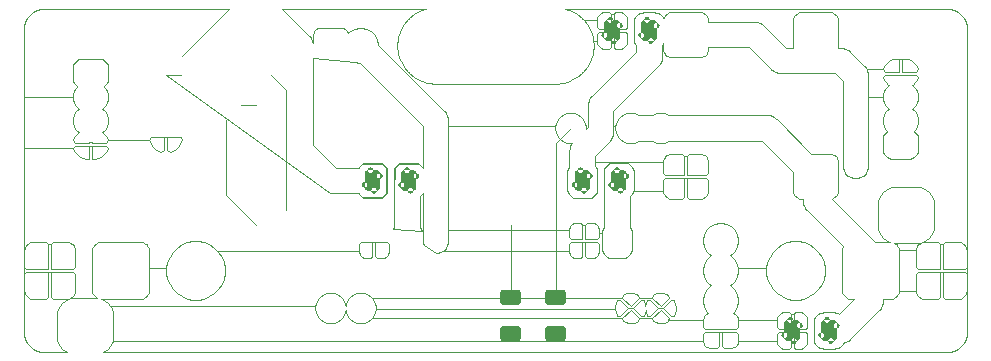
<source format=gbr>
From 9d678fbace2e4931e39ab5b95b2ec7493a18f549 Mon Sep 17 00:00:00 2001
From: Blaise Thompson <blaise@untzag.com>
Date: Mon, 25 Jan 2021 12:15:05 -0600
Subject: digital-driver readme

---
 digital-driver/gerber/driver-F_Cu.gbr | 5654 ++++++++++++++++++---------------
 1 file changed, 3087 insertions(+), 2567 deletions(-)

(limited to 'digital-driver/gerber/driver-F_Cu.gbr')

diff --git a/digital-driver/gerber/driver-F_Cu.gbr b/digital-driver/gerber/driver-F_Cu.gbr
index d166d21..499af1b 100644
--- a/digital-driver/gerber/driver-F_Cu.gbr
+++ b/digital-driver/gerber/driver-F_Cu.gbr
@@ -1,12 +1,12 @@
-%TF.GenerationSoftware,KiCad,Pcbnew,5.1.9+dfsg1-1*%
-%TF.CreationDate,2021-01-24T22:19:11-06:00*%
+%TF.GenerationSoftware,KiCad,Pcbnew,5.1.8+dfsg1-1+b1*%
+%TF.CreationDate,2021-01-25T11:41:01-06:00*%
 %TF.ProjectId,driver,64726976-6572-42e6-9b69-6361645f7063,1.0.0*%
 %TF.SameCoordinates,Original*%
 %TF.FileFunction,Copper,L1,Top*%
 %TF.FilePolarity,Positive*%
 %FSLAX46Y46*%
 G04 Gerber Fmt 4.6, Leading zero omitted, Abs format (unit mm)*
-G04 Created by KiCad (PCBNEW 5.1.9+dfsg1-1) date 2021-01-24 22:19:11*
+G04 Created by KiCad (PCBNEW 5.1.8+dfsg1-1+b1) date 2021-01-25 11:41:01*
 %MOMM*%
 %LPD*%
 G01*
@@ -104,9 +104,123 @@ G75*
 G02*
 X167640000Y-81280000I0J-2540000D01*
 G01*
+%TO.P,R7,2*%
+%TO.N,GND*%
+%TA.AperFunction,SMDPad,CuDef*%
+G36*
+G01*
+X127645000Y-106310000D02*
+X128895000Y-106310000D01*
+G75*
+G02*
+X129145000Y-106560000I0J-250000D01*
+G01*
+X129145000Y-107360000D01*
+G75*
+G02*
+X128895000Y-107610000I-250000J0D01*
+G01*
+X127645000Y-107610000D01*
+G75*
+G02*
+X127395000Y-107360000I0J250000D01*
+G01*
+X127395000Y-106560000D01*
+G75*
+G02*
+X127645000Y-106310000I250000J0D01*
+G01*
+G37*
+%TD.AperFunction*%
+%TO.P,R7,1*%
+%TO.N,PWM_FAN*%
+%TA.AperFunction,SMDPad,CuDef*%
+G36*
+G01*
+X127645000Y-103210000D02*
+X128895000Y-103210000D01*
+G75*
+G02*
+X129145000Y-103460000I0J-250000D01*
+G01*
+X129145000Y-104260000D01*
+G75*
+G02*
+X128895000Y-104510000I-250000J0D01*
+G01*
+X127645000Y-104510000D01*
+G75*
+G02*
+X127395000Y-104260000I0J250000D01*
+G01*
+X127395000Y-103460000D01*
+G75*
+G02*
+X127645000Y-103210000I250000J0D01*
+G01*
+G37*
+%TD.AperFunction*%
+%TD*%
+%TO.P,R6,2*%
+%TO.N,GND*%
+%TA.AperFunction,SMDPad,CuDef*%
+G36*
+G01*
+X131455000Y-106310000D02*
+X132705000Y-106310000D01*
+G75*
+G02*
+X132955000Y-106560000I0J-250000D01*
+G01*
+X132955000Y-107360000D01*
+G75*
+G02*
+X132705000Y-107610000I-250000J0D01*
+G01*
+X131455000Y-107610000D01*
+G75*
+G02*
+X131205000Y-107360000I0J250000D01*
+G01*
+X131205000Y-106560000D01*
+G75*
+G02*
+X131455000Y-106310000I250000J0D01*
+G01*
+G37*
+%TD.AperFunction*%
+%TO.P,R6,1*%
+%TO.N,PWM_LED*%
+%TA.AperFunction,SMDPad,CuDef*%
+G36*
+G01*
+X131455000Y-103210000D02*
+X132705000Y-103210000D01*
+G75*
+G02*
+X132955000Y-103460000I0J-250000D01*
+G01*
+X132955000Y-104260000D01*
+G75*
+G02*
+X132705000Y-104510000I-250000J0D01*
+G01*
+X131455000Y-104510000D01*
+G75*
+G02*
+X131205000Y-104260000I0J250000D01*
+G01*
+X131205000Y-103460000D01*
+G75*
+G02*
+X131455000Y-103210000I250000J0D01*
+G01*
+G37*
+%TD.AperFunction*%
+%TD*%
 D11*
 %TO.P,PS1,4*%
-%TO.N,Net-(PS1-Pad4)*%
+%TO.N,N/C*%
 X154090000Y-81630000D03*
 %TO.P,PS1,3*%
 %TO.N,+5V*%
@@ -162,26 +276,26 @@ G37*
 %TA.AperFunction,SMDPad,CuDef*%
 G36*
 G01*
-X136790000Y-94605000D02*
-X136790000Y-93355000D01*
+X136790000Y-94605001D02*
+X136790000Y-93354999D01*
 G75*
 G02*
-X137040000Y-93105000I250000J0D01*
+X137039999Y-93105000I249999J0D01*
 G01*
-X137840000Y-93105000D01*
+X137840001Y-93105000D01*
 G75*
 G02*
-X138090000Y-93355000I0J-250000D01*
+X138090000Y-93354999I0J-249999D01*
 G01*
-X138090000Y-94605000D01*
+X138090000Y-94605001D01*
 G75*
 G02*
-X137840000Y-94855000I-250000J0D01*
+X137840001Y-94855000I-249999J0D01*
 G01*
-X137040000Y-94855000D01*
+X137039999Y-94855000D01*
 G75*
 G02*
-X136790000Y-94605000I0J250000D01*
+X136790000Y-94605001I0J249999D01*
 G01*
 G37*
 %TD.AperFunction*%
@@ -190,26 +304,26 @@ G37*
 %TA.AperFunction,SMDPad,CuDef*%
 G36*
 G01*
-X133690000Y-94605000D02*
-X133690000Y-93355000D01*
+X133690000Y-94605001D02*
+X133690000Y-93354999D01*
 G75*
 G02*
-X133940000Y-93105000I250000J0D01*
+X133939999Y-93105000I249999J0D01*
 G01*
-X134740000Y-93105000D01*
+X134740001Y-93105000D01*
 G75*
 G02*
-X134990000Y-93355000I0J-250000D01*
+X134990000Y-93354999I0J-249999D01*
 G01*
-X134990000Y-94605000D01*
+X134990000Y-94605001D01*
 G75*
 G02*
-X134740000Y-94855000I-250000J0D01*
+X134740001Y-94855000I-249999J0D01*
 G01*
-X133940000Y-94855000D01*
+X133939999Y-94855000D01*
 G75*
 G02*
-X133690000Y-94605000I0J250000D01*
+X133690000Y-94605001I0J249999D01*
 G01*
 G37*
 %TD.AperFunction*%
@@ -219,26 +333,26 @@ G37*
 %TA.AperFunction,SMDPad,CuDef*%
 G36*
 G01*
-X119010000Y-94605000D02*
-X119010000Y-93355000D01*
+X119010000Y-94605001D02*
+X119010000Y-93354999D01*
 G75*
 G02*
-X119260000Y-93105000I250000J0D01*
+X119259999Y-93105000I249999J0D01*
 G01*
-X120060000Y-93105000D01*
+X120060001Y-93105000D01*
 G75*
 G02*
-X120310000Y-93355000I0J-250000D01*
+X120310000Y-93354999I0J-249999D01*
 G01*
-X120310000Y-94605000D01*
+X120310000Y-94605001D01*
 G75*
 G02*
-X120060000Y-94855000I-250000J0D01*
+X120060001Y-94855000I-249999J0D01*
 G01*
-X119260000Y-94855000D01*
+X119259999Y-94855000D01*
 G75*
 G02*
-X119010000Y-94605000I0J250000D01*
+X119010000Y-94605001I0J249999D01*
 G01*
 G37*
 %TD.AperFunction*%
@@ -247,26 +361,26 @@ G37*
 %TA.AperFunction,SMDPad,CuDef*%
 G36*
 G01*
-X115910000Y-94605000D02*
-X115910000Y-93355000D01*
+X115910000Y-94605001D02*
+X115910000Y-93354999D01*
 G75*
 G02*
-X116160000Y-93105000I250000J0D01*
+X116159999Y-93105000I249999J0D01*
 G01*
-X116960000Y-93105000D01*
+X116960001Y-93105000D01*
 G75*
 G02*
-X117210000Y-93355000I0J-250000D01*
+X117210000Y-93354999I0J-249999D01*
 G01*
-X117210000Y-94605000D01*
+X117210000Y-94605001D01*
 G75*
 G02*
-X116960000Y-94855000I-250000J0D01*
+X116960001Y-94855000I-249999J0D01*
 G01*
-X116160000Y-94855000D01*
+X116159999Y-94855000D01*
 G75*
 G02*
-X115910000Y-94605000I0J250000D01*
+X115910000Y-94605001I0J249999D01*
 G01*
 G37*
 %TD.AperFunction*%
@@ -276,26 +390,26 @@ G37*
 %TA.AperFunction,SMDPad,CuDef*%
 G36*
 G01*
-X137530000Y-80629999D02*
-X137530000Y-81930001D01*
+X137530000Y-80629998D02*
+X137530000Y-81930002D01*
 G75*
 G02*
-X137280001Y-82180000I-249999J0D01*
+X137280002Y-82180000I-249998J0D01*
 G01*
-X136454999Y-82180000D01*
+X136454998Y-82180000D01*
 G75*
 G02*
-X136205000Y-81930001I0J249999D01*
+X136205000Y-81930002I0J249998D01*
 G01*
-X136205000Y-80629999D01*
+X136205000Y-80629998D01*
 G75*
 G02*
-X136454999Y-80380000I249999J0D01*
+X136454998Y-80380000I249998J0D01*
 G01*
-X137280001Y-80380000D01*
+X137280002Y-80380000D01*
 G75*
 G02*
-X137530000Y-80629999I0J-249999D01*
+X137530000Y-80629998I0J-249998D01*
 G01*
 G37*
 %TD.AperFunction*%
@@ -304,26 +418,26 @@ G37*
 %TA.AperFunction,SMDPad,CuDef*%
 G36*
 G01*
-X140655000Y-80629999D02*
-X140655000Y-81930001D01*
+X140655000Y-80629998D02*
+X140655000Y-81930002D01*
 G75*
 G02*
-X140405001Y-82180000I-249999J0D01*
+X140405002Y-82180000I-249998J0D01*
 G01*
-X139579999Y-82180000D01*
+X139579998Y-82180000D01*
 G75*
 G02*
-X139330000Y-81930001I0J249999D01*
+X139330000Y-81930002I0J249998D01*
 G01*
-X139330000Y-80629999D01*
+X139330000Y-80629998D01*
 G75*
 G02*
-X139579999Y-80380000I249999J0D01*
+X139579998Y-80380000I249998J0D01*
 G01*
-X140405001Y-80380000D01*
+X140405002Y-80380000D01*
 G75*
 G02*
-X140655000Y-80629999I0J-249999D01*
+X140655000Y-80629998I0J-249998D01*
 G01*
 G37*
 %TD.AperFunction*%
@@ -333,26 +447,26 @@ G37*
 %TA.AperFunction,SMDPad,CuDef*%
 G36*
 G01*
-X154570000Y-107330001D02*
-X154570000Y-106029999D01*
+X154570000Y-107330002D02*
+X154570000Y-106029998D01*
 G75*
 G02*
-X154819999Y-105780000I249999J0D01*
+X154819998Y-105780000I249998J0D01*
 G01*
-X155645001Y-105780000D01*
+X155645002Y-105780000D01*
 G75*
 G02*
-X155895000Y-106029999I0J-249999D01*
+X155895000Y-106029998I0J-249998D01*
 G01*
-X155895000Y-107330001D01*
+X155895000Y-107330002D01*
 G75*
 G02*
-X155645001Y-107580000I-249999J0D01*
+X155645002Y-107580000I-249998J0D01*
 G01*
-X154819999Y-107580000D01*
+X154819998Y-107580000D01*
 G75*
 G02*
-X154570000Y-107330001I0J249999D01*
+X154570000Y-107330002I0J249998D01*
 G01*
 G37*
 %TD.AperFunction*%
@@ -361,26 +475,26 @@ G37*
 %TA.AperFunction,SMDPad,CuDef*%
 G36*
 G01*
-X151445000Y-107330001D02*
-X151445000Y-106029999D01*
+X151445000Y-107330002D02*
+X151445000Y-106029998D01*
 G75*
 G02*
-X151694999Y-105780000I249999J0D01*
+X151694998Y-105780000I249998J0D01*
 G01*
-X152520001Y-105780000D01*
+X152520002Y-105780000D01*
 G75*
 G02*
-X152770000Y-106029999I0J-249999D01*
+X152770000Y-106029998I0J-249998D01*
 G01*
-X152770000Y-107330001D01*
+X152770000Y-107330002D01*
 G75*
 G02*
-X152520001Y-107580000I-249999J0D01*
+X152520002Y-107580000I-249998J0D01*
 G01*
-X151694999Y-107580000D01*
+X151694998Y-107580000D01*
 G75*
 G02*
-X151445000Y-107330001I0J249999D01*
+X151445000Y-107330002I0J249998D01*
 G01*
 G37*
 %TD.AperFunction*%
@@ -716,7 +830,7 @@ D17*
 %TO.N,PWM_FAN*%
 X146050000Y-99060000D03*
 %TO.P,J5,3*%
-%TO.N,Net-(J5-Pad3)*%
+%TO.N,N/C*%
 X146050000Y-101600000D03*
 %TO.P,J5,2*%
 %TO.N,+12V*%
@@ -745,6 +859,7 @@ X106680000Y-95250000D03*
 X109220000Y-96520000D03*
 %TO.N,PWM_FAN*%
 X106680000Y-97790000D03*
+X128270000Y-97790000D03*
 %TO.N,Net-(J6-Pad11)*%
 X121920000Y-99060000D03*
 %TD*%
@@ -809,6 +924,11 @@ X109220000Y-86360000D02*
 X109220000Y-96520000D01*
 X107950000Y-85090000D02*
 X109220000Y-86360000D01*
+%TO.N,PWM_LED*%
+X132080000Y-90805000D02*
+X133350000Y-89535000D01*
+X132080000Y-103860000D02*
+X132080000Y-90805000D01*
 %TO.N,PWM_FAN*%
 X106680000Y-87630000D02*
 X105410000Y-87630000D01*
@@ -818,6 +938,8 @@ X104140000Y-88900000D02*
 X104140000Y-95250000D01*
 X104140000Y-95250000D02*
 X106680000Y-97790000D01*
+X128270000Y-103860000D02*
+X128270000Y-97790000D01*
 %TO.N,INDICATOR*%
 X100330000Y-85090000D02*
 X99060000Y-85090000D01*
@@ -1136,38 +1258,38 @@ X112976971Y-95059500D01*
 X112976978Y-95059500D01*
 X113029999Y-95064722D01*
 X113083021Y-95059500D01*
-X115400810Y-95059500D01*
-X115421595Y-95098386D01*
+X115400809Y-95059500D01*
+X115421595Y-95098387D01*
 X115532038Y-95232962D01*
-X115666614Y-95343405D01*
-X115820150Y-95425472D01*
-X115986746Y-95476008D01*
-X116160000Y-95493072D01*
-X116960000Y-95493072D01*
-X117133254Y-95476008D01*
-X117299850Y-95425472D01*
-X117453386Y-95343405D01*
+X115666613Y-95343405D01*
+X115820149Y-95425472D01*
+X115986745Y-95476008D01*
+X116159999Y-95493072D01*
+X116960001Y-95493072D01*
+X117133255Y-95476008D01*
+X117299851Y-95425472D01*
+X117453387Y-95343405D01*
 X117587962Y-95232962D01*
-X117698405Y-95098386D01*
-X117780472Y-94944850D01*
-X117831008Y-94778254D01*
-X117848072Y-94605000D01*
-X117848072Y-93355000D01*
-X117831008Y-93181746D01*
-X117780472Y-93015150D01*
-X117698405Y-92861614D01*
+X117698405Y-95098387D01*
+X117780472Y-94944851D01*
+X117831008Y-94778255D01*
+X117848072Y-94605001D01*
+X117848072Y-93354999D01*
+X117831008Y-93181745D01*
+X117780472Y-93015149D01*
+X117698405Y-92861613D01*
 X117587962Y-92727038D01*
-X117453386Y-92616595D01*
-X117299850Y-92534528D01*
-X117133254Y-92483992D01*
-X116960000Y-92466928D01*
-X116160000Y-92466928D01*
-X115986746Y-92483992D01*
-X115820150Y-92534528D01*
-X115666614Y-92616595D01*
+X117453387Y-92616595D01*
+X117299851Y-92534528D01*
+X117133255Y-92483992D01*
+X116960001Y-92466928D01*
+X116159999Y-92466928D01*
+X115986745Y-92483992D01*
+X115820149Y-92534528D01*
+X115666613Y-92616595D01*
 X115532038Y-92727038D01*
-X115421595Y-92861614D01*
-X115400810Y-92900500D01*
+X115421595Y-92861613D01*
+X115400809Y-92900500D01*
 X113477143Y-92900500D01*
 X111569500Y-90992858D01*
 X111569500Y-83574959D01*
@@ -1231,25 +1353,25 @@ X115136842Y-83977932D01*
 X115423740Y-84035000D01*
 X115528358Y-84035000D01*
 X120840500Y-89347143D01*
-X120840500Y-92940369D01*
-X120798405Y-92861614D01*
+X120840500Y-92940368D01*
+X120798405Y-92861613D01*
 X120687962Y-92727038D01*
-X120553386Y-92616595D01*
-X120399850Y-92534528D01*
-X120233254Y-92483992D01*
-X120060000Y-92466928D01*
-X119260000Y-92466928D01*
-X119086746Y-92483992D01*
-X118920150Y-92534528D01*
-X118766614Y-92616595D01*
+X120553387Y-92616595D01*
+X120399851Y-92534528D01*
+X120233255Y-92483992D01*
+X120060001Y-92466928D01*
+X119259999Y-92466928D01*
+X119086745Y-92483992D01*
+X118920149Y-92534528D01*
+X118766613Y-92616595D01*
 X118632038Y-92727038D01*
-X118521595Y-92861614D01*
-X118439528Y-93015150D01*
-X118388992Y-93181746D01*
-X118371928Y-93355000D01*
-X118371928Y-94605000D01*
-X118388992Y-94778254D01*
-X118430501Y-94915091D01*
+X118521595Y-92861613D01*
+X118439528Y-93015149D01*
+X118388992Y-93181745D01*
+X118371928Y-93354999D01*
+X118371928Y-94605001D01*
+X118388992Y-94778255D01*
+X118430501Y-94915092D01*
 X118430500Y-97900300D01*
 X118396595Y-97941614D01*
 X118314528Y-98095150D01*
@@ -1278,10 +1400,10 @@ X120756008Y-98261746D01*
 X120705472Y-98095150D01*
 X120623405Y-97941614D01*
 X120589500Y-97900300D01*
-X120589500Y-95313767D01*
+X120589500Y-95313768D01*
 X120687962Y-95232962D01*
-X120798405Y-95098386D01*
-X120840501Y-95019631D01*
+X120798405Y-95098387D01*
+X120840501Y-95019632D01*
 X120840501Y-99113029D01*
 X120856121Y-99271619D01*
 X120917848Y-99475106D01*
@@ -1294,2275 +1416,878 @@ X121920000Y-100144723D01*
 X122131619Y-100123880D01*
 X122335106Y-100062153D01*
 X122522640Y-99961914D01*
-X122555434Y-99935000D01*
-X133226928Y-99935000D01*
-X133239188Y-100059482D01*
-X133275498Y-100179180D01*
-X133334463Y-100289494D01*
-X133413815Y-100386185D01*
-X133510506Y-100465537D01*
-X133620820Y-100524502D01*
-X133740518Y-100560812D01*
-X133865000Y-100573072D01*
-X134204250Y-100570000D01*
-X134363000Y-100411250D01*
-X134363000Y-99187000D01*
-X134617000Y-99187000D01*
-X134617000Y-100411250D01*
-X134775750Y-100570000D01*
-X135115000Y-100573072D01*
-X135239482Y-100560812D01*
-X135359180Y-100524502D01*
-X135469494Y-100465537D01*
-X135566185Y-100386185D01*
-X135645537Y-100289494D01*
-X135704502Y-100179180D01*
-X135740812Y-100059482D01*
-X135753072Y-99935000D01*
-X135750000Y-99345750D01*
-X135591250Y-99187000D01*
-X134617000Y-99187000D01*
-X134363000Y-99187000D01*
-X133388750Y-99187000D01*
-X133230000Y-99345750D01*
-X133226928Y-99935000D01*
-X122555434Y-99935000D01*
 X122687015Y-99827015D01*
 X122821914Y-99662640D01*
 X122922153Y-99475106D01*
 X122983880Y-99271619D01*
 X122999500Y-99113029D01*
-X122999500Y-98185000D01*
-X133226928Y-98185000D01*
-X133230000Y-98774250D01*
-X133388750Y-98933000D01*
-X134363000Y-98933000D01*
-X134363000Y-97708750D01*
-X134617000Y-97708750D01*
-X134617000Y-98933000D01*
-X135591250Y-98933000D01*
-X135750000Y-98774250D01*
-X135751768Y-98435000D01*
-X136026928Y-98435000D01*
-X136026928Y-99685000D01*
-X136043992Y-99858254D01*
-X136094528Y-100024850D01*
-X136176595Y-100178386D01*
-X136287038Y-100312962D01*
-X136421614Y-100423405D01*
-X136575150Y-100505472D01*
-X136741746Y-100556008D01*
-X136915000Y-100573072D01*
-X137665000Y-100573072D01*
-X137838254Y-100556008D01*
-X138004850Y-100505472D01*
-X138158386Y-100423405D01*
-X138292962Y-100312962D01*
-X138403405Y-100178386D01*
-X138485472Y-100024850D01*
-X138536008Y-99858254D01*
-X138553072Y-99685000D01*
-X138553072Y-98435000D01*
-X138536008Y-98261746D01*
-X138485472Y-98095150D01*
-X138403405Y-97941614D01*
-X138369500Y-97900300D01*
-X138369500Y-95313767D01*
-X138467962Y-95232962D01*
-X138578405Y-95098386D01*
-X138660472Y-94944850D01*
-X138680143Y-94880000D01*
-X141201928Y-94880000D01*
-X141214188Y-95004482D01*
-X141250498Y-95124180D01*
-X141309463Y-95234494D01*
-X141388815Y-95331185D01*
-X141485506Y-95410537D01*
-X141595820Y-95469502D01*
-X141715518Y-95505812D01*
-X141840000Y-95518072D01*
-X142804250Y-95515000D01*
-X142963000Y-95356250D01*
-X142963000Y-93757000D01*
-X143217000Y-93757000D01*
-X143217000Y-95356250D01*
-X143375750Y-95515000D01*
-X144340000Y-95518072D01*
-X144464482Y-95505812D01*
-X144584180Y-95469502D01*
-X144694494Y-95410537D01*
-X144791185Y-95331185D01*
-X144870537Y-95234494D01*
-X144929502Y-95124180D01*
-X144965812Y-95004482D01*
-X144978072Y-94880000D01*
-X144975000Y-93915750D01*
-X144816250Y-93757000D01*
-X143217000Y-93757000D01*
-X142963000Y-93757000D01*
-X141363750Y-93757000D01*
-X141205000Y-93915750D01*
-X141201928Y-94880000D01*
-X138680143Y-94880000D01*
-X138711008Y-94778254D01*
-X138728072Y-94605000D01*
-X138728072Y-93355000D01*
-X138711008Y-93181746D01*
-X138660472Y-93015150D01*
-X138578405Y-92861614D01*
-X138467962Y-92727038D01*
-X138333386Y-92616595D01*
-X138179850Y-92534528D01*
-X138013254Y-92483992D01*
-X137840000Y-92466928D01*
-X137040000Y-92466928D01*
-X136866746Y-92483992D01*
-X136700150Y-92534528D01*
-X136546614Y-92616595D01*
-X136412038Y-92727038D01*
-X136301595Y-92861614D01*
-X136219528Y-93015150D01*
-X136168992Y-93181746D01*
-X136151928Y-93355000D01*
-X136151928Y-94605000D01*
-X136168992Y-94778254D01*
-X136210501Y-94915091D01*
-X136210500Y-97900300D01*
-X136176595Y-97941614D01*
-X136094528Y-98095150D01*
-X136043992Y-98261746D01*
-X136026928Y-98435000D01*
-X135751768Y-98435000D01*
-X135753072Y-98185000D01*
-X135740812Y-98060518D01*
-X135704502Y-97940820D01*
-X135645537Y-97830506D01*
-X135566185Y-97733815D01*
-X135469494Y-97654463D01*
-X135359180Y-97595498D01*
-X135239482Y-97559188D01*
-X135115000Y-97546928D01*
-X134775750Y-97550000D01*
-X134617000Y-97708750D01*
-X134363000Y-97708750D01*
-X134204250Y-97550000D01*
-X133865000Y-97546928D01*
-X133740518Y-97559188D01*
-X133620820Y-97595498D01*
-X133510506Y-97654463D01*
-X133413815Y-97733815D01*
-X133334463Y-97830506D01*
-X133275498Y-97940820D01*
-X133239188Y-98060518D01*
-X133226928Y-98185000D01*
-X122999500Y-98185000D01*
-X122999500Y-89408439D01*
-X132065000Y-89408439D01*
-X132065000Y-89661561D01*
-X132114381Y-89909821D01*
-X132211247Y-90143676D01*
-X132351875Y-90354140D01*
-X132530860Y-90533125D01*
-X132741324Y-90673753D01*
-X132975179Y-90770619D01*
-X133223439Y-90820000D01*
-X133453366Y-90820000D01*
-X133438087Y-90838618D01*
-X133408800Y-90893411D01*
-X133337847Y-91026154D01*
-X133276120Y-91229640D01*
-X133255277Y-91441258D01*
-X133260501Y-91494297D01*
-X133260500Y-92789837D01*
-X133201595Y-92861614D01*
-X133119528Y-93015150D01*
-X133068992Y-93181746D01*
-X133051928Y-93355000D01*
-X133051928Y-94605000D01*
-X133068992Y-94778254D01*
-X133119528Y-94944850D01*
-X133201595Y-95098386D01*
-X133312038Y-95232962D01*
-X133446614Y-95343405D01*
-X133600150Y-95425472D01*
-X133766746Y-95476008D01*
-X133940000Y-95493072D01*
-X134740000Y-95493072D01*
-X134913254Y-95476008D01*
-X135079850Y-95425472D01*
-X135233386Y-95343405D01*
-X135367962Y-95232962D01*
-X135478405Y-95098386D01*
-X135560472Y-94944850D01*
-X135611008Y-94778254D01*
-X135628072Y-94605000D01*
-X135628072Y-93355000D01*
-X135611008Y-93181746D01*
-X135560472Y-93015150D01*
-X135478405Y-92861614D01*
-X135419500Y-92789838D01*
-X135419500Y-92380000D01*
-X141201928Y-92380000D01*
-X141205000Y-93344250D01*
-X141363750Y-93503000D01*
-X142963000Y-93503000D01*
-X142963000Y-91903750D01*
-X143217000Y-91903750D01*
-X143217000Y-93503000D01*
-X144816250Y-93503000D01*
-X144975000Y-93344250D01*
-X144978072Y-92380000D01*
-X144965812Y-92255518D01*
-X144929502Y-92135820D01*
-X144870537Y-92025506D01*
-X144791185Y-91928815D01*
-X144694494Y-91849463D01*
-X144584180Y-91790498D01*
-X144464482Y-91754188D01*
-X144340000Y-91741928D01*
-X143375750Y-91745000D01*
-X143217000Y-91903750D01*
-X142963000Y-91903750D01*
-X142804250Y-91745000D01*
-X141840000Y-91741928D01*
-X141715518Y-91754188D01*
-X141595820Y-91790498D01*
-X141485506Y-91849463D01*
-X141388815Y-91928815D01*
-X141309463Y-92025506D01*
-X141250498Y-92135820D01*
-X141214188Y-92255518D01*
-X141201928Y-92380000D01*
-X135419500Y-92380000D01*
-X135419500Y-91888400D01*
-X136615821Y-90692080D01*
-X136657015Y-90658273D01*
-X136791914Y-90493898D01*
-X136892153Y-90306364D01*
-X136953880Y-90102877D01*
-X136965517Y-89984723D01*
-X136974723Y-89891259D01*
-X136969500Y-89838230D01*
-X136969500Y-89408439D01*
-X137145000Y-89408439D01*
-X137145000Y-89661561D01*
-X137194381Y-89909821D01*
-X137291247Y-90143676D01*
-X137431875Y-90354140D01*
-X137610860Y-90533125D01*
-X137821324Y-90673753D01*
-X138055179Y-90770619D01*
-X138303439Y-90820000D01*
-X138556561Y-90820000D01*
-X138804821Y-90770619D01*
-X139038676Y-90673753D01*
-X139127354Y-90614500D01*
-X140272646Y-90614500D01*
-X140361324Y-90673753D01*
-X140595179Y-90770619D01*
-X140843439Y-90820000D01*
-X141096561Y-90820000D01*
-X141344821Y-90770619D01*
-X141578676Y-90673753D01*
-X141667354Y-90614500D01*
-X149547858Y-90614500D01*
-X152201928Y-93268571D01*
-X152201928Y-94880000D01*
-X152214188Y-95004482D01*
-X152250498Y-95124180D01*
-X152309463Y-95234494D01*
-X152388815Y-95331185D01*
-X152485506Y-95410537D01*
-X152595820Y-95469502D01*
-X152715518Y-95505812D01*
-X152840000Y-95518072D01*
-X153010501Y-95518072D01*
-X153010501Y-95616961D01*
-X153005277Y-95670000D01*
-X153026120Y-95881618D01*
-X153069615Y-96025000D01*
-X153087848Y-96085106D01*
-X153188087Y-96272640D01*
-X153322986Y-96437015D01*
-X153364180Y-96470822D01*
-X156441388Y-99548030D01*
-X156410498Y-99605820D01*
-X156374188Y-99725518D01*
-X156361928Y-99850000D01*
-X156361928Y-103350000D01*
-X156374188Y-103474482D01*
-X156410498Y-103594180D01*
-X156469463Y-103704494D01*
-X156548815Y-103801185D01*
-X156645506Y-103880537D01*
-X156755820Y-103939502D01*
-X156875518Y-103975812D01*
-X157000000Y-103988072D01*
-X157375285Y-103988072D01*
-X156094970Y-105268388D01*
-X155984851Y-105209528D01*
-X155818255Y-105158992D01*
-X155645001Y-105141928D01*
-X154819999Y-105141928D01*
-X154646745Y-105158992D01*
-X154480149Y-105209528D01*
-X154326613Y-105291595D01*
-X154192038Y-105402038D01*
-X154081595Y-105536613D01*
-X153999528Y-105690149D01*
-X153948992Y-105856745D01*
-X153931928Y-106029999D01*
-X153931928Y-107330001D01*
-X153948992Y-107503255D01*
-X153999528Y-107669851D01*
-X154081595Y-107823387D01*
-X154192038Y-107957962D01*
-X154326613Y-108068405D01*
-X154480149Y-108150472D01*
-X154646745Y-108201008D01*
-X154819999Y-108218072D01*
-X155645001Y-108218072D01*
-X155818255Y-108201008D01*
-X155984851Y-108150472D01*
-X156138387Y-108068405D01*
-X156272962Y-107957962D01*
-X156383405Y-107823387D01*
-X156426731Y-107742329D01*
-X156625106Y-107682153D01*
-X156812640Y-107581914D01*
-X156977015Y-107447015D01*
-X157010827Y-107405815D01*
-X159475821Y-104940822D01*
-X159517015Y-104907015D01*
-X159651914Y-104742640D01*
-X159752153Y-104555106D01*
-X159813880Y-104351619D01*
-X159829500Y-104193029D01*
-X159829500Y-104193022D01*
-X159834722Y-104140001D01*
-X159829500Y-104086979D01*
-X159829500Y-103988072D01*
-X160500000Y-103988072D01*
-X160624482Y-103975812D01*
-X160744180Y-103939502D01*
-X160854494Y-103880537D01*
-X160951185Y-103801185D01*
-X161030537Y-103704494D01*
-X161089502Y-103594180D01*
-X161125812Y-103474482D01*
-X161138072Y-103350000D01*
-X162611928Y-103350000D01*
-X162624188Y-103474482D01*
-X162660498Y-103594180D01*
-X162719463Y-103704494D01*
-X162798815Y-103801185D01*
-X162895506Y-103880537D01*
-X163005820Y-103939502D01*
-X163125518Y-103975812D01*
-X163250000Y-103988072D01*
-X164464250Y-103985000D01*
-X164623000Y-103826250D01*
-X164623000Y-101727000D01*
-X164877000Y-101727000D01*
-X164877000Y-103826250D01*
-X165035750Y-103985000D01*
-X166250000Y-103988072D01*
-X166374482Y-103975812D01*
-X166494180Y-103939502D01*
-X166604494Y-103880537D01*
-X166701185Y-103801185D01*
-X166780537Y-103704494D01*
-X166839502Y-103594180D01*
-X166875812Y-103474482D01*
-X166888072Y-103350000D01*
-X166885000Y-101885750D01*
-X166726250Y-101727000D01*
-X164877000Y-101727000D01*
-X164623000Y-101727000D01*
-X162773750Y-101727000D01*
-X162615000Y-101885750D01*
-X162611928Y-103350000D01*
-X161138072Y-103350000D01*
-X161138072Y-99850000D01*
-X162611928Y-99850000D01*
-X162615000Y-101314250D01*
-X162773750Y-101473000D01*
-X164623000Y-101473000D01*
-X164623000Y-99373750D01*
-X164877000Y-99373750D01*
-X164877000Y-101473000D01*
-X166726250Y-101473000D01*
-X166885000Y-101314250D01*
-X166888072Y-99850000D01*
-X166875812Y-99725518D01*
-X166839502Y-99605820D01*
-X166780537Y-99495506D01*
-X166701185Y-99398815D01*
-X166604494Y-99319463D01*
-X166494180Y-99260498D01*
-X166374482Y-99224188D01*
-X166250000Y-99211928D01*
-X165035750Y-99215000D01*
-X164877000Y-99373750D01*
-X164623000Y-99373750D01*
-X164464250Y-99215000D01*
-X163250000Y-99211928D01*
-X163125518Y-99224188D01*
-X163005820Y-99260498D01*
-X162895506Y-99319463D01*
-X162798815Y-99398815D01*
-X162719463Y-99495506D01*
-X162660498Y-99605820D01*
-X162624188Y-99725518D01*
-X162611928Y-99850000D01*
-X161138072Y-99850000D01*
-X161125812Y-99725518D01*
-X161089502Y-99605820D01*
-X161030537Y-99495506D01*
-X160951185Y-99398815D01*
-X160854494Y-99319463D01*
-X160777869Y-99278506D01*
-X160875000Y-99288072D01*
-X162625000Y-99288072D01*
-X162920186Y-99258999D01*
-X163204028Y-99172896D01*
-X163465618Y-99033073D01*
-X163694903Y-98844903D01*
-X163883073Y-98615618D01*
-X164022896Y-98354028D01*
-X164108999Y-98070186D01*
-X164138072Y-97775000D01*
-X164138072Y-96025000D01*
-X164108999Y-95729814D01*
-X164022896Y-95445972D01*
-X163883073Y-95184382D01*
-X163694903Y-94955097D01*
-X163465618Y-94766927D01*
-X163204028Y-94627104D01*
-X162920186Y-94541001D01*
-X162625000Y-94511928D01*
-X160875000Y-94511928D01*
-X160579814Y-94541001D01*
-X160295972Y-94627104D01*
-X160034382Y-94766927D01*
-X159805097Y-94955097D01*
-X159616927Y-95184382D01*
-X159477104Y-95445972D01*
-X159391001Y-95729814D01*
-X159361928Y-96025000D01*
-X159361928Y-97775000D01*
-X159391001Y-98070186D01*
-X159477104Y-98354028D01*
-X159616927Y-98615618D01*
-X159805097Y-98844903D01*
-X160034382Y-99033073D01*
-X160295972Y-99172896D01*
-X160424643Y-99211928D01*
-X159158571Y-99211928D01*
-X155453533Y-95506890D01*
-X155464482Y-95505812D01*
-X155584180Y-95469502D01*
-X155694494Y-95410537D01*
-X155791185Y-95331185D01*
-X155870537Y-95234494D01*
-X155929502Y-95124180D01*
-X155965812Y-95004482D01*
-X155978072Y-94880000D01*
-X155978072Y-92380000D01*
-X155965812Y-92255518D01*
-X155929502Y-92135820D01*
-X155870537Y-92025506D01*
-X155791185Y-91928815D01*
-X155694494Y-91849463D01*
-X155584180Y-91790498D01*
-X155464482Y-91754188D01*
-X155340000Y-91741928D01*
-X153728571Y-91741928D01*
-X150795827Y-88809185D01*
-X150762015Y-88767985D01*
-X150597640Y-88633086D01*
-X150410106Y-88532847D01*
-X150206619Y-88471120D01*
-X150048029Y-88455500D01*
-X149995000Y-88450277D01*
-X149941971Y-88455500D01*
-X141667354Y-88455500D01*
-X141578676Y-88396247D01*
-X141344821Y-88299381D01*
-X141096561Y-88250000D01*
-X140843439Y-88250000D01*
-X140595179Y-88299381D01*
-X140361324Y-88396247D01*
-X140272646Y-88455500D01*
-X139127354Y-88455500D01*
-X139038676Y-88396247D01*
-X138804821Y-88299381D01*
-X138556561Y-88250000D01*
-X138303439Y-88250000D01*
-X138055179Y-88299381D01*
-X137821324Y-88396247D01*
-X137610860Y-88536875D01*
-X137431875Y-88715860D01*
-X137291247Y-88926324D01*
-X137194381Y-89160179D01*
-X137145000Y-89408439D01*
-X136969500Y-89408439D01*
-X136969500Y-88077142D01*
-X137960818Y-87085825D01*
-X137960822Y-87085820D01*
-X140718321Y-84328322D01*
-X140759515Y-84294515D01*
-X140894414Y-84130140D01*
-X140994653Y-83942606D01*
-X141056380Y-83739119D01*
-X141072000Y-83580529D01*
-X141072000Y-83580528D01*
-X141077223Y-83527500D01*
-X141072000Y-83474471D01*
-X141072000Y-82510394D01*
-X141143405Y-82423387D01*
-X141177553Y-82359500D01*
-X141201928Y-82359500D01*
-X141201928Y-82880000D01*
-X141214188Y-83004482D01*
-X141250498Y-83124180D01*
-X141309463Y-83234494D01*
-X141388815Y-83331185D01*
-X141485506Y-83410537D01*
-X141595820Y-83469502D01*
-X141715518Y-83505812D01*
-X141840000Y-83518072D01*
-X144340000Y-83518072D01*
-X144464482Y-83505812D01*
-X144584180Y-83469502D01*
-X144694494Y-83410537D01*
-X144791185Y-83331185D01*
-X144870537Y-83234494D01*
-X144929502Y-83124180D01*
-X144965812Y-83004482D01*
-X144978072Y-82880000D01*
-X144978072Y-82709500D01*
-X148492858Y-82709500D01*
-X150329180Y-84545824D01*
-X150362985Y-84587015D01*
-X150404174Y-84620818D01*
-X150404175Y-84620819D01*
-X150452864Y-84660777D01*
-X150527360Y-84721914D01*
-X150714894Y-84822153D01*
-X150915965Y-84883147D01*
-X150918381Y-84883880D01*
-X151130000Y-84904723D01*
-X151183029Y-84899500D01*
-X155762858Y-84899500D01*
-X156400500Y-85537143D01*
-X156400501Y-92763029D01*
-X156416121Y-92921619D01*
-X156477848Y-93125106D01*
-X156578087Y-93312640D01*
-X156712986Y-93477015D01*
-X156877361Y-93611914D01*
-X157064895Y-93712153D01*
-X157268382Y-93773880D01*
-X157480000Y-93794723D01*
-X157691619Y-93773880D01*
-X157895106Y-93712153D01*
-X158082640Y-93611914D01*
-X158247015Y-93477015D01*
-X158381914Y-93312640D01*
-X158482153Y-93125106D01*
-X158543880Y-92921619D01*
-X158559500Y-92763029D01*
-X158559500Y-86900000D01*
-X159774025Y-86900000D01*
-X159797870Y-87142102D01*
-X159868489Y-87374901D01*
-X159983167Y-87589449D01*
-X160137498Y-87777502D01*
-X160286762Y-87900000D01*
-X160137498Y-88022498D01*
-X159983167Y-88210551D01*
-X159868489Y-88425099D01*
-X159797870Y-88657898D01*
-X159774025Y-88900000D01*
-X159797870Y-89142102D01*
-X159868489Y-89374901D01*
-X159983167Y-89589449D01*
-X160137498Y-89777502D01*
-X160176111Y-89809191D01*
-X160171613Y-89811595D01*
-X160037038Y-89922038D01*
-X159926595Y-90056613D01*
-X159844528Y-90210149D01*
-X159793992Y-90376745D01*
-X159776928Y-90549999D01*
-X159776928Y-91250001D01*
-X159793992Y-91423255D01*
-X159844528Y-91589851D01*
-X159926595Y-91743387D01*
-X160037038Y-91877962D01*
-X160171613Y-91988405D01*
-X160325149Y-92070472D01*
-X160491745Y-92121008D01*
-X160664999Y-92138072D01*
-X161915001Y-92138072D01*
-X162088255Y-92121008D01*
-X162254851Y-92070472D01*
-X162408387Y-91988405D01*
-X162542962Y-91877962D01*
-X162653405Y-91743387D01*
-X162735472Y-91589851D01*
-X162786008Y-91423255D01*
-X162803072Y-91250001D01*
-X162803072Y-90549999D01*
-X162786008Y-90376745D01*
-X162735472Y-90210149D01*
-X162653405Y-90056613D01*
-X162542962Y-89922038D01*
-X162408387Y-89811595D01*
-X162403889Y-89809191D01*
-X162442502Y-89777502D01*
-X162596833Y-89589449D01*
-X162711511Y-89374901D01*
-X162782130Y-89142102D01*
-X162805975Y-88900000D01*
-X162782130Y-88657898D01*
-X162711511Y-88425099D01*
-X162596833Y-88210551D01*
-X162442502Y-88022498D01*
-X162293238Y-87900000D01*
-X162442502Y-87777502D01*
-X162596833Y-87589449D01*
-X162711511Y-87374901D01*
-X162782130Y-87142102D01*
-X162805975Y-86900000D01*
-X162782130Y-86657898D01*
-X162711511Y-86425099D01*
-X162596833Y-86210551D01*
-X162442502Y-86022498D01*
-X162292652Y-85899519D01*
-X162356725Y-85856307D01*
-X162528078Y-85683474D01*
-X162662421Y-85480533D01*
-X162754591Y-85255282D01*
-X162758462Y-85217609D01*
-X162633731Y-85027000D01*
-X161417000Y-85027000D01*
-X161417000Y-85047000D01*
-X161163000Y-85047000D01*
-X161163000Y-85027000D01*
-X159946269Y-85027000D01*
-X159821538Y-85217609D01*
-X159825409Y-85255282D01*
-X159917579Y-85480533D01*
-X160051922Y-85683474D01*
-X160223275Y-85856307D01*
-X160287348Y-85899519D01*
-X160137498Y-86022498D01*
-X159983167Y-86210551D01*
-X159868489Y-86425099D01*
-X159797870Y-86657898D01*
-X159774025Y-86900000D01*
-X158559500Y-86900000D01*
-X158559500Y-85143021D01*
-X158564722Y-85089999D01*
-X158559500Y-85036978D01*
-X158559500Y-85036971D01*
-X158543880Y-84878381D01*
-X158482153Y-84674894D01*
-X158432710Y-84582391D01*
-X159821538Y-84582391D01*
-X159946269Y-84773000D01*
-X161163000Y-84773000D01*
-X161163000Y-83665000D01*
-X161417000Y-83665000D01*
-X161417000Y-84773000D01*
-X162633731Y-84773000D01*
-X162758462Y-84582391D01*
-X162754591Y-84544718D01*
-X162662421Y-84319467D01*
-X162528078Y-84116526D01*
-X162356725Y-83943693D01*
-X162154946Y-83807610D01*
-X161930496Y-83713507D01*
-X161692000Y-83665000D01*
-X161417000Y-83665000D01*
-X161163000Y-83665000D01*
-X160888000Y-83665000D01*
-X160649504Y-83713507D01*
-X160425054Y-83807610D01*
-X160223275Y-83943693D01*
-X160051922Y-84116526D01*
-X159917579Y-84319467D01*
-X159825409Y-84544718D01*
-X159821538Y-84582391D01*
-X158432710Y-84582391D01*
-X158381914Y-84487360D01*
-X158247015Y-84322985D01*
-X158205821Y-84289178D01*
-X157010826Y-83094184D01*
-X156977015Y-83052985D01*
-X156812640Y-82918086D01*
-X156625106Y-82817847D01*
-X156421619Y-82756120D01*
-X156263029Y-82740500D01*
-X156210000Y-82735277D01*
-X156156971Y-82740500D01*
-X155978072Y-82740500D01*
-X155978072Y-80380000D01*
-X155965812Y-80255518D01*
-X155929502Y-80135820D01*
-X155870537Y-80025506D01*
-X155791185Y-79928815D01*
-X155694494Y-79849463D01*
-X155584180Y-79790498D01*
-X155464482Y-79754188D01*
-X155340000Y-79741928D01*
-X152840000Y-79741928D01*
-X152715518Y-79754188D01*
-X152595820Y-79790498D01*
-X152485506Y-79849463D01*
-X152388815Y-79928815D01*
-X152309463Y-80025506D01*
-X152250498Y-80135820D01*
-X152214188Y-80255518D01*
-X152201928Y-80380000D01*
-X152201928Y-82740500D01*
-X151577144Y-82740500D01*
-X149740826Y-80904184D01*
-X149707015Y-80862985D01*
-X149542640Y-80728086D01*
-X149355106Y-80627847D01*
-X149151619Y-80566120D01*
-X148993029Y-80550500D01*
-X148940000Y-80545277D01*
-X148886971Y-80550500D01*
-X144978072Y-80550500D01*
-X144978072Y-80380000D01*
-X144965812Y-80255518D01*
-X144929502Y-80135820D01*
-X144870537Y-80025506D01*
-X144791185Y-79928815D01*
-X144694494Y-79849463D01*
-X144584180Y-79790498D01*
-X144464482Y-79754188D01*
-X144340000Y-79741928D01*
-X141840000Y-79741928D01*
-X141715518Y-79754188D01*
-X141595820Y-79790498D01*
-X141485506Y-79849463D01*
-X141388815Y-79928815D01*
-X141309463Y-80025506D01*
-X141250498Y-80135820D01*
-X141230878Y-80200500D01*
-X141177553Y-80200500D01*
-X141143405Y-80136613D01*
-X141032962Y-80002038D01*
-X140898387Y-79891595D01*
-X140744851Y-79809528D01*
-X140578255Y-79758992D01*
-X140405001Y-79741928D01*
-X139579999Y-79741928D01*
-X139406745Y-79758992D01*
-X139240149Y-79809528D01*
-X139086613Y-79891595D01*
-X138952038Y-80002038D01*
-X138841595Y-80136613D01*
-X138759528Y-80290149D01*
-X138708992Y-80456745D01*
-X138691928Y-80629999D01*
-X138691928Y-81930001D01*
-X138708992Y-82103255D01*
-X138759528Y-82269851D01*
-X138841595Y-82423387D01*
-X138913000Y-82510395D01*
-X138913000Y-83080357D01*
-X136434180Y-85559178D01*
-X136434175Y-85559182D01*
-X135164180Y-86829178D01*
-X135122986Y-86862985D01*
-X134988087Y-87027360D01*
-X134956837Y-87085825D01*
-X134887847Y-87214896D01*
-X134826120Y-87418382D01*
-X134805277Y-87630000D01*
-X134810501Y-87683039D01*
-X134810500Y-89444115D01*
-X134635000Y-89619615D01*
-X134635000Y-89408439D01*
-X134585619Y-89160179D01*
-X134488753Y-88926324D01*
-X134348125Y-88715860D01*
-X134169140Y-88536875D01*
-X133958676Y-88396247D01*
-X133724821Y-88299381D01*
-X133476561Y-88250000D01*
-X133223439Y-88250000D01*
-X132975179Y-88299381D01*
-X132741324Y-88396247D01*
-X132530860Y-88536875D01*
-X132351875Y-88715860D01*
-X132211247Y-88926324D01*
-X132114381Y-89160179D01*
-X132065000Y-89408439D01*
-X122999500Y-89408439D01*
-X122999500Y-88953021D01*
-X123004722Y-88899999D01*
-X122999500Y-88846978D01*
-X122999500Y-88846971D01*
-X122983880Y-88688381D01*
-X122922153Y-88484894D01*
-X122821914Y-88297360D01*
-X122687015Y-88132985D01*
-X122645821Y-88099178D01*
-X117055000Y-82508358D01*
-X117055000Y-82403740D01*
-X116997932Y-82116842D01*
-X116885990Y-81846589D01*
-X116723475Y-81603368D01*
-X116516632Y-81396525D01*
-X116273411Y-81234010D01*
-X116003158Y-81122068D01*
-X115716260Y-81065000D01*
-X115423740Y-81065000D01*
-X115136842Y-81122068D01*
-X114866589Y-81234010D01*
-X114623368Y-81396525D01*
-X114491513Y-81528380D01*
-X114469502Y-81455820D01*
-X114410537Y-81345506D01*
-X114331185Y-81248815D01*
-X114234494Y-81169463D01*
-X114124180Y-81110498D01*
-X114004482Y-81074188D01*
-X113880000Y-81061928D01*
-X112180000Y-81061928D01*
-X112055518Y-81074188D01*
-X111935820Y-81110498D01*
-X111825506Y-81169463D01*
-X111728815Y-81248815D01*
-X111649463Y-81345506D01*
-X111590498Y-81455820D01*
-X111554188Y-81575518D01*
-X111541928Y-81700000D01*
-X111541928Y-82298980D01*
-X111492153Y-82134894D01*
-X111391914Y-81947360D01*
-X111257015Y-81782985D01*
-X111215821Y-81749178D01*
-X108891642Y-79425000D01*
-X121150211Y-79425000D01*
-X120733150Y-79554102D01*
-X120675896Y-79578170D01*
-X120618352Y-79601419D01*
-X120609907Y-79605909D01*
-X120173847Y-79841686D01*
-X120122384Y-79876398D01*
-X120070427Y-79910398D01*
-X120063015Y-79916443D01*
-X119681055Y-80232427D01*
-X119637308Y-80276481D01*
-X119592950Y-80319919D01*
-X119586853Y-80327289D01*
-X119273543Y-80711445D01*
-X119239192Y-80763148D01*
-X119204110Y-80814384D01*
-X119199561Y-80822797D01*
-X118966834Y-81260493D01*
-X118943171Y-81317903D01*
-X118918718Y-81374958D01*
-X118915889Y-81384094D01*
-X118772610Y-81858659D01*
-X118760548Y-81919577D01*
-X118747643Y-81980289D01*
-X118746643Y-81989800D01*
-X118698269Y-82483156D01*
-X118698269Y-82513086D01*
-X118695038Y-82542831D01*
-X118695004Y-82552395D01*
-X118695066Y-82570127D01*
-X118698090Y-82599896D01*
-X118697881Y-82629815D01*
-X118698814Y-82639334D01*
-X118750632Y-83132340D01*
-X118763109Y-83193121D01*
-X118774749Y-83254142D01*
-X118777513Y-83263298D01*
-X118924103Y-83736851D01*
-X118948167Y-83794097D01*
-X118971419Y-83851648D01*
-X118975907Y-83860089D01*
-X118975909Y-83860094D01*
-X118975912Y-83860098D01*
-X119211686Y-84296153D01*
-X119246398Y-84347616D01*
-X119280398Y-84399573D01*
-X119286443Y-84406985D01*
-X119602427Y-84788945D01*
-X119646500Y-84832712D01*
-X119689920Y-84877050D01*
-X119697289Y-84883147D01*
-X120081445Y-85196457D01*
-X120133148Y-85230808D01*
-X120184384Y-85265890D01*
-X120192797Y-85270439D01*
-X120630493Y-85503166D01*
-X120687882Y-85526820D01*
-X120744958Y-85551283D01*
-X120754095Y-85554111D01*
-X121228659Y-85697390D01*
-X121289577Y-85709452D01*
-X121350289Y-85722357D01*
-X121359801Y-85723357D01*
-X121853156Y-85771731D01*
-X121853163Y-85771731D01*
-X121886353Y-85775000D01*
-X132113647Y-85775000D01*
-X132144018Y-85772009D01*
-X132159815Y-85772119D01*
-X132169334Y-85771186D01*
-X132662340Y-85719368D01*
-X132723121Y-85706891D01*
-X132784142Y-85695251D01*
-X132793298Y-85692487D01*
-X133266851Y-85545897D01*
-X133324097Y-85521833D01*
-X133381648Y-85498581D01*
-X133390089Y-85494093D01*
-X133390094Y-85494091D01*
-X133390098Y-85494088D01*
-X133826153Y-85258314D01*
-X133877616Y-85223602D01*
-X133929573Y-85189602D01*
-X133936985Y-85183557D01*
-X134318945Y-84867573D01*
-X134362712Y-84823500D01*
-X134407050Y-84780080D01*
-X134413147Y-84772711D01*
-X134726457Y-84388555D01*
-X134760808Y-84336852D01*
-X134795890Y-84285616D01*
-X134800439Y-84277203D01*
-X135033166Y-83839507D01*
-X135056820Y-83782118D01*
-X135081283Y-83725042D01*
-X135084111Y-83715905D01*
-X135227390Y-83241341D01*
-X135239452Y-83180423D01*
-X135252357Y-83119711D01*
-X135253357Y-83110199D01*
-X135301731Y-82616844D01*
-X135301731Y-82586914D01*
-X135304962Y-82557169D01*
-X135304996Y-82547605D01*
-X135304934Y-82529873D01*
-X135301910Y-82500104D01*
-X135302119Y-82470185D01*
-X135301186Y-82460666D01*
-X135271687Y-82180000D01*
-X135566928Y-82180000D01*
-X135579188Y-82304482D01*
-X135615498Y-82424180D01*
-X135674463Y-82534494D01*
-X135753815Y-82631185D01*
-X135850506Y-82710537D01*
-X135960820Y-82769502D01*
-X136080518Y-82805812D01*
-X136205000Y-82818072D01*
-X136581750Y-82815000D01*
-X136740500Y-82656250D01*
-X136740500Y-81407000D01*
-X136994500Y-81407000D01*
-X136994500Y-82656250D01*
-X137153250Y-82815000D01*
-X137530000Y-82818072D01*
-X137654482Y-82805812D01*
-X137774180Y-82769502D01*
-X137884494Y-82710537D01*
-X137981185Y-82631185D01*
-X138060537Y-82534494D01*
-X138119502Y-82424180D01*
-X138155812Y-82304482D01*
-X138168072Y-82180000D01*
-X138165000Y-81565750D01*
-X138006250Y-81407000D01*
-X136994500Y-81407000D01*
-X136740500Y-81407000D01*
-X135728750Y-81407000D01*
-X135570000Y-81565750D01*
-X135566928Y-82180000D01*
-X135271687Y-82180000D01*
-X135249369Y-81967660D01*
-X135236886Y-81906849D01*
-X135225251Y-81845858D01*
-X135222487Y-81836702D01*
-X135075898Y-81363150D01*
-X135051830Y-81305896D01*
-X135028581Y-81248352D01*
-X135024091Y-81239907D01*
-X134788314Y-80803847D01*
-X134753602Y-80752384D01*
-X134719602Y-80700427D01*
-X134713557Y-80693015D01*
-X134454610Y-80380000D01*
-X135566928Y-80380000D01*
-X135570000Y-80994250D01*
-X135728750Y-81153000D01*
-X136740500Y-81153000D01*
-X136740500Y-79903750D01*
-X136994500Y-79903750D01*
-X136994500Y-81153000D01*
-X138006250Y-81153000D01*
-X138165000Y-80994250D01*
-X138168072Y-80380000D01*
-X138155812Y-80255518D01*
-X138119502Y-80135820D01*
-X138060537Y-80025506D01*
-X137981185Y-79928815D01*
-X137884494Y-79849463D01*
-X137774180Y-79790498D01*
-X137654482Y-79754188D01*
-X137530000Y-79741928D01*
-X137153250Y-79745000D01*
-X136994500Y-79903750D01*
-X136740500Y-79903750D01*
-X136581750Y-79745000D01*
-X136205000Y-79741928D01*
-X136080518Y-79754188D01*
-X135960820Y-79790498D01*
-X135850506Y-79849463D01*
-X135753815Y-79928815D01*
-X135674463Y-80025506D01*
-X135615498Y-80135820D01*
-X135579188Y-80255518D01*
-X135566928Y-80380000D01*
-X134454610Y-80380000D01*
-X134397573Y-80311055D01*
-X134353519Y-80267308D01*
-X134310081Y-80222950D01*
-X134302711Y-80216853D01*
-X133918555Y-79903543D01*
-X133866852Y-79869192D01*
-X133815616Y-79834110D01*
-X133807203Y-79829561D01*
-X133369507Y-79596834D01*
-X133312097Y-79573171D01*
-X133255042Y-79548718D01*
-X133245906Y-79545889D01*
-X132845501Y-79425000D01*
-X165066496Y-79425000D01*
-X165459668Y-79463551D01*
-X165805634Y-79568004D01*
-X166124724Y-79737667D01*
-X166404781Y-79966076D01*
-X166635141Y-80244534D01*
-X166807027Y-80562430D01*
-X166913893Y-80907658D01*
-X166955001Y-81298763D01*
-X166955000Y-106646495D01*
-X166916449Y-107039667D01*
-X166811996Y-107385635D01*
-X166642333Y-107704724D01*
-X166413924Y-107984781D01*
-X166135466Y-108215141D01*
-X165817570Y-108387027D01*
-X165472340Y-108493894D01*
-X165081238Y-108535000D01*
-X93774926Y-108535000D01*
-X93965618Y-108433073D01*
-X94194903Y-108244903D01*
-X94383073Y-108015618D01*
-X94522896Y-107754028D01*
-X94590854Y-107530000D01*
-X144561928Y-107530000D01*
-X144574188Y-107654482D01*
-X144610498Y-107774180D01*
-X144669463Y-107884494D01*
-X144748815Y-107981185D01*
-X144845506Y-108060537D01*
-X144955820Y-108119502D01*
-X145075518Y-108155812D01*
-X145200000Y-108168072D01*
-X145764250Y-108165000D01*
-X145923000Y-108006250D01*
-X145923000Y-106807000D01*
-X146177000Y-106807000D01*
-X146177000Y-108006250D01*
-X146335750Y-108165000D01*
-X146900000Y-108168072D01*
-X147024482Y-108155812D01*
-X147144180Y-108119502D01*
-X147254494Y-108060537D01*
-X147351185Y-107981185D01*
-X147430537Y-107884494D01*
-X147489502Y-107774180D01*
-X147525812Y-107654482D01*
-X147533147Y-107580000D01*
-X150806928Y-107580000D01*
-X150819188Y-107704482D01*
-X150855498Y-107824180D01*
-X150914463Y-107934494D01*
-X150993815Y-108031185D01*
-X151090506Y-108110537D01*
-X151200820Y-108169502D01*
-X151320518Y-108205812D01*
-X151445000Y-108218072D01*
-X151821750Y-108215000D01*
-X151980500Y-108056250D01*
-X151980500Y-106807000D01*
-X152234500Y-106807000D01*
-X152234500Y-108056250D01*
-X152393250Y-108215000D01*
-X152770000Y-108218072D01*
-X152894482Y-108205812D01*
-X153014180Y-108169502D01*
-X153124494Y-108110537D01*
-X153221185Y-108031185D01*
-X153300537Y-107934494D01*
-X153359502Y-107824180D01*
-X153395812Y-107704482D01*
-X153408072Y-107580000D01*
-X153405000Y-106965750D01*
-X153246250Y-106807000D01*
-X152234500Y-106807000D01*
-X151980500Y-106807000D01*
-X150968750Y-106807000D01*
-X150810000Y-106965750D01*
-X150806928Y-107580000D01*
-X147533147Y-107580000D01*
-X147538072Y-107530000D01*
-X147535000Y-106965750D01*
-X147376250Y-106807000D01*
-X146177000Y-106807000D01*
-X145923000Y-106807000D01*
-X144723750Y-106807000D01*
-X144565000Y-106965750D01*
-X144561928Y-107530000D01*
-X94590854Y-107530000D01*
-X94608999Y-107470186D01*
-X94638072Y-107175000D01*
-X94638072Y-105425000D01*
-X94608999Y-105129814D01*
-X94522896Y-104845972D01*
-X94417313Y-104648439D01*
-X111745000Y-104648439D01*
-X111745000Y-104901561D01*
-X111794381Y-105149821D01*
-X111891247Y-105383676D01*
-X112031875Y-105594140D01*
-X112210860Y-105773125D01*
-X112421324Y-105913753D01*
-X112655179Y-106010619D01*
-X112903439Y-106060000D01*
-X113156561Y-106060000D01*
-X113404821Y-106010619D01*
-X113638676Y-105913753D01*
-X113849140Y-105773125D01*
-X114028125Y-105594140D01*
-X114168753Y-105383676D01*
-X114265619Y-105149821D01*
-X114300000Y-104976973D01*
-X114334381Y-105149821D01*
-X114431247Y-105383676D01*
-X114571875Y-105594140D01*
-X114750860Y-105773125D01*
-X114961324Y-105913753D01*
-X115195179Y-106010619D01*
-X115443439Y-106060000D01*
-X115696561Y-106060000D01*
-X115944821Y-106010619D01*
-X116178676Y-105913753D01*
-X116389140Y-105773125D01*
-X116501738Y-105660527D01*
-X137724078Y-105660527D01*
-X137777466Y-105889201D01*
-X138007374Y-105995095D01*
-X138253524Y-106054102D01*
-X138506455Y-106063952D01*
-X138756449Y-106024270D01*
-X138993896Y-105936578D01*
-X139082534Y-105889201D01*
-X139135922Y-105660527D01*
-X140264078Y-105660527D01*
-X140317466Y-105889201D01*
-X140547374Y-105995095D01*
-X140793524Y-106054102D01*
-X141046455Y-106063952D01*
-X141296449Y-106024270D01*
-X141533896Y-105936578D01*
-X141622534Y-105889201D01*
-X141636355Y-105830000D01*
-X144561928Y-105830000D01*
-X144565000Y-106394250D01*
-X144723750Y-106553000D01*
-X145923000Y-106553000D01*
-X145923000Y-106533000D01*
-X146177000Y-106533000D01*
-X146177000Y-106553000D01*
-X147376250Y-106553000D01*
-X147535000Y-106394250D01*
-X147538072Y-105830000D01*
-X147533148Y-105780000D01*
-X150806928Y-105780000D01*
-X150810000Y-106394250D01*
-X150968750Y-106553000D01*
-X151980500Y-106553000D01*
-X151980500Y-105303750D01*
-X152234500Y-105303750D01*
-X152234500Y-106553000D01*
-X153246250Y-106553000D01*
-X153405000Y-106394250D01*
-X153408072Y-105780000D01*
-X153395812Y-105655518D01*
-X153359502Y-105535820D01*
-X153300537Y-105425506D01*
-X153221185Y-105328815D01*
-X153124494Y-105249463D01*
-X153014180Y-105190498D01*
-X152894482Y-105154188D01*
-X152770000Y-105141928D01*
-X152393250Y-105145000D01*
-X152234500Y-105303750D01*
-X151980500Y-105303750D01*
-X151821750Y-105145000D01*
-X151445000Y-105141928D01*
-X151320518Y-105154188D01*
-X151200820Y-105190498D01*
-X151090506Y-105249463D01*
-X150993815Y-105328815D01*
-X150914463Y-105425506D01*
-X150855498Y-105535820D01*
-X150819188Y-105655518D01*
-X150806928Y-105780000D01*
-X147533148Y-105780000D01*
-X147525812Y-105705518D01*
-X147489502Y-105585820D01*
-X147430537Y-105475506D01*
-X147351185Y-105378815D01*
-X147254494Y-105299463D01*
-X147144180Y-105240498D01*
-X147071620Y-105218487D01*
-X147203475Y-105086632D01*
-X147365990Y-104843411D01*
-X147477932Y-104573158D01*
-X147535000Y-104286260D01*
-X147535000Y-103993740D01*
-X147477932Y-103706842D01*
-X147365990Y-103436589D01*
-X147203475Y-103193368D01*
-X146996632Y-102986525D01*
-X146822240Y-102870000D01*
-X146996632Y-102753475D01*
-X147203475Y-102546632D01*
-X147365990Y-102303411D01*
-X147477932Y-102033158D01*
-X147535000Y-101746260D01*
-X147535000Y-101453740D01*
-X147515409Y-101355249D01*
-X149915000Y-101355249D01*
-X149915000Y-101844751D01*
-X150010497Y-102324848D01*
-X150197821Y-102777089D01*
-X150469774Y-103184095D01*
-X150815905Y-103530226D01*
-X151222911Y-103802179D01*
-X151675152Y-103989503D01*
-X152155249Y-104085000D01*
-X152644751Y-104085000D01*
-X153124848Y-103989503D01*
-X153577089Y-103802179D01*
-X153984095Y-103530226D01*
-X154330226Y-103184095D01*
-X154602179Y-102777089D01*
-X154789503Y-102324848D01*
-X154885000Y-101844751D01*
-X154885000Y-101355249D01*
-X154789503Y-100875152D01*
-X154602179Y-100422911D01*
-X154330226Y-100015905D01*
-X153984095Y-99669774D01*
-X153577089Y-99397821D01*
-X153124848Y-99210497D01*
-X152644751Y-99115000D01*
-X152155249Y-99115000D01*
-X151675152Y-99210497D01*
-X151222911Y-99397821D01*
-X150815905Y-99669774D01*
-X150469774Y-100015905D01*
-X150197821Y-100422911D01*
-X150010497Y-100875152D01*
-X149915000Y-101355249D01*
-X147515409Y-101355249D01*
-X147477932Y-101166842D01*
-X147365990Y-100896589D01*
-X147203475Y-100653368D01*
-X146996632Y-100446525D01*
-X146822240Y-100330000D01*
-X146996632Y-100213475D01*
-X147203475Y-100006632D01*
-X147365990Y-99763411D01*
-X147477932Y-99493158D01*
-X147535000Y-99206260D01*
-X147535000Y-98913740D01*
-X147477932Y-98626842D01*
-X147365990Y-98356589D01*
-X147203475Y-98113368D01*
-X146996632Y-97906525D01*
-X146753411Y-97744010D01*
-X146483158Y-97632068D01*
-X146196260Y-97575000D01*
-X145903740Y-97575000D01*
-X145616842Y-97632068D01*
-X145346589Y-97744010D01*
-X145103368Y-97906525D01*
-X144896525Y-98113368D01*
-X144734010Y-98356589D01*
-X144622068Y-98626842D01*
-X144565000Y-98913740D01*
-X144565000Y-99206260D01*
-X144622068Y-99493158D01*
-X144734010Y-99763411D01*
-X144896525Y-100006632D01*
-X145103368Y-100213475D01*
-X145277760Y-100330000D01*
-X145103368Y-100446525D01*
-X144896525Y-100653368D01*
-X144734010Y-100896589D01*
-X144622068Y-101166842D01*
-X144565000Y-101453740D01*
-X144565000Y-101746260D01*
-X144622068Y-102033158D01*
-X144734010Y-102303411D01*
-X144896525Y-102546632D01*
-X145103368Y-102753475D01*
-X145277760Y-102870000D01*
-X145103368Y-102986525D01*
-X144896525Y-103193368D01*
-X144734010Y-103436589D01*
-X144622068Y-103706842D01*
-X144565000Y-103993740D01*
-X144565000Y-104286260D01*
-X144622068Y-104573158D01*
-X144734010Y-104843411D01*
-X144896525Y-105086632D01*
-X145028380Y-105218487D01*
-X144955820Y-105240498D01*
-X144845506Y-105299463D01*
-X144748815Y-105378815D01*
-X144669463Y-105475506D01*
-X144610498Y-105585820D01*
-X144574188Y-105705518D01*
-X144561928Y-105830000D01*
-X141636355Y-105830000D01*
-X141675922Y-105660527D01*
-X140970000Y-104954605D01*
-X140264078Y-105660527D01*
-X139135922Y-105660527D01*
-X138430000Y-104954605D01*
-X137724078Y-105660527D01*
-X116501738Y-105660527D01*
-X116568125Y-105594140D01*
-X116708753Y-105383676D01*
-X116805619Y-105149821D01*
-X116855000Y-104901561D01*
-X116855000Y-104851455D01*
-X137141048Y-104851455D01*
-X137180730Y-105101449D01*
-X137268422Y-105338896D01*
-X137315799Y-105427534D01*
-X137544473Y-105480922D01*
-X138250395Y-104775000D01*
-X138609605Y-104775000D01*
-X139315527Y-105480922D01*
-X139544201Y-105427534D01*
-X139650095Y-105197626D01*
-X139701776Y-104982038D01*
-X139720730Y-105101449D01*
-X139808422Y-105338896D01*
-X139855799Y-105427534D01*
-X140084473Y-105480922D01*
-X140790395Y-104775000D01*
-X141149605Y-104775000D01*
-X141855527Y-105480922D01*
-X142084201Y-105427534D01*
-X142190095Y-105197626D01*
-X142249102Y-104951476D01*
-X142258952Y-104698545D01*
-X142219270Y-104448551D01*
-X142131578Y-104211104D01*
-X142084201Y-104122466D01*
-X141855527Y-104069078D01*
-X141149605Y-104775000D01*
-X140790395Y-104775000D01*
-X140084473Y-104069078D01*
-X139855799Y-104122466D01*
-X139749905Y-104352374D01*
-X139698224Y-104567962D01*
-X139679270Y-104448551D01*
-X139591578Y-104211104D01*
-X139544201Y-104122466D01*
-X139315527Y-104069078D01*
-X138609605Y-104775000D01*
-X138250395Y-104775000D01*
-X137544473Y-104069078D01*
-X137315799Y-104122466D01*
-X137209905Y-104352374D01*
-X137150898Y-104598524D01*
-X137141048Y-104851455D01*
-X116855000Y-104851455D01*
-X116855000Y-104648439D01*
-X116805619Y-104400179D01*
-X116708753Y-104166324D01*
-X116568125Y-103955860D01*
-X116501738Y-103889473D01*
-X137724078Y-103889473D01*
-X138430000Y-104595395D01*
-X139135922Y-103889473D01*
-X140264078Y-103889473D01*
-X140970000Y-104595395D01*
-X141675922Y-103889473D01*
-X141622534Y-103660799D01*
-X141392626Y-103554905D01*
-X141146476Y-103495898D01*
-X140893545Y-103486048D01*
-X140643551Y-103525730D01*
-X140406104Y-103613422D01*
-X140317466Y-103660799D01*
-X140264078Y-103889473D01*
-X139135922Y-103889473D01*
-X139082534Y-103660799D01*
-X138852626Y-103554905D01*
-X138606476Y-103495898D01*
-X138353545Y-103486048D01*
-X138103551Y-103525730D01*
-X137866104Y-103613422D01*
-X137777466Y-103660799D01*
-X137724078Y-103889473D01*
-X116501738Y-103889473D01*
-X116389140Y-103776875D01*
-X116178676Y-103636247D01*
-X115944821Y-103539381D01*
-X115696561Y-103490000D01*
-X115443439Y-103490000D01*
-X115195179Y-103539381D01*
-X114961324Y-103636247D01*
-X114750860Y-103776875D01*
-X114571875Y-103955860D01*
-X114431247Y-104166324D01*
-X114334381Y-104400179D01*
-X114300000Y-104573027D01*
-X114265619Y-104400179D01*
-X114168753Y-104166324D01*
-X114028125Y-103955860D01*
-X113849140Y-103776875D01*
-X113638676Y-103636247D01*
-X113404821Y-103539381D01*
-X113156561Y-103490000D01*
-X112903439Y-103490000D01*
-X112655179Y-103539381D01*
-X112421324Y-103636247D01*
-X112210860Y-103776875D01*
-X112031875Y-103955860D01*
-X111891247Y-104166324D01*
-X111794381Y-104400179D01*
-X111745000Y-104648439D01*
-X94417313Y-104648439D01*
-X94383073Y-104584382D01*
-X94194903Y-104355097D01*
-X93965618Y-104166927D01*
-X93704028Y-104027104D01*
-X93575357Y-103988072D01*
-X97000000Y-103988072D01*
-X97124482Y-103975812D01*
-X97244180Y-103939502D01*
-X97354494Y-103880537D01*
-X97451185Y-103801185D01*
-X97530537Y-103704494D01*
-X97589502Y-103594180D01*
-X97625812Y-103474482D01*
-X97638072Y-103350000D01*
-X97638072Y-101355249D01*
-X99115000Y-101355249D01*
-X99115000Y-101844751D01*
-X99210497Y-102324848D01*
-X99397821Y-102777089D01*
-X99669774Y-103184095D01*
-X100015905Y-103530226D01*
-X100422911Y-103802179D01*
-X100875152Y-103989503D01*
-X101355249Y-104085000D01*
-X101844751Y-104085000D01*
-X102324848Y-103989503D01*
-X102777089Y-103802179D01*
-X103184095Y-103530226D01*
-X103530226Y-103184095D01*
-X103802179Y-102777089D01*
-X103989503Y-102324848D01*
-X104085000Y-101844751D01*
-X104085000Y-101355249D01*
-X103989503Y-100875152D01*
-X103802179Y-100422911D01*
-X103530226Y-100015905D01*
-X103449321Y-99935000D01*
-X115446928Y-99935000D01*
-X115459188Y-100059482D01*
-X115495498Y-100179180D01*
-X115554463Y-100289494D01*
-X115633815Y-100386185D01*
-X115730506Y-100465537D01*
-X115840820Y-100524502D01*
-X115960518Y-100560812D01*
-X116085000Y-100573072D01*
-X116424250Y-100570000D01*
-X116583000Y-100411250D01*
-X116583000Y-99187000D01*
-X116837000Y-99187000D01*
-X116837000Y-100411250D01*
-X116995750Y-100570000D01*
-X117335000Y-100573072D01*
-X117459482Y-100560812D01*
-X117579180Y-100524502D01*
-X117689494Y-100465537D01*
-X117786185Y-100386185D01*
-X117865537Y-100289494D01*
-X117924502Y-100179180D01*
-X117960812Y-100059482D01*
-X117973072Y-99935000D01*
-X117970000Y-99345750D01*
-X117811250Y-99187000D01*
-X116837000Y-99187000D01*
-X116583000Y-99187000D01*
-X115608750Y-99187000D01*
-X115450000Y-99345750D01*
-X115446928Y-99935000D01*
-X103449321Y-99935000D01*
-X103184095Y-99669774D01*
-X102777089Y-99397821D01*
-X102324848Y-99210497D01*
-X101844751Y-99115000D01*
-X101355249Y-99115000D01*
-X100875152Y-99210497D01*
-X100422911Y-99397821D01*
-X100015905Y-99669774D01*
-X99669774Y-100015905D01*
-X99397821Y-100422911D01*
-X99210497Y-100875152D01*
-X99115000Y-101355249D01*
-X97638072Y-101355249D01*
-X97638072Y-99850000D01*
-X97625812Y-99725518D01*
-X97589502Y-99605820D01*
-X97530537Y-99495506D01*
-X97451185Y-99398815D01*
-X97354494Y-99319463D01*
-X97244180Y-99260498D01*
-X97124482Y-99224188D01*
-X97000000Y-99211928D01*
-X93500000Y-99211928D01*
-X93375518Y-99224188D01*
-X93255820Y-99260498D01*
-X93145506Y-99319463D01*
-X93048815Y-99398815D01*
-X92969463Y-99495506D01*
-X92910498Y-99605820D01*
-X92874188Y-99725518D01*
-X92861928Y-99850000D01*
-X92861928Y-103350000D01*
-X92874188Y-103474482D01*
-X92910498Y-103594180D01*
-X92969463Y-103704494D01*
-X93048815Y-103801185D01*
-X93145506Y-103880537D01*
-X93222131Y-103921494D01*
-X93125000Y-103911928D01*
-X91375000Y-103911928D01*
-X91079814Y-103941001D01*
-X90795972Y-104027104D01*
-X90534382Y-104166927D01*
-X90305097Y-104355097D01*
-X90116927Y-104584382D01*
-X89977104Y-104845972D01*
-X89891001Y-105129814D01*
-X89861928Y-105425000D01*
-X89861928Y-107175000D01*
-X89891001Y-107470186D01*
-X89977104Y-107754028D01*
-X90116927Y-108015618D01*
-X90305097Y-108244903D01*
-X90534382Y-108433073D01*
-X90725074Y-108535000D01*
-X88933505Y-108535000D01*
-X88540333Y-108496449D01*
-X88194365Y-108391996D01*
-X87875276Y-108222333D01*
-X87595219Y-107993924D01*
-X87364859Y-107715466D01*
-X87192973Y-107397570D01*
-X87086106Y-107052340D01*
-X87045000Y-106661238D01*
-X87045000Y-103350000D01*
-X87111928Y-103350000D01*
-X87124188Y-103474482D01*
-X87160498Y-103594180D01*
-X87219463Y-103704494D01*
-X87298815Y-103801185D01*
-X87395506Y-103880537D01*
-X87505820Y-103939502D01*
-X87625518Y-103975812D01*
-X87750000Y-103988072D01*
-X88964250Y-103985000D01*
-X89123000Y-103826250D01*
-X89123000Y-101727000D01*
-X89377000Y-101727000D01*
-X89377000Y-103826250D01*
-X89535750Y-103985000D01*
-X90750000Y-103988072D01*
-X90874482Y-103975812D01*
-X90994180Y-103939502D01*
-X91104494Y-103880537D01*
-X91201185Y-103801185D01*
-X91280537Y-103704494D01*
-X91339502Y-103594180D01*
-X91375812Y-103474482D01*
-X91388072Y-103350000D01*
-X91385000Y-101885750D01*
-X91226250Y-101727000D01*
-X89377000Y-101727000D01*
-X89123000Y-101727000D01*
-X87273750Y-101727000D01*
-X87115000Y-101885750D01*
-X87111928Y-103350000D01*
-X87045000Y-103350000D01*
-X87045000Y-99850000D01*
-X87111928Y-99850000D01*
-X87115000Y-101314250D01*
-X87273750Y-101473000D01*
-X89123000Y-101473000D01*
-X89123000Y-99373750D01*
-X89377000Y-99373750D01*
-X89377000Y-101473000D01*
-X91226250Y-101473000D01*
-X91385000Y-101314250D01*
-X91388072Y-99850000D01*
-X91375812Y-99725518D01*
-X91339502Y-99605820D01*
-X91280537Y-99495506D01*
-X91201185Y-99398815D01*
-X91104494Y-99319463D01*
-X90994180Y-99260498D01*
-X90874482Y-99224188D01*
-X90750000Y-99211928D01*
-X89535750Y-99215000D01*
-X89377000Y-99373750D01*
-X89123000Y-99373750D01*
-X88964250Y-99215000D01*
-X87750000Y-99211928D01*
-X87625518Y-99224188D01*
-X87505820Y-99260498D01*
-X87395506Y-99319463D01*
-X87298815Y-99398815D01*
-X87219463Y-99495506D01*
-X87160498Y-99605820D01*
-X87124188Y-99725518D01*
-X87111928Y-99850000D01*
-X87045000Y-99850000D01*
-X87045000Y-91217609D01*
-X91241538Y-91217609D01*
-X91245409Y-91255282D01*
-X91337579Y-91480533D01*
-X91471922Y-91683474D01*
-X91643275Y-91856307D01*
-X91845054Y-91992390D01*
-X92069504Y-92086493D01*
-X92308000Y-92135000D01*
-X92583000Y-92135000D01*
-X92583000Y-91027000D01*
-X92837000Y-91027000D01*
-X92837000Y-92135000D01*
-X93112000Y-92135000D01*
-X93350496Y-92086493D01*
-X93574946Y-91992390D01*
-X93776725Y-91856307D01*
-X93948078Y-91683474D01*
-X94082421Y-91480533D01*
-X94174591Y-91255282D01*
-X94178462Y-91217609D01*
-X94053731Y-91027000D01*
-X92837000Y-91027000D01*
-X92583000Y-91027000D01*
-X91366269Y-91027000D01*
-X91241538Y-91217609D01*
-X87045000Y-91217609D01*
-X87045000Y-86900000D01*
-X91194025Y-86900000D01*
-X91217870Y-87142102D01*
-X91288489Y-87374901D01*
-X91403167Y-87589449D01*
-X91557498Y-87777502D01*
-X91706762Y-87900000D01*
-X91557498Y-88022498D01*
-X91403167Y-88210551D01*
-X91288489Y-88425099D01*
-X91217870Y-88657898D01*
-X91194025Y-88900000D01*
-X91217870Y-89142102D01*
-X91288489Y-89374901D01*
-X91403167Y-89589449D01*
-X91557498Y-89777502D01*
-X91707348Y-89900481D01*
-X91643275Y-89943693D01*
-X91471922Y-90116526D01*
-X91337579Y-90319467D01*
-X91245409Y-90544718D01*
-X91241538Y-90582391D01*
-X91366269Y-90773000D01*
-X92583000Y-90773000D01*
-X92583000Y-90753000D01*
-X92837000Y-90753000D01*
-X92837000Y-90773000D01*
-X94053731Y-90773000D01*
-X94178462Y-90582391D01*
-X94174591Y-90544718D01*
-X94164084Y-90519039D01*
-X97668096Y-90519039D01*
-X97708754Y-90653087D01*
-X97828963Y-90907420D01*
-X97996481Y-91133414D01*
-X98204869Y-91322385D01*
-X98446119Y-91467070D01*
-X98710960Y-91561909D01*
-X98933000Y-91440624D01*
-X98933000Y-90297000D01*
-X99187000Y-90297000D01*
-X99187000Y-91440624D01*
-X99409040Y-91561909D01*
-X99673881Y-91467070D01*
-X99915131Y-91322385D01*
-X100123519Y-91133414D01*
-X100291037Y-90907420D01*
-X100411246Y-90653087D01*
-X100451904Y-90519039D01*
-X100329915Y-90297000D01*
-X99187000Y-90297000D01*
-X98933000Y-90297000D01*
-X97790085Y-90297000D01*
-X97668096Y-90519039D01*
-X94164084Y-90519039D01*
-X94082421Y-90319467D01*
-X93948078Y-90116526D01*
-X93776725Y-89943693D01*
-X93712652Y-89900481D01*
-X93862502Y-89777502D01*
-X94016833Y-89589449D01*
-X94131511Y-89374901D01*
-X94202130Y-89142102D01*
-X94225975Y-88900000D01*
-X94202130Y-88657898D01*
-X94131511Y-88425099D01*
-X94016833Y-88210551D01*
-X93862502Y-88022498D01*
-X93713238Y-87900000D01*
-X93862502Y-87777502D01*
-X94016833Y-87589449D01*
-X94131511Y-87374901D01*
-X94202130Y-87142102D01*
-X94225975Y-86900000D01*
-X94202130Y-86657898D01*
-X94131511Y-86425099D01*
-X94016833Y-86210551D01*
-X93862502Y-86022498D01*
-X93823889Y-85990809D01*
-X93828387Y-85988405D01*
-X93962962Y-85877962D01*
-X94073405Y-85743387D01*
-X94155472Y-85589851D01*
-X94206008Y-85423255D01*
-X94223072Y-85250001D01*
-X94223072Y-84549999D01*
-X94206008Y-84376745D01*
-X94155472Y-84210149D01*
-X94073405Y-84056613D01*
-X93962962Y-83922038D01*
-X93828387Y-83811595D01*
-X93674851Y-83729528D01*
-X93508255Y-83678992D01*
-X93335001Y-83661928D01*
-X92084999Y-83661928D01*
-X91911745Y-83678992D01*
-X91745149Y-83729528D01*
-X91591613Y-83811595D01*
-X91457038Y-83922038D01*
-X91346595Y-84056613D01*
-X91264528Y-84210149D01*
-X91213992Y-84376745D01*
-X91196928Y-84549999D01*
-X91196928Y-85250001D01*
-X91213992Y-85423255D01*
-X91264528Y-85589851D01*
-X91346595Y-85743387D01*
-X91457038Y-85877962D01*
-X91591613Y-85988405D01*
-X91596111Y-85990809D01*
-X91557498Y-86022498D01*
-X91403167Y-86210551D01*
-X91288489Y-86425099D01*
-X91217870Y-86657898D01*
-X91194025Y-86900000D01*
-X87045000Y-86900000D01*
-X87045000Y-81313504D01*
-X87083551Y-80920332D01*
-X87188004Y-80574366D01*
-X87357667Y-80255276D01*
-X87586076Y-79975219D01*
-X87864534Y-79744859D01*
-X88182430Y-79572973D01*
-X88527658Y-79466107D01*
-X88918753Y-79425000D01*
-X104468356Y-79425000D01*
-X100493125Y-83400233D01*
-%TA.AperFunction,Conductor*%
-D22*
-G36*
-X100493125Y-83400233D02*
-G01*
-X100498072Y-83350000D01*
-X100498072Y-81750000D01*
-X100485812Y-81625518D01*
-X100449502Y-81505820D01*
-X100390537Y-81395506D01*
-X100311185Y-81298815D01*
-X100214494Y-81219463D01*
-X100104180Y-81160498D01*
-X99984482Y-81124188D01*
-X99860000Y-81111928D01*
-X98260000Y-81111928D01*
-X98135518Y-81124188D01*
-X98015820Y-81160498D01*
-X97905506Y-81219463D01*
-X97808815Y-81298815D01*
-X97729463Y-81395506D01*
-X97670498Y-81505820D01*
-X97634188Y-81625518D01*
-X97621928Y-81750000D01*
-X97621928Y-83350000D01*
-X97634188Y-83474482D01*
-X97670498Y-83594180D01*
-X97729463Y-83704494D01*
-X97808815Y-83801185D01*
-X97905506Y-83880537D01*
-X98015820Y-83939502D01*
-X98135518Y-83975812D01*
-X98143961Y-83976643D01*
-X97945363Y-84175241D01*
-X97788320Y-84410273D01*
-X97680147Y-84671426D01*
-X97625000Y-84948665D01*
-X97625000Y-85231335D01*
-X97680147Y-85508574D01*
-X97788320Y-85769727D01*
-X97945363Y-86004759D01*
-X98145241Y-86204637D01*
-X98377759Y-86360000D01*
-X98145241Y-86515363D01*
-X97945363Y-86715241D01*
-X97788320Y-86950273D01*
-X97680147Y-87211426D01*
-X97625000Y-87488665D01*
-X97625000Y-87771335D01*
-X97680147Y-88048574D01*
-X97788320Y-88309727D01*
-X97945363Y-88544759D01*
-X98145241Y-88744637D01*
-X98380273Y-88901680D01*
-X98390865Y-88906067D01*
-X98204869Y-89017615D01*
-X97996481Y-89206586D01*
-X97828963Y-89432580D01*
-X97708754Y-89686913D01*
-X97668096Y-89820961D01*
-X97790085Y-90043000D01*
-X98933000Y-90043000D01*
-X98933000Y-90023000D01*
-X99187000Y-90023000D01*
-X99187000Y-90043000D01*
-X100329915Y-90043000D01*
-X100451904Y-89820961D01*
-X100411246Y-89686913D01*
-X100291037Y-89432580D01*
-X100123519Y-89206586D01*
-X99915131Y-89017615D01*
-X99729135Y-88906067D01*
-X99739727Y-88901680D01*
-X99974759Y-88744637D01*
-X100174637Y-88544759D01*
-X100331680Y-88309727D01*
-X100439853Y-88048574D01*
-X100495000Y-87771335D01*
-X100495000Y-87488665D01*
-X100439853Y-87211426D01*
-X100331680Y-86950273D01*
-X100174637Y-86715241D01*
-X99974759Y-86515363D01*
-X99742241Y-86360000D01*
-X99974759Y-86204637D01*
-X100009896Y-86169500D01*
-X100276971Y-86169500D01*
-X100330000Y-86174723D01*
-X100383029Y-86169500D01*
-X100541619Y-86153880D01*
-X100745106Y-86092153D01*
-X100932640Y-85991914D01*
-X101097015Y-85857015D01*
-X101130827Y-85815815D01*
-X105857144Y-81089500D01*
-X107502858Y-81089500D01*
-X109410501Y-82997144D01*
-X109410501Y-85023858D01*
-X108750826Y-84364184D01*
-X108717015Y-84322985D01*
-X108552640Y-84188086D01*
-X108365106Y-84087847D01*
-X108161619Y-84026120D01*
-X108003029Y-84010500D01*
-X107950000Y-84005277D01*
-X107896971Y-84010500D01*
-X107629896Y-84010500D01*
-X107594759Y-83975363D01*
-X107362241Y-83820000D01*
-X107594759Y-83664637D01*
-X107794637Y-83464759D01*
-X107951680Y-83229727D01*
-X108059853Y-82968574D01*
-X108115000Y-82691335D01*
-X108115000Y-82408665D01*
-X108059853Y-82131426D01*
-X107951680Y-81870273D01*
-X107794637Y-81635241D01*
-X107594759Y-81435363D01*
-X107359727Y-81278320D01*
-X107098574Y-81170147D01*
-X106821335Y-81115000D01*
-X106538665Y-81115000D01*
-X106261426Y-81170147D01*
-X106000273Y-81278320D01*
-X105765241Y-81435363D01*
-X105565363Y-81635241D01*
-X105408320Y-81870273D01*
-X105300147Y-82131426D01*
-X105245000Y-82408665D01*
-X105245000Y-82691335D01*
-X105300147Y-82968574D01*
-X105408320Y-83229727D01*
-X105565363Y-83464759D01*
-X105765241Y-83664637D01*
-X105997759Y-83820000D01*
-X105765241Y-83975363D01*
-X105565363Y-84175241D01*
-X105408320Y-84410273D01*
-X105300147Y-84671426D01*
-X105245000Y-84948665D01*
-X105245000Y-85231335D01*
-X105300147Y-85508574D01*
-X105408320Y-85769727D01*
-X105565363Y-86004759D01*
-X105765241Y-86204637D01*
-X105997759Y-86360000D01*
-X105765241Y-86515363D01*
-X105730104Y-86550500D01*
-X105463021Y-86550500D01*
-X105409999Y-86545278D01*
-X105356978Y-86550500D01*
-X105356971Y-86550500D01*
-X105198381Y-86566120D01*
-X104994894Y-86627847D01*
-X104807360Y-86728086D01*
-X104642985Y-86862985D01*
-X104609178Y-86904179D01*
-X103414184Y-88099174D01*
-X103372985Y-88132985D01*
-X103238086Y-88297360D01*
-X103137847Y-88484895D01*
-X103118946Y-88547205D01*
-X103076120Y-88688382D01*
-X103055277Y-88900000D01*
-X103060500Y-88953029D01*
-X103060501Y-95196961D01*
-X103055277Y-95250000D01*
-X103076120Y-95461618D01*
-X103118946Y-95602795D01*
-X103137848Y-95665106D01*
-X103238087Y-95852640D01*
-X103372986Y-96017015D01*
-X103414180Y-96050822D01*
-X105954175Y-98590818D01*
-X106077360Y-98691913D01*
-X106264894Y-98792153D01*
-X106468381Y-98853880D01*
-X106679999Y-98874722D01*
-X106891618Y-98853880D01*
-X107095104Y-98792153D01*
-X107282639Y-98691913D01*
-X107447014Y-98557014D01*
-X107581913Y-98392639D01*
-X107682153Y-98205104D01*
-X107688251Y-98185000D01*
-X115446928Y-98185000D01*
-X115450000Y-98774250D01*
-X115608750Y-98933000D01*
-X116583000Y-98933000D01*
-X116583000Y-97708750D01*
-X116837000Y-97708750D01*
-X116837000Y-98933000D01*
-X117811250Y-98933000D01*
-X117970000Y-98774250D01*
-X117973072Y-98185000D01*
-X117960812Y-98060518D01*
-X117924502Y-97940820D01*
-X117865537Y-97830506D01*
-X117786185Y-97733815D01*
-X117689494Y-97654463D01*
-X117579180Y-97595498D01*
-X117459482Y-97559188D01*
-X117335000Y-97546928D01*
-X116995750Y-97550000D01*
-X116837000Y-97708750D01*
-X116583000Y-97708750D01*
-X116424250Y-97550000D01*
-X116085000Y-97546928D01*
-X115960518Y-97559188D01*
-X115840820Y-97595498D01*
-X115730506Y-97654463D01*
-X115633815Y-97733815D01*
-X115554463Y-97830506D01*
-X115495498Y-97940820D01*
-X115459188Y-98060518D01*
-X115446928Y-98185000D01*
-X107688251Y-98185000D01*
-X107743880Y-98001618D01*
-X107764722Y-97789999D01*
-X107743880Y-97578381D01*
-X107682153Y-97374894D01*
-X107581913Y-97187360D01*
-X107480818Y-97064175D01*
-X106744967Y-96328324D01*
-X106891619Y-96313880D01*
-X107095106Y-96252153D01*
-X107282640Y-96151914D01*
-X107447015Y-96017015D01*
-X107581914Y-95852640D01*
-X107682153Y-95665106D01*
-X107743880Y-95461619D01*
-X107759500Y-95303029D01*
-X107759500Y-91119896D01*
-X107794637Y-91084759D01*
-X107951680Y-90849727D01*
-X108059853Y-90588574D01*
-X108115000Y-90311335D01*
-X108115000Y-90028665D01*
-X108059853Y-89751426D01*
-X107951680Y-89490273D01*
-X107794637Y-89255241D01*
-X107594759Y-89055363D01*
-X107362241Y-88900000D01*
-X107594759Y-88744637D01*
-X107794637Y-88544759D01*
-X107951680Y-88309727D01*
-X108059853Y-88048574D01*
-X108115000Y-87771335D01*
-X108115000Y-87488665D01*
-X108059853Y-87211426D01*
-X107951680Y-86950273D01*
-X107794637Y-86715241D01*
-X107594759Y-86515363D01*
-X107362241Y-86360000D01*
-X107560731Y-86227374D01*
-X108140500Y-86807143D01*
-X108140501Y-96573029D01*
-X108156121Y-96731619D01*
-X108217848Y-96935106D01*
-X108318087Y-97122640D01*
-X108452986Y-97287015D01*
-X108617361Y-97421914D01*
-X108804895Y-97522153D01*
-X109008382Y-97583880D01*
-X109220000Y-97604723D01*
-X109431619Y-97583880D01*
-X109635106Y-97522153D01*
-X109822640Y-97421914D01*
-X109987015Y-97287015D01*
-X110121914Y-97122640D01*
-X110222153Y-96935106D01*
-X110283880Y-96731619D01*
-X110299500Y-96573029D01*
-X110299500Y-92776142D01*
-X112229178Y-94705821D01*
-X112262985Y-94747015D01*
-X112427360Y-94881914D01*
-X112614894Y-94982153D01*
-X112818381Y-95043880D01*
-X112976971Y-95059500D01*
-X112976978Y-95059500D01*
-X113029999Y-95064722D01*
-X113083021Y-95059500D01*
-X115400810Y-95059500D01*
-X115421595Y-95098386D01*
-X115532038Y-95232962D01*
-X115666614Y-95343405D01*
-X115820150Y-95425472D01*
-X115986746Y-95476008D01*
-X116160000Y-95493072D01*
-X116960000Y-95493072D01*
-X117133254Y-95476008D01*
-X117299850Y-95425472D01*
-X117453386Y-95343405D01*
-X117587962Y-95232962D01*
-X117698405Y-95098386D01*
-X117780472Y-94944850D01*
-X117831008Y-94778254D01*
-X117848072Y-94605000D01*
-X117848072Y-93355000D01*
-X117831008Y-93181746D01*
-X117780472Y-93015150D01*
-X117698405Y-92861614D01*
-X117587962Y-92727038D01*
-X117453386Y-92616595D01*
-X117299850Y-92534528D01*
-X117133254Y-92483992D01*
-X116960000Y-92466928D01*
-X116160000Y-92466928D01*
-X115986746Y-92483992D01*
-X115820150Y-92534528D01*
-X115666614Y-92616595D01*
-X115532038Y-92727038D01*
-X115421595Y-92861614D01*
-X115400810Y-92900500D01*
-X113477143Y-92900500D01*
-X111569500Y-90992858D01*
-X111569500Y-83574959D01*
-X111590498Y-83644180D01*
-X111649463Y-83754494D01*
-X111728815Y-83851185D01*
-X111825506Y-83930537D01*
-X111935820Y-83989502D01*
-X111950500Y-83993955D01*
-X111950501Y-88837645D01*
-X111891247Y-88926324D01*
-X111794381Y-89160179D01*
-X111745000Y-89408439D01*
-X111745000Y-89661561D01*
-X111794381Y-89909821D01*
-X111891247Y-90143676D01*
-X112031875Y-90354140D01*
-X112210860Y-90533125D01*
-X112421324Y-90673753D01*
-X112655179Y-90770619D01*
-X112903439Y-90820000D01*
-X113156561Y-90820000D01*
-X113404821Y-90770619D01*
-X113638676Y-90673753D01*
-X113727354Y-90614500D01*
-X114872646Y-90614500D01*
-X114961324Y-90673753D01*
-X115195179Y-90770619D01*
-X115443439Y-90820000D01*
-X115696561Y-90820000D01*
-X115944821Y-90770619D01*
-X116178676Y-90673753D01*
-X116389140Y-90533125D01*
-X116568125Y-90354140D01*
-X116708753Y-90143676D01*
-X116805619Y-89909821D01*
-X116855000Y-89661561D01*
-X116855000Y-89408439D01*
-X116805619Y-89160179D01*
-X116708753Y-88926324D01*
-X116568125Y-88715860D01*
-X116389140Y-88536875D01*
-X116178676Y-88396247D01*
-X115944821Y-88299381D01*
-X115696561Y-88250000D01*
-X115443439Y-88250000D01*
-X115195179Y-88299381D01*
-X114961324Y-88396247D01*
-X114872646Y-88455500D01*
-X114109500Y-88455500D01*
-X114109500Y-83993955D01*
-X114124180Y-83989502D01*
-X114234494Y-83930537D01*
-X114331185Y-83851185D01*
-X114410537Y-83754494D01*
-X114469502Y-83644180D01*
-X114491513Y-83571620D01*
-X114623368Y-83703475D01*
-X114866589Y-83865990D01*
-X115136842Y-83977932D01*
-X115423740Y-84035000D01*
-X115528358Y-84035000D01*
-X120840500Y-89347143D01*
-X120840500Y-92940369D01*
-X120798405Y-92861614D01*
-X120687962Y-92727038D01*
-X120553386Y-92616595D01*
-X120399850Y-92534528D01*
-X120233254Y-92483992D01*
-X120060000Y-92466928D01*
-X119260000Y-92466928D01*
-X119086746Y-92483992D01*
-X118920150Y-92534528D01*
-X118766614Y-92616595D01*
-X118632038Y-92727038D01*
-X118521595Y-92861614D01*
-X118439528Y-93015150D01*
-X118388992Y-93181746D01*
-X118371928Y-93355000D01*
-X118371928Y-94605000D01*
-X118388992Y-94778254D01*
-X118430501Y-94915091D01*
-X118430500Y-97900300D01*
-X118396595Y-97941614D01*
-X118314528Y-98095150D01*
-X118263992Y-98261746D01*
-X118246928Y-98435000D01*
-X118246928Y-99685000D01*
-X118263992Y-99858254D01*
-X118314528Y-100024850D01*
-X118396595Y-100178386D01*
-X118507038Y-100312962D01*
-X118641614Y-100423405D01*
-X118795150Y-100505472D01*
-X118961746Y-100556008D01*
-X119135000Y-100573072D01*
-X119885000Y-100573072D01*
-X120058254Y-100556008D01*
-X120224850Y-100505472D01*
-X120378386Y-100423405D01*
-X120512962Y-100312962D01*
-X120623405Y-100178386D01*
-X120705472Y-100024850D01*
-X120756008Y-99858254D01*
-X120773072Y-99685000D01*
-X120773072Y-98435000D01*
-X120756008Y-98261746D01*
-X120705472Y-98095150D01*
-X120623405Y-97941614D01*
-X120589500Y-97900300D01*
-X120589500Y-95313767D01*
-X120687962Y-95232962D01*
-X120798405Y-95098386D01*
-X120840501Y-95019631D01*
-X120840501Y-99113029D01*
-X120856121Y-99271619D01*
-X120917848Y-99475106D01*
-X121018087Y-99662640D01*
-X121152986Y-99827015D01*
-X121317361Y-99961914D01*
-X121504895Y-100062153D01*
-X121708382Y-100123880D01*
-X121920000Y-100144723D01*
-X122131619Y-100123880D01*
-X122335106Y-100062153D01*
-X122522640Y-99961914D01*
-X122555434Y-99935000D01*
+X122999500Y-88953021D01*
+X123004722Y-88899999D01*
+X122999500Y-88846978D01*
+X122999500Y-88846971D01*
+X122983880Y-88688381D01*
+X122922153Y-88484894D01*
+X122821914Y-88297360D01*
+X122687015Y-88132985D01*
+X122645821Y-88099178D01*
+X117055000Y-82508358D01*
+X117055000Y-82403740D01*
+X116997932Y-82116842D01*
+X116885990Y-81846589D01*
+X116723475Y-81603368D01*
+X116516632Y-81396525D01*
+X116273411Y-81234010D01*
+X116003158Y-81122068D01*
+X115716260Y-81065000D01*
+X115423740Y-81065000D01*
+X115136842Y-81122068D01*
+X114866589Y-81234010D01*
+X114623368Y-81396525D01*
+X114491513Y-81528380D01*
+X114469502Y-81455820D01*
+X114410537Y-81345506D01*
+X114331185Y-81248815D01*
+X114234494Y-81169463D01*
+X114124180Y-81110498D01*
+X114004482Y-81074188D01*
+X113880000Y-81061928D01*
+X112180000Y-81061928D01*
+X112055518Y-81074188D01*
+X111935820Y-81110498D01*
+X111825506Y-81169463D01*
+X111728815Y-81248815D01*
+X111649463Y-81345506D01*
+X111590498Y-81455820D01*
+X111554188Y-81575518D01*
+X111541928Y-81700000D01*
+X111541928Y-82298980D01*
+X111492153Y-82134894D01*
+X111391914Y-81947360D01*
+X111257015Y-81782985D01*
+X111215821Y-81749178D01*
+X108891642Y-79425000D01*
+X121150211Y-79425000D01*
+X120733150Y-79554102D01*
+X120675896Y-79578170D01*
+X120618352Y-79601419D01*
+X120609907Y-79605909D01*
+X120173847Y-79841686D01*
+X120122384Y-79876398D01*
+X120070427Y-79910398D01*
+X120063015Y-79916443D01*
+X119681055Y-80232427D01*
+X119637308Y-80276481D01*
+X119592950Y-80319919D01*
+X119586853Y-80327289D01*
+X119273543Y-80711445D01*
+X119239192Y-80763148D01*
+X119204110Y-80814384D01*
+X119199561Y-80822797D01*
+X118966834Y-81260493D01*
+X118943171Y-81317903D01*
+X118918718Y-81374958D01*
+X118915889Y-81384094D01*
+X118772610Y-81858659D01*
+X118760548Y-81919577D01*
+X118747643Y-81980289D01*
+X118746643Y-81989800D01*
+X118698269Y-82483156D01*
+X118698269Y-82513086D01*
+X118695038Y-82542831D01*
+X118695004Y-82552395D01*
+X118695066Y-82570127D01*
+X118698090Y-82599896D01*
+X118697881Y-82629815D01*
+X118698814Y-82639334D01*
+X118750632Y-83132340D01*
+X118763109Y-83193121D01*
+X118774749Y-83254142D01*
+X118777513Y-83263298D01*
+X118924103Y-83736851D01*
+X118948167Y-83794097D01*
+X118971419Y-83851648D01*
+X118975907Y-83860089D01*
+X118975909Y-83860094D01*
+X118975912Y-83860098D01*
+X119211686Y-84296153D01*
+X119246398Y-84347616D01*
+X119280398Y-84399573D01*
+X119286443Y-84406985D01*
+X119602427Y-84788945D01*
+X119646500Y-84832712D01*
+X119689920Y-84877050D01*
+X119697289Y-84883147D01*
+X120081445Y-85196457D01*
+X120133148Y-85230808D01*
+X120184384Y-85265890D01*
+X120192797Y-85270439D01*
+X120630493Y-85503166D01*
+X120687882Y-85526820D01*
+X120744958Y-85551283D01*
+X120754095Y-85554111D01*
+X121228659Y-85697390D01*
+X121289577Y-85709452D01*
+X121350289Y-85722357D01*
+X121359801Y-85723357D01*
+X121853156Y-85771731D01*
+X121853163Y-85771731D01*
+X121886353Y-85775000D01*
+X132113647Y-85775000D01*
+X132144018Y-85772009D01*
+X132159815Y-85772119D01*
+X132169334Y-85771186D01*
+X132662340Y-85719368D01*
+X132723121Y-85706891D01*
+X132784142Y-85695251D01*
+X132793298Y-85692487D01*
+X133266851Y-85545897D01*
+X133324097Y-85521833D01*
+X133381648Y-85498581D01*
+X133390089Y-85494093D01*
+X133390094Y-85494091D01*
+X133390098Y-85494088D01*
+X133826153Y-85258314D01*
+X133877616Y-85223602D01*
+X133929573Y-85189602D01*
+X133936985Y-85183557D01*
+X134318945Y-84867573D01*
+X134362712Y-84823500D01*
+X134407050Y-84780080D01*
+X134413147Y-84772711D01*
+X134726457Y-84388555D01*
+X134760808Y-84336852D01*
+X134795890Y-84285616D01*
+X134800439Y-84277203D01*
+X135033166Y-83839507D01*
+X135056820Y-83782118D01*
+X135081283Y-83725042D01*
+X135084111Y-83715905D01*
+X135227390Y-83241341D01*
+X135239452Y-83180423D01*
+X135252357Y-83119711D01*
+X135253357Y-83110199D01*
+X135301731Y-82616844D01*
+X135301731Y-82586914D01*
+X135304962Y-82557169D01*
+X135304996Y-82547605D01*
+X135304934Y-82529873D01*
+X135301910Y-82500104D01*
+X135302119Y-82470185D01*
+X135301186Y-82460666D01*
+X135271687Y-82180000D01*
+X135566928Y-82180000D01*
+X135579188Y-82304482D01*
+X135615498Y-82424180D01*
+X135674463Y-82534494D01*
+X135753815Y-82631185D01*
+X135850506Y-82710537D01*
+X135960820Y-82769502D01*
+X136080518Y-82805812D01*
+X136205000Y-82818072D01*
+X136581750Y-82815000D01*
+X136740500Y-82656250D01*
+X136740500Y-81407000D01*
+X136994500Y-81407000D01*
+X136994500Y-82656250D01*
+X137153250Y-82815000D01*
+X137530000Y-82818072D01*
+X137654482Y-82805812D01*
+X137774180Y-82769502D01*
+X137884494Y-82710537D01*
+X137981185Y-82631185D01*
+X138060537Y-82534494D01*
+X138119502Y-82424180D01*
+X138155812Y-82304482D01*
+X138168072Y-82180000D01*
+X138165000Y-81565750D01*
+X138006250Y-81407000D01*
+X136994500Y-81407000D01*
+X136740500Y-81407000D01*
+X135728750Y-81407000D01*
+X135570000Y-81565750D01*
+X135566928Y-82180000D01*
+X135271687Y-82180000D01*
+X135249369Y-81967660D01*
+X135236886Y-81906849D01*
+X135225251Y-81845858D01*
+X135222487Y-81836702D01*
+X135075898Y-81363150D01*
+X135051830Y-81305896D01*
+X135028581Y-81248352D01*
+X135024091Y-81239907D01*
+X134788314Y-80803847D01*
+X134753602Y-80752384D01*
+X134719602Y-80700427D01*
+X134713557Y-80693015D01*
+X134454610Y-80380000D01*
+X135566928Y-80380000D01*
+X135570000Y-80994250D01*
+X135728750Y-81153000D01*
+X136740500Y-81153000D01*
+X136740500Y-79903750D01*
+X136994500Y-79903750D01*
+X136994500Y-81153000D01*
+X138006250Y-81153000D01*
+X138165000Y-80994250D01*
+X138168072Y-80380000D01*
+X138155812Y-80255518D01*
+X138119502Y-80135820D01*
+X138060537Y-80025506D01*
+X137981185Y-79928815D01*
+X137884494Y-79849463D01*
+X137774180Y-79790498D01*
+X137654482Y-79754188D01*
+X137530000Y-79741928D01*
+X137153250Y-79745000D01*
+X136994500Y-79903750D01*
+X136740500Y-79903750D01*
+X136581750Y-79745000D01*
+X136205000Y-79741928D01*
+X136080518Y-79754188D01*
+X135960820Y-79790498D01*
+X135850506Y-79849463D01*
+X135753815Y-79928815D01*
+X135674463Y-80025506D01*
+X135615498Y-80135820D01*
+X135579188Y-80255518D01*
+X135566928Y-80380000D01*
+X134454610Y-80380000D01*
+X134397573Y-80311055D01*
+X134353519Y-80267308D01*
+X134310081Y-80222950D01*
+X134302711Y-80216853D01*
+X133918555Y-79903543D01*
+X133866852Y-79869192D01*
+X133815616Y-79834110D01*
+X133807203Y-79829561D01*
+X133369507Y-79596834D01*
+X133312097Y-79573171D01*
+X133255042Y-79548718D01*
+X133245906Y-79545889D01*
+X132845501Y-79425000D01*
+X165066496Y-79425000D01*
+X165459668Y-79463551D01*
+X165805634Y-79568004D01*
+X166124724Y-79737667D01*
+X166404781Y-79966076D01*
+X166635141Y-80244534D01*
+X166807027Y-80562430D01*
+X166913893Y-80907658D01*
+X166955001Y-81298763D01*
+X166955000Y-106646495D01*
+X166916449Y-107039667D01*
+X166811996Y-107385635D01*
+X166642333Y-107704724D01*
+X166413924Y-107984781D01*
+X166135466Y-108215141D01*
+X165817570Y-108387027D01*
+X165472340Y-108493894D01*
+X165081238Y-108535000D01*
+X93774926Y-108535000D01*
+X93965618Y-108433073D01*
+X94194903Y-108244903D01*
+X94383073Y-108015618D01*
+X94522896Y-107754028D01*
+X94566586Y-107610000D01*
+X126756928Y-107610000D01*
+X126769188Y-107734482D01*
+X126805498Y-107854180D01*
+X126864463Y-107964494D01*
+X126943815Y-108061185D01*
+X127040506Y-108140537D01*
+X127150820Y-108199502D01*
+X127270518Y-108235812D01*
+X127395000Y-108248072D01*
+X127984250Y-108245000D01*
+X128143000Y-108086250D01*
+X128143000Y-107087000D01*
+X128397000Y-107087000D01*
+X128397000Y-108086250D01*
+X128555750Y-108245000D01*
+X129145000Y-108248072D01*
+X129269482Y-108235812D01*
+X129389180Y-108199502D01*
+X129499494Y-108140537D01*
+X129596185Y-108061185D01*
+X129675537Y-107964494D01*
+X129734502Y-107854180D01*
+X129770812Y-107734482D01*
+X129783072Y-107610000D01*
+X130566928Y-107610000D01*
+X130579188Y-107734482D01*
+X130615498Y-107854180D01*
+X130674463Y-107964494D01*
+X130753815Y-108061185D01*
+X130850506Y-108140537D01*
+X130960820Y-108199502D01*
+X131080518Y-108235812D01*
+X131205000Y-108248072D01*
+X131794250Y-108245000D01*
+X131953000Y-108086250D01*
+X131953000Y-107087000D01*
+X132207000Y-107087000D01*
+X132207000Y-108086250D01*
+X132365750Y-108245000D01*
+X132955000Y-108248072D01*
+X133079482Y-108235812D01*
+X133199180Y-108199502D01*
+X133309494Y-108140537D01*
+X133406185Y-108061185D01*
+X133485537Y-107964494D01*
+X133544502Y-107854180D01*
+X133580812Y-107734482D01*
+X133593072Y-107610000D01*
+X133592398Y-107530000D01*
+X144561928Y-107530000D01*
+X144574188Y-107654482D01*
+X144610498Y-107774180D01*
+X144669463Y-107884494D01*
+X144748815Y-107981185D01*
+X144845506Y-108060537D01*
+X144955820Y-108119502D01*
+X145075518Y-108155812D01*
+X145200000Y-108168072D01*
+X145764250Y-108165000D01*
+X145923000Y-108006250D01*
+X145923000Y-106807000D01*
+X146177000Y-106807000D01*
+X146177000Y-108006250D01*
+X146335750Y-108165000D01*
+X146900000Y-108168072D01*
+X147024482Y-108155812D01*
+X147144180Y-108119502D01*
+X147254494Y-108060537D01*
+X147351185Y-107981185D01*
+X147430537Y-107884494D01*
+X147489502Y-107774180D01*
+X147525812Y-107654482D01*
+X147533147Y-107580000D01*
+X150806928Y-107580000D01*
+X150819188Y-107704482D01*
+X150855498Y-107824180D01*
+X150914463Y-107934494D01*
+X150993815Y-108031185D01*
+X151090506Y-108110537D01*
+X151200820Y-108169502D01*
+X151320518Y-108205812D01*
+X151445000Y-108218072D01*
+X151821750Y-108215000D01*
+X151980500Y-108056250D01*
+X151980500Y-106807000D01*
+X152234500Y-106807000D01*
+X152234500Y-108056250D01*
+X152393250Y-108215000D01*
+X152770000Y-108218072D01*
+X152894482Y-108205812D01*
+X153014180Y-108169502D01*
+X153124494Y-108110537D01*
+X153221185Y-108031185D01*
+X153300537Y-107934494D01*
+X153359502Y-107824180D01*
+X153395812Y-107704482D01*
+X153408072Y-107580000D01*
+X153405000Y-106965750D01*
+X153246250Y-106807000D01*
+X152234500Y-106807000D01*
+X151980500Y-106807000D01*
+X150968750Y-106807000D01*
+X150810000Y-106965750D01*
+X150806928Y-107580000D01*
+X147533147Y-107580000D01*
+X147538072Y-107530000D01*
+X147535000Y-106965750D01*
+X147376250Y-106807000D01*
+X146177000Y-106807000D01*
+X145923000Y-106807000D01*
+X144723750Y-106807000D01*
+X144565000Y-106965750D01*
+X144561928Y-107530000D01*
+X133592398Y-107530000D01*
+X133590000Y-107245750D01*
+X133431250Y-107087000D01*
+X132207000Y-107087000D01*
+X131953000Y-107087000D01*
+X130728750Y-107087000D01*
+X130570000Y-107245750D01*
+X130566928Y-107610000D01*
+X129783072Y-107610000D01*
+X129780000Y-107245750D01*
+X129621250Y-107087000D01*
+X128397000Y-107087000D01*
+X128143000Y-107087000D01*
+X126918750Y-107087000D01*
+X126760000Y-107245750D01*
+X126756928Y-107610000D01*
+X94566586Y-107610000D01*
+X94608999Y-107470186D01*
+X94638072Y-107175000D01*
+X94638072Y-106310000D01*
+X126756928Y-106310000D01*
+X126760000Y-106674250D01*
+X126918750Y-106833000D01*
+X128143000Y-106833000D01*
+X128143000Y-105833750D01*
+X128397000Y-105833750D01*
+X128397000Y-106833000D01*
+X129621250Y-106833000D01*
+X129780000Y-106674250D01*
+X129783072Y-106310000D01*
+X130566928Y-106310000D01*
+X130570000Y-106674250D01*
+X130728750Y-106833000D01*
+X131953000Y-106833000D01*
+X131953000Y-105833750D01*
+X132207000Y-105833750D01*
+X132207000Y-106833000D01*
+X133431250Y-106833000D01*
+X133590000Y-106674250D01*
+X133593072Y-106310000D01*
+X133580812Y-106185518D01*
+X133544502Y-106065820D01*
+X133485537Y-105955506D01*
+X133406185Y-105858815D01*
+X133309494Y-105779463D01*
+X133199180Y-105720498D01*
+X133079482Y-105684188D01*
+X132955000Y-105671928D01*
+X132365750Y-105675000D01*
+X132207000Y-105833750D01*
+X131953000Y-105833750D01*
+X131794250Y-105675000D01*
+X131205000Y-105671928D01*
+X131080518Y-105684188D01*
+X130960820Y-105720498D01*
+X130850506Y-105779463D01*
+X130753815Y-105858815D01*
+X130674463Y-105955506D01*
+X130615498Y-106065820D01*
+X130579188Y-106185518D01*
+X130566928Y-106310000D01*
+X129783072Y-106310000D01*
+X129770812Y-106185518D01*
+X129734502Y-106065820D01*
+X129675537Y-105955506D01*
+X129596185Y-105858815D01*
+X129499494Y-105779463D01*
+X129389180Y-105720498D01*
+X129269482Y-105684188D01*
+X129145000Y-105671928D01*
+X128555750Y-105675000D01*
+X128397000Y-105833750D01*
+X128143000Y-105833750D01*
+X127984250Y-105675000D01*
+X127395000Y-105671928D01*
+X127270518Y-105684188D01*
+X127150820Y-105720498D01*
+X127040506Y-105779463D01*
+X126943815Y-105858815D01*
+X126864463Y-105955506D01*
+X126805498Y-106065820D01*
+X126769188Y-106185518D01*
+X126756928Y-106310000D01*
+X94638072Y-106310000D01*
+X94638072Y-105425000D01*
+X94608999Y-105129814D01*
+X94522896Y-104845972D01*
+X94417313Y-104648439D01*
+X111745000Y-104648439D01*
+X111745000Y-104901561D01*
+X111794381Y-105149821D01*
+X111891247Y-105383676D01*
+X112031875Y-105594140D01*
+X112210860Y-105773125D01*
+X112421324Y-105913753D01*
+X112655179Y-106010619D01*
+X112903439Y-106060000D01*
+X113156561Y-106060000D01*
+X113404821Y-106010619D01*
+X113638676Y-105913753D01*
+X113849140Y-105773125D01*
+X114028125Y-105594140D01*
+X114168753Y-105383676D01*
+X114265619Y-105149821D01*
+X114300000Y-104976973D01*
+X114334381Y-105149821D01*
+X114431247Y-105383676D01*
+X114571875Y-105594140D01*
+X114750860Y-105773125D01*
+X114961324Y-105913753D01*
+X115195179Y-106010619D01*
+X115443439Y-106060000D01*
+X115696561Y-106060000D01*
+X115944821Y-106010619D01*
+X116178676Y-105913753D01*
+X116389140Y-105773125D01*
+X116501738Y-105660527D01*
+X137724078Y-105660527D01*
+X137777466Y-105889201D01*
+X138007374Y-105995095D01*
+X138253524Y-106054102D01*
+X138506455Y-106063952D01*
+X138756449Y-106024270D01*
+X138993896Y-105936578D01*
+X139082534Y-105889201D01*
+X139135922Y-105660527D01*
+X140264078Y-105660527D01*
+X140317466Y-105889201D01*
+X140547374Y-105995095D01*
+X140793524Y-106054102D01*
+X141046455Y-106063952D01*
+X141296449Y-106024270D01*
+X141533896Y-105936578D01*
+X141622534Y-105889201D01*
+X141636355Y-105830000D01*
+X144561928Y-105830000D01*
+X144565000Y-106394250D01*
+X144723750Y-106553000D01*
+X145923000Y-106553000D01*
+X145923000Y-106533000D01*
+X146177000Y-106533000D01*
+X146177000Y-106553000D01*
+X147376250Y-106553000D01*
+X147535000Y-106394250D01*
+X147538072Y-105830000D01*
+X147533148Y-105780000D01*
+X150806928Y-105780000D01*
+X150810000Y-106394250D01*
+X150968750Y-106553000D01*
+X151980500Y-106553000D01*
+X151980500Y-105303750D01*
+X152234500Y-105303750D01*
+X152234500Y-106553000D01*
+X153246250Y-106553000D01*
+X153405000Y-106394250D01*
+X153408072Y-105780000D01*
+X153395812Y-105655518D01*
+X153359502Y-105535820D01*
+X153300537Y-105425506D01*
+X153221185Y-105328815D01*
+X153124494Y-105249463D01*
+X153014180Y-105190498D01*
+X152894482Y-105154188D01*
+X152770000Y-105141928D01*
+X152393250Y-105145000D01*
+X152234500Y-105303750D01*
+X151980500Y-105303750D01*
+X151821750Y-105145000D01*
+X151445000Y-105141928D01*
+X151320518Y-105154188D01*
+X151200820Y-105190498D01*
+X151090506Y-105249463D01*
+X150993815Y-105328815D01*
+X150914463Y-105425506D01*
+X150855498Y-105535820D01*
+X150819188Y-105655518D01*
+X150806928Y-105780000D01*
+X147533148Y-105780000D01*
+X147525812Y-105705518D01*
+X147489502Y-105585820D01*
+X147430537Y-105475506D01*
+X147351185Y-105378815D01*
+X147254494Y-105299463D01*
+X147144180Y-105240498D01*
+X147071620Y-105218487D01*
+X147203475Y-105086632D01*
+X147365990Y-104843411D01*
+X147477932Y-104573158D01*
+X147535000Y-104286260D01*
+X147535000Y-103993740D01*
+X147477932Y-103706842D01*
+X147365990Y-103436589D01*
+X147203475Y-103193368D01*
+X146996632Y-102986525D01*
+X146822240Y-102870000D01*
+X146996632Y-102753475D01*
+X147203475Y-102546632D01*
+X147365990Y-102303411D01*
+X147477932Y-102033158D01*
+X147535000Y-101746260D01*
+X147535000Y-101453740D01*
+X147515409Y-101355249D01*
+X149915000Y-101355249D01*
+X149915000Y-101844751D01*
+X150010497Y-102324848D01*
+X150197821Y-102777089D01*
+X150469774Y-103184095D01*
+X150815905Y-103530226D01*
+X151222911Y-103802179D01*
+X151675152Y-103989503D01*
+X152155249Y-104085000D01*
+X152644751Y-104085000D01*
+X153124848Y-103989503D01*
+X153577089Y-103802179D01*
+X153984095Y-103530226D01*
+X154330226Y-103184095D01*
+X154602179Y-102777089D01*
+X154789503Y-102324848D01*
+X154885000Y-101844751D01*
+X154885000Y-101355249D01*
+X154789503Y-100875152D01*
+X154602179Y-100422911D01*
+X154330226Y-100015905D01*
+X153984095Y-99669774D01*
+X153577089Y-99397821D01*
+X153124848Y-99210497D01*
+X152644751Y-99115000D01*
+X152155249Y-99115000D01*
+X151675152Y-99210497D01*
+X151222911Y-99397821D01*
+X150815905Y-99669774D01*
+X150469774Y-100015905D01*
+X150197821Y-100422911D01*
+X150010497Y-100875152D01*
+X149915000Y-101355249D01*
+X147515409Y-101355249D01*
+X147477932Y-101166842D01*
+X147365990Y-100896589D01*
+X147203475Y-100653368D01*
+X146996632Y-100446525D01*
+X146822240Y-100330000D01*
+X146996632Y-100213475D01*
+X147203475Y-100006632D01*
+X147365990Y-99763411D01*
+X147477932Y-99493158D01*
+X147535000Y-99206260D01*
+X147535000Y-98913740D01*
+X147477932Y-98626842D01*
+X147365990Y-98356589D01*
+X147203475Y-98113368D01*
+X146996632Y-97906525D01*
+X146753411Y-97744010D01*
+X146483158Y-97632068D01*
+X146196260Y-97575000D01*
+X145903740Y-97575000D01*
+X145616842Y-97632068D01*
+X145346589Y-97744010D01*
+X145103368Y-97906525D01*
+X144896525Y-98113368D01*
+X144734010Y-98356589D01*
+X144622068Y-98626842D01*
+X144565000Y-98913740D01*
+X144565000Y-99206260D01*
+X144622068Y-99493158D01*
+X144734010Y-99763411D01*
+X144896525Y-100006632D01*
+X145103368Y-100213475D01*
+X145277760Y-100330000D01*
+X145103368Y-100446525D01*
+X144896525Y-100653368D01*
+X144734010Y-100896589D01*
+X144622068Y-101166842D01*
+X144565000Y-101453740D01*
+X144565000Y-101746260D01*
+X144622068Y-102033158D01*
+X144734010Y-102303411D01*
+X144896525Y-102546632D01*
+X145103368Y-102753475D01*
+X145277760Y-102870000D01*
+X145103368Y-102986525D01*
+X144896525Y-103193368D01*
+X144734010Y-103436589D01*
+X144622068Y-103706842D01*
+X144565000Y-103993740D01*
+X144565000Y-104286260D01*
+X144622068Y-104573158D01*
+X144734010Y-104843411D01*
+X144896525Y-105086632D01*
+X145028380Y-105218487D01*
+X144955820Y-105240498D01*
+X144845506Y-105299463D01*
+X144748815Y-105378815D01*
+X144669463Y-105475506D01*
+X144610498Y-105585820D01*
+X144574188Y-105705518D01*
+X144561928Y-105830000D01*
+X141636355Y-105830000D01*
+X141675922Y-105660527D01*
+X140970000Y-104954605D01*
+X140264078Y-105660527D01*
+X139135922Y-105660527D01*
+X138430000Y-104954605D01*
+X137724078Y-105660527D01*
+X116501738Y-105660527D01*
+X116568125Y-105594140D01*
+X116708753Y-105383676D01*
+X116805619Y-105149821D01*
+X116855000Y-104901561D01*
+X116855000Y-104648439D01*
+X116805619Y-104400179D01*
+X116708753Y-104166324D01*
+X116568125Y-103955860D01*
+X116389140Y-103776875D01*
+X116178676Y-103636247D01*
+X115944821Y-103539381D01*
+X115696561Y-103490000D01*
+X115443439Y-103490000D01*
+X115195179Y-103539381D01*
+X114961324Y-103636247D01*
+X114750860Y-103776875D01*
+X114571875Y-103955860D01*
+X114431247Y-104166324D01*
+X114334381Y-104400179D01*
+X114300000Y-104573027D01*
+X114265619Y-104400179D01*
+X114168753Y-104166324D01*
+X114028125Y-103955860D01*
+X113849140Y-103776875D01*
+X113638676Y-103636247D01*
+X113404821Y-103539381D01*
+X113156561Y-103490000D01*
+X112903439Y-103490000D01*
+X112655179Y-103539381D01*
+X112421324Y-103636247D01*
+X112210860Y-103776875D01*
+X112031875Y-103955860D01*
+X111891247Y-104166324D01*
+X111794381Y-104400179D01*
+X111745000Y-104648439D01*
+X94417313Y-104648439D01*
+X94383073Y-104584382D01*
+X94194903Y-104355097D01*
+X93965618Y-104166927D01*
+X93704028Y-104027104D01*
+X93575357Y-103988072D01*
+X97000000Y-103988072D01*
+X97124482Y-103975812D01*
+X97244180Y-103939502D01*
+X97354494Y-103880537D01*
+X97451185Y-103801185D01*
+X97530537Y-103704494D01*
+X97589502Y-103594180D01*
+X97625812Y-103474482D01*
+X97638072Y-103350000D01*
+X97638072Y-101355249D01*
+X99115000Y-101355249D01*
+X99115000Y-101844751D01*
+X99210497Y-102324848D01*
+X99397821Y-102777089D01*
+X99669774Y-103184095D01*
+X100015905Y-103530226D01*
+X100422911Y-103802179D01*
+X100875152Y-103989503D01*
+X101355249Y-104085000D01*
+X101844751Y-104085000D01*
+X102324848Y-103989503D01*
+X102777089Y-103802179D01*
+X103184095Y-103530226D01*
+X103254321Y-103460000D01*
+X126756928Y-103460000D01*
+X126756928Y-104260000D01*
+X126773992Y-104433254D01*
+X126824528Y-104599850D01*
+X126906595Y-104753386D01*
+X127017038Y-104887962D01*
+X127151614Y-104998405D01*
+X127305150Y-105080472D01*
+X127471746Y-105131008D01*
+X127645000Y-105148072D01*
+X128895000Y-105148072D01*
+X129068254Y-105131008D01*
+X129234850Y-105080472D01*
+X129388386Y-104998405D01*
+X129522962Y-104887962D01*
+X129633405Y-104753386D01*
+X129715472Y-104599850D01*
+X129766008Y-104433254D01*
+X129783072Y-104260000D01*
+X129783072Y-103460000D01*
+X130566928Y-103460000D01*
+X130566928Y-104260000D01*
+X130583992Y-104433254D01*
+X130634528Y-104599850D01*
+X130716595Y-104753386D01*
+X130827038Y-104887962D01*
+X130961614Y-104998405D01*
+X131115150Y-105080472D01*
+X131281746Y-105131008D01*
+X131455000Y-105148072D01*
+X132705000Y-105148072D01*
+X132878254Y-105131008D01*
+X133044850Y-105080472D01*
+X133198386Y-104998405D01*
+X133332962Y-104887962D01*
+X133362922Y-104851455D01*
+X137141048Y-104851455D01*
+X137180730Y-105101449D01*
+X137268422Y-105338896D01*
+X137315799Y-105427534D01*
+X137544473Y-105480922D01*
+X138250395Y-104775000D01*
+X138609605Y-104775000D01*
+X139315527Y-105480922D01*
+X139544201Y-105427534D01*
+X139650095Y-105197626D01*
+X139701776Y-104982038D01*
+X139720730Y-105101449D01*
+X139808422Y-105338896D01*
+X139855799Y-105427534D01*
+X140084473Y-105480922D01*
+X140790395Y-104775000D01*
+X141149605Y-104775000D01*
+X141855527Y-105480922D01*
+X142084201Y-105427534D01*
+X142190095Y-105197626D01*
+X142249102Y-104951476D01*
+X142258952Y-104698545D01*
+X142219270Y-104448551D01*
+X142131578Y-104211104D01*
+X142084201Y-104122466D01*
+X141855527Y-104069078D01*
+X141149605Y-104775000D01*
+X140790395Y-104775000D01*
+X140084473Y-104069078D01*
+X139855799Y-104122466D01*
+X139749905Y-104352374D01*
+X139698224Y-104567962D01*
+X139679270Y-104448551D01*
+X139591578Y-104211104D01*
+X139544201Y-104122466D01*
+X139315527Y-104069078D01*
+X138609605Y-104775000D01*
+X138250395Y-104775000D01*
+X137544473Y-104069078D01*
+X137315799Y-104122466D01*
+X137209905Y-104352374D01*
+X137150898Y-104598524D01*
+X137141048Y-104851455D01*
+X133362922Y-104851455D01*
+X133443405Y-104753386D01*
+X133525472Y-104599850D01*
+X133576008Y-104433254D01*
+X133593072Y-104260000D01*
+X133593072Y-103889473D01*
+X137724078Y-103889473D01*
+X138430000Y-104595395D01*
+X139135922Y-103889473D01*
+X140264078Y-103889473D01*
+X140970000Y-104595395D01*
+X141675922Y-103889473D01*
+X141622534Y-103660799D01*
+X141392626Y-103554905D01*
+X141146476Y-103495898D01*
+X140893545Y-103486048D01*
+X140643551Y-103525730D01*
+X140406104Y-103613422D01*
+X140317466Y-103660799D01*
+X140264078Y-103889473D01*
+X139135922Y-103889473D01*
+X139082534Y-103660799D01*
+X138852626Y-103554905D01*
+X138606476Y-103495898D01*
+X138353545Y-103486048D01*
+X138103551Y-103525730D01*
+X137866104Y-103613422D01*
+X137777466Y-103660799D01*
+X137724078Y-103889473D01*
+X133593072Y-103889473D01*
+X133593072Y-103460000D01*
+X133576008Y-103286746D01*
+X133525472Y-103120150D01*
+X133443405Y-102966614D01*
+X133332962Y-102832038D01*
+X133198386Y-102721595D01*
+X133159500Y-102700810D01*
+X133159500Y-99935000D01*
 X133226928Y-99935000D01*
 X133239188Y-100059482D01*
 X133275498Y-100179180D01*
@@ -3594,13 +2319,8 @@ X134363000Y-99187000D01*
 X133388750Y-99187000D01*
 X133230000Y-99345750D01*
 X133226928Y-99935000D01*
-X122555434Y-99935000D01*
-X122687015Y-99827015D01*
-X122821914Y-99662640D01*
-X122922153Y-99475106D01*
-X122983880Y-99271619D01*
-X122999500Y-99113029D01*
-X122999500Y-98185000D01*
+X133159500Y-99935000D01*
+X133159500Y-98185000D01*
 X133226928Y-98185000D01*
 X133230000Y-98774250D01*
 X133388750Y-98933000D01*
@@ -3635,11 +2355,11 @@ X138536008Y-98261746D01*
 X138485472Y-98095150D01*
 X138403405Y-97941614D01*
 X138369500Y-97900300D01*
-X138369500Y-95313767D01*
+X138369500Y-95313768D01*
 X138467962Y-95232962D01*
-X138578405Y-95098386D01*
-X138660472Y-94944850D01*
-X138680143Y-94880000D01*
+X138578405Y-95098387D01*
+X138660472Y-94944851D01*
+X138680144Y-94880000D01*
 X141201928Y-94880000D01*
 X141214188Y-95004482D01*
 X141250498Y-95124180D01*
@@ -3671,30 +2391,30 @@ X142963000Y-93757000D01*
 X141363750Y-93757000D01*
 X141205000Y-93915750D01*
 X141201928Y-94880000D01*
-X138680143Y-94880000D01*
-X138711008Y-94778254D01*
-X138728072Y-94605000D01*
-X138728072Y-93355000D01*
-X138711008Y-93181746D01*
-X138660472Y-93015150D01*
-X138578405Y-92861614D01*
+X138680144Y-94880000D01*
+X138711008Y-94778255D01*
+X138728072Y-94605001D01*
+X138728072Y-93354999D01*
+X138711008Y-93181745D01*
+X138660472Y-93015149D01*
+X138578405Y-92861613D01*
 X138467962Y-92727038D01*
-X138333386Y-92616595D01*
-X138179850Y-92534528D01*
-X138013254Y-92483992D01*
-X137840000Y-92466928D01*
-X137040000Y-92466928D01*
-X136866746Y-92483992D01*
-X136700150Y-92534528D01*
-X136546614Y-92616595D01*
+X138333387Y-92616595D01*
+X138179851Y-92534528D01*
+X138013255Y-92483992D01*
+X137840001Y-92466928D01*
+X137039999Y-92466928D01*
+X136866745Y-92483992D01*
+X136700149Y-92534528D01*
+X136546613Y-92616595D01*
 X136412038Y-92727038D01*
-X136301595Y-92861614D01*
-X136219528Y-93015150D01*
-X136168992Y-93181746D01*
-X136151928Y-93355000D01*
-X136151928Y-94605000D01*
-X136168992Y-94778254D01*
-X136210501Y-94915091D01*
+X136301595Y-92861613D01*
+X136219528Y-93015149D01*
+X136168992Y-93181745D01*
+X136151928Y-93354999D01*
+X136151928Y-94605001D01*
+X136168992Y-94778255D01*
+X136210501Y-94915092D01*
 X136210500Y-97900300D01*
 X136176595Y-97941614D01*
 X136094528Y-98095150D01*
@@ -3723,52 +2443,28 @@ X133334463Y-97830506D01*
 X133275498Y-97940820D01*
 X133239188Y-98060518D01*
 X133226928Y-98185000D01*
-X122999500Y-98185000D01*
-X122999500Y-89408439D01*
-X132065000Y-89408439D01*
-X132065000Y-89661561D01*
-X132114381Y-89909821D01*
-X132211247Y-90143676D01*
-X132351875Y-90354140D01*
-X132530860Y-90533125D01*
-X132741324Y-90673753D01*
-X132975179Y-90770619D01*
-X133223439Y-90820000D01*
-X133453366Y-90820000D01*
-X133438087Y-90838618D01*
-X133408800Y-90893411D01*
-X133337847Y-91026154D01*
-X133276120Y-91229640D01*
-X133255277Y-91441258D01*
-X133260501Y-91494297D01*
-X133260500Y-92789837D01*
-X133201595Y-92861614D01*
-X133119528Y-93015150D01*
-X133068992Y-93181746D01*
-X133051928Y-93355000D01*
-X133051928Y-94605000D01*
-X133068992Y-94778254D01*
-X133119528Y-94944850D01*
-X133201595Y-95098386D01*
+X133159500Y-98185000D01*
+X133159500Y-95019633D01*
+X133201595Y-95098387D01*
 X133312038Y-95232962D01*
-X133446614Y-95343405D01*
-X133600150Y-95425472D01*
-X133766746Y-95476008D01*
-X133940000Y-95493072D01*
-X134740000Y-95493072D01*
-X134913254Y-95476008D01*
-X135079850Y-95425472D01*
-X135233386Y-95343405D01*
+X133446613Y-95343405D01*
+X133600149Y-95425472D01*
+X133766745Y-95476008D01*
+X133939999Y-95493072D01*
+X134740001Y-95493072D01*
+X134913255Y-95476008D01*
+X135079851Y-95425472D01*
+X135233387Y-95343405D01*
 X135367962Y-95232962D01*
-X135478405Y-95098386D01*
-X135560472Y-94944850D01*
-X135611008Y-94778254D01*
-X135628072Y-94605000D01*
-X135628072Y-93355000D01*
-X135611008Y-93181746D01*
-X135560472Y-93015150D01*
-X135478405Y-92861614D01*
-X135419500Y-92789838D01*
+X135478405Y-95098387D01*
+X135560472Y-94944851D01*
+X135611008Y-94778255D01*
+X135628072Y-94605001D01*
+X135628072Y-93354999D01*
+X135611008Y-93181745D01*
+X135560472Y-93015149D01*
+X135478405Y-92861613D01*
+X135419500Y-92789837D01*
 X135419500Y-92380000D01*
 X141201928Y-92380000D01*
 X141205000Y-93344250D01*
@@ -3868,34 +2564,34 @@ X156875518Y-103975812D01*
 X157000000Y-103988072D01*
 X157375285Y-103988072D01*
 X156094970Y-105268388D01*
-X155984851Y-105209528D01*
-X155818255Y-105158992D01*
-X155645001Y-105141928D01*
-X154819999Y-105141928D01*
-X154646745Y-105158992D01*
-X154480149Y-105209528D01*
+X155984852Y-105209528D01*
+X155818256Y-105158992D01*
+X155645002Y-105141928D01*
+X154819998Y-105141928D01*
+X154646744Y-105158992D01*
+X154480148Y-105209528D01*
 X154326613Y-105291595D01*
 X154192038Y-105402038D01*
 X154081595Y-105536613D01*
-X153999528Y-105690149D01*
-X153948992Y-105856745D01*
-X153931928Y-106029999D01*
-X153931928Y-107330001D01*
-X153948992Y-107503255D01*
-X153999528Y-107669851D01*
+X153999528Y-105690148D01*
+X153948992Y-105856744D01*
+X153931928Y-106029998D01*
+X153931928Y-107330002D01*
+X153948992Y-107503256D01*
+X153999528Y-107669852D01*
 X154081595Y-107823387D01*
 X154192038Y-107957962D01*
 X154326613Y-108068405D01*
-X154480149Y-108150472D01*
-X154646745Y-108201008D01*
-X154819999Y-108218072D01*
-X155645001Y-108218072D01*
-X155818255Y-108201008D01*
-X155984851Y-108150472D01*
+X154480148Y-108150472D01*
+X154646744Y-108201008D01*
+X154819998Y-108218072D01*
+X155645002Y-108218072D01*
+X155818256Y-108201008D01*
+X155984852Y-108150472D01*
 X156138387Y-108068405D01*
 X156272962Y-107957962D01*
 X156383405Y-107823387D01*
-X156426731Y-107742329D01*
+X156426732Y-107742329D01*
 X156625106Y-107682153D01*
 X156812640Y-107581914D01*
 X156977015Y-107447015D01*
@@ -4089,7 +2785,7 @@ X141077223Y-83527500D01*
 X141072000Y-83474471D01*
 X141072000Y-82510394D01*
 X141143405Y-82423387D01*
-X141177553Y-82359500D01*
+X141177554Y-82359500D01*
 X141201928Y-82359500D01*
 X141201928Y-82880000D01*
 X141214188Y-83004482D01*
@@ -4323,25 +3019,25 @@ X141388815Y-79928815D01*
 X141309463Y-80025506D01*
 X141250498Y-80135820D01*
 X141230878Y-80200500D01*
-X141177553Y-80200500D01*
+X141177554Y-80200500D01*
 X141143405Y-80136613D01*
 X141032962Y-80002038D01*
 X140898387Y-79891595D01*
-X140744851Y-79809528D01*
-X140578255Y-79758992D01*
-X140405001Y-79741928D01*
-X139579999Y-79741928D01*
-X139406745Y-79758992D01*
-X139240149Y-79809528D01*
+X140744852Y-79809528D01*
+X140578256Y-79758992D01*
+X140405002Y-79741928D01*
+X139579998Y-79741928D01*
+X139406744Y-79758992D01*
+X139240148Y-79809528D01*
 X139086613Y-79891595D01*
 X138952038Y-80002038D01*
 X138841595Y-80136613D01*
-X138759528Y-80290149D01*
-X138708992Y-80456745D01*
-X138691928Y-80629999D01*
-X138691928Y-81930001D01*
-X138708992Y-82103255D01*
-X138759528Y-82269851D01*
+X138759528Y-80290148D01*
+X138708992Y-80456744D01*
+X138691928Y-80629998D01*
+X138691928Y-81930002D01*
+X138708992Y-82103256D01*
+X138759528Y-82269852D01*
 X138841595Y-82423387D01*
 X138913000Y-82510395D01*
 X138913000Y-83080357D01*
@@ -4372,8 +3068,826 @@ X132530860Y-88536875D01*
 X132351875Y-88715860D01*
 X132211247Y-88926324D01*
 X132114381Y-89160179D01*
-X132065000Y-89408439D01*
-X122999500Y-89408439D01*
+X132093574Y-89264783D01*
+X131354180Y-90004178D01*
+X131312986Y-90037985D01*
+X131178087Y-90202360D01*
+X131122496Y-90306364D01*
+X131077847Y-90389896D01*
+X131016120Y-90593382D01*
+X130995277Y-90805000D01*
+X131000501Y-90858039D01*
+X131000500Y-102700810D01*
+X130961614Y-102721595D01*
+X130827038Y-102832038D01*
+X130716595Y-102966614D01*
+X130634528Y-103120150D01*
+X130583992Y-103286746D01*
+X130566928Y-103460000D01*
+X129783072Y-103460000D01*
+X129766008Y-103286746D01*
+X129715472Y-103120150D01*
+X129633405Y-102966614D01*
+X129522962Y-102832038D01*
+X129388386Y-102721595D01*
+X129349500Y-102700810D01*
+X129349500Y-97736971D01*
+X129333880Y-97578381D01*
+X129272153Y-97374894D01*
+X129171914Y-97187360D01*
+X129037015Y-97022985D01*
+X128872640Y-96888086D01*
+X128685106Y-96787847D01*
+X128481619Y-96726120D01*
+X128270000Y-96705277D01*
+X128058382Y-96726120D01*
+X127854895Y-96787847D01*
+X127667361Y-96888086D01*
+X127502986Y-97022985D01*
+X127368087Y-97187360D01*
+X127267848Y-97374894D01*
+X127206121Y-97578381D01*
+X127190501Y-97736971D01*
+X127190500Y-102700810D01*
+X127151614Y-102721595D01*
+X127017038Y-102832038D01*
+X126906595Y-102966614D01*
+X126824528Y-103120150D01*
+X126773992Y-103286746D01*
+X126756928Y-103460000D01*
+X103254321Y-103460000D01*
+X103530226Y-103184095D01*
+X103802179Y-102777089D01*
+X103989503Y-102324848D01*
+X104085000Y-101844751D01*
+X104085000Y-101355249D01*
+X103989503Y-100875152D01*
+X103802179Y-100422911D01*
+X103530226Y-100015905D01*
+X103449321Y-99935000D01*
+X115446928Y-99935000D01*
+X115459188Y-100059482D01*
+X115495498Y-100179180D01*
+X115554463Y-100289494D01*
+X115633815Y-100386185D01*
+X115730506Y-100465537D01*
+X115840820Y-100524502D01*
+X115960518Y-100560812D01*
+X116085000Y-100573072D01*
+X116424250Y-100570000D01*
+X116583000Y-100411250D01*
+X116583000Y-99187000D01*
+X116837000Y-99187000D01*
+X116837000Y-100411250D01*
+X116995750Y-100570000D01*
+X117335000Y-100573072D01*
+X117459482Y-100560812D01*
+X117579180Y-100524502D01*
+X117689494Y-100465537D01*
+X117786185Y-100386185D01*
+X117865537Y-100289494D01*
+X117924502Y-100179180D01*
+X117960812Y-100059482D01*
+X117973072Y-99935000D01*
+X117970000Y-99345750D01*
+X117811250Y-99187000D01*
+X116837000Y-99187000D01*
+X116583000Y-99187000D01*
+X115608750Y-99187000D01*
+X115450000Y-99345750D01*
+X115446928Y-99935000D01*
+X103449321Y-99935000D01*
+X103184095Y-99669774D01*
+X102777089Y-99397821D01*
+X102324848Y-99210497D01*
+X101844751Y-99115000D01*
+X101355249Y-99115000D01*
+X100875152Y-99210497D01*
+X100422911Y-99397821D01*
+X100015905Y-99669774D01*
+X99669774Y-100015905D01*
+X99397821Y-100422911D01*
+X99210497Y-100875152D01*
+X99115000Y-101355249D01*
+X97638072Y-101355249D01*
+X97638072Y-99850000D01*
+X97625812Y-99725518D01*
+X97589502Y-99605820D01*
+X97530537Y-99495506D01*
+X97451185Y-99398815D01*
+X97354494Y-99319463D01*
+X97244180Y-99260498D01*
+X97124482Y-99224188D01*
+X97000000Y-99211928D01*
+X93500000Y-99211928D01*
+X93375518Y-99224188D01*
+X93255820Y-99260498D01*
+X93145506Y-99319463D01*
+X93048815Y-99398815D01*
+X92969463Y-99495506D01*
+X92910498Y-99605820D01*
+X92874188Y-99725518D01*
+X92861928Y-99850000D01*
+X92861928Y-103350000D01*
+X92874188Y-103474482D01*
+X92910498Y-103594180D01*
+X92969463Y-103704494D01*
+X93048815Y-103801185D01*
+X93145506Y-103880537D01*
+X93222131Y-103921494D01*
+X93125000Y-103911928D01*
+X91375000Y-103911928D01*
+X91079814Y-103941001D01*
+X90795972Y-104027104D01*
+X90534382Y-104166927D01*
+X90305097Y-104355097D01*
+X90116927Y-104584382D01*
+X89977104Y-104845972D01*
+X89891001Y-105129814D01*
+X89861928Y-105425000D01*
+X89861928Y-107175000D01*
+X89891001Y-107470186D01*
+X89977104Y-107754028D01*
+X90116927Y-108015618D01*
+X90305097Y-108244903D01*
+X90534382Y-108433073D01*
+X90725074Y-108535000D01*
+X88933505Y-108535000D01*
+X88540333Y-108496449D01*
+X88194365Y-108391996D01*
+X87875276Y-108222333D01*
+X87595219Y-107993924D01*
+X87364859Y-107715466D01*
+X87192973Y-107397570D01*
+X87086106Y-107052340D01*
+X87045000Y-106661238D01*
+X87045000Y-103350000D01*
+X87111928Y-103350000D01*
+X87124188Y-103474482D01*
+X87160498Y-103594180D01*
+X87219463Y-103704494D01*
+X87298815Y-103801185D01*
+X87395506Y-103880537D01*
+X87505820Y-103939502D01*
+X87625518Y-103975812D01*
+X87750000Y-103988072D01*
+X88964250Y-103985000D01*
+X89123000Y-103826250D01*
+X89123000Y-101727000D01*
+X89377000Y-101727000D01*
+X89377000Y-103826250D01*
+X89535750Y-103985000D01*
+X90750000Y-103988072D01*
+X90874482Y-103975812D01*
+X90994180Y-103939502D01*
+X91104494Y-103880537D01*
+X91201185Y-103801185D01*
+X91280537Y-103704494D01*
+X91339502Y-103594180D01*
+X91375812Y-103474482D01*
+X91388072Y-103350000D01*
+X91385000Y-101885750D01*
+X91226250Y-101727000D01*
+X89377000Y-101727000D01*
+X89123000Y-101727000D01*
+X87273750Y-101727000D01*
+X87115000Y-101885750D01*
+X87111928Y-103350000D01*
+X87045000Y-103350000D01*
+X87045000Y-99850000D01*
+X87111928Y-99850000D01*
+X87115000Y-101314250D01*
+X87273750Y-101473000D01*
+X89123000Y-101473000D01*
+X89123000Y-99373750D01*
+X89377000Y-99373750D01*
+X89377000Y-101473000D01*
+X91226250Y-101473000D01*
+X91385000Y-101314250D01*
+X91388072Y-99850000D01*
+X91375812Y-99725518D01*
+X91339502Y-99605820D01*
+X91280537Y-99495506D01*
+X91201185Y-99398815D01*
+X91104494Y-99319463D01*
+X90994180Y-99260498D01*
+X90874482Y-99224188D01*
+X90750000Y-99211928D01*
+X89535750Y-99215000D01*
+X89377000Y-99373750D01*
+X89123000Y-99373750D01*
+X88964250Y-99215000D01*
+X87750000Y-99211928D01*
+X87625518Y-99224188D01*
+X87505820Y-99260498D01*
+X87395506Y-99319463D01*
+X87298815Y-99398815D01*
+X87219463Y-99495506D01*
+X87160498Y-99605820D01*
+X87124188Y-99725518D01*
+X87111928Y-99850000D01*
+X87045000Y-99850000D01*
+X87045000Y-91217609D01*
+X91241538Y-91217609D01*
+X91245409Y-91255282D01*
+X91337579Y-91480533D01*
+X91471922Y-91683474D01*
+X91643275Y-91856307D01*
+X91845054Y-91992390D01*
+X92069504Y-92086493D01*
+X92308000Y-92135000D01*
+X92583000Y-92135000D01*
+X92583000Y-91027000D01*
+X92837000Y-91027000D01*
+X92837000Y-92135000D01*
+X93112000Y-92135000D01*
+X93350496Y-92086493D01*
+X93574946Y-91992390D01*
+X93776725Y-91856307D01*
+X93948078Y-91683474D01*
+X94082421Y-91480533D01*
+X94174591Y-91255282D01*
+X94178462Y-91217609D01*
+X94053731Y-91027000D01*
+X92837000Y-91027000D01*
+X92583000Y-91027000D01*
+X91366269Y-91027000D01*
+X91241538Y-91217609D01*
+X87045000Y-91217609D01*
+X87045000Y-86900000D01*
+X91194025Y-86900000D01*
+X91217870Y-87142102D01*
+X91288489Y-87374901D01*
+X91403167Y-87589449D01*
+X91557498Y-87777502D01*
+X91706762Y-87900000D01*
+X91557498Y-88022498D01*
+X91403167Y-88210551D01*
+X91288489Y-88425099D01*
+X91217870Y-88657898D01*
+X91194025Y-88900000D01*
+X91217870Y-89142102D01*
+X91288489Y-89374901D01*
+X91403167Y-89589449D01*
+X91557498Y-89777502D01*
+X91707348Y-89900481D01*
+X91643275Y-89943693D01*
+X91471922Y-90116526D01*
+X91337579Y-90319467D01*
+X91245409Y-90544718D01*
+X91241538Y-90582391D01*
+X91366269Y-90773000D01*
+X92583000Y-90773000D01*
+X92583000Y-90753000D01*
+X92837000Y-90753000D01*
+X92837000Y-90773000D01*
+X94053731Y-90773000D01*
+X94178462Y-90582391D01*
+X94174591Y-90544718D01*
+X94164084Y-90519039D01*
+X97668096Y-90519039D01*
+X97708754Y-90653087D01*
+X97828963Y-90907420D01*
+X97996481Y-91133414D01*
+X98204869Y-91322385D01*
+X98446119Y-91467070D01*
+X98710960Y-91561909D01*
+X98933000Y-91440624D01*
+X98933000Y-90297000D01*
+X99187000Y-90297000D01*
+X99187000Y-91440624D01*
+X99409040Y-91561909D01*
+X99673881Y-91467070D01*
+X99915131Y-91322385D01*
+X100123519Y-91133414D01*
+X100291037Y-90907420D01*
+X100411246Y-90653087D01*
+X100451904Y-90519039D01*
+X100329915Y-90297000D01*
+X99187000Y-90297000D01*
+X98933000Y-90297000D01*
+X97790085Y-90297000D01*
+X97668096Y-90519039D01*
+X94164084Y-90519039D01*
+X94082421Y-90319467D01*
+X93948078Y-90116526D01*
+X93776725Y-89943693D01*
+X93712652Y-89900481D01*
+X93862502Y-89777502D01*
+X94016833Y-89589449D01*
+X94131511Y-89374901D01*
+X94202130Y-89142102D01*
+X94225975Y-88900000D01*
+X94202130Y-88657898D01*
+X94131511Y-88425099D01*
+X94016833Y-88210551D01*
+X93862502Y-88022498D01*
+X93713238Y-87900000D01*
+X93862502Y-87777502D01*
+X94016833Y-87589449D01*
+X94131511Y-87374901D01*
+X94202130Y-87142102D01*
+X94225975Y-86900000D01*
+X94202130Y-86657898D01*
+X94131511Y-86425099D01*
+X94016833Y-86210551D01*
+X93862502Y-86022498D01*
+X93823889Y-85990809D01*
+X93828387Y-85988405D01*
+X93962962Y-85877962D01*
+X94073405Y-85743387D01*
+X94155472Y-85589851D01*
+X94206008Y-85423255D01*
+X94223072Y-85250001D01*
+X94223072Y-84549999D01*
+X94206008Y-84376745D01*
+X94155472Y-84210149D01*
+X94073405Y-84056613D01*
+X93962962Y-83922038D01*
+X93828387Y-83811595D01*
+X93674851Y-83729528D01*
+X93508255Y-83678992D01*
+X93335001Y-83661928D01*
+X92084999Y-83661928D01*
+X91911745Y-83678992D01*
+X91745149Y-83729528D01*
+X91591613Y-83811595D01*
+X91457038Y-83922038D01*
+X91346595Y-84056613D01*
+X91264528Y-84210149D01*
+X91213992Y-84376745D01*
+X91196928Y-84549999D01*
+X91196928Y-85250001D01*
+X91213992Y-85423255D01*
+X91264528Y-85589851D01*
+X91346595Y-85743387D01*
+X91457038Y-85877962D01*
+X91591613Y-85988405D01*
+X91596111Y-85990809D01*
+X91557498Y-86022498D01*
+X91403167Y-86210551D01*
+X91288489Y-86425099D01*
+X91217870Y-86657898D01*
+X91194025Y-86900000D01*
+X87045000Y-86900000D01*
+X87045000Y-81313504D01*
+X87083551Y-80920332D01*
+X87188004Y-80574366D01*
+X87357667Y-80255276D01*
+X87586076Y-79975219D01*
+X87864534Y-79744859D01*
+X88182430Y-79572973D01*
+X88527658Y-79466107D01*
+X88918753Y-79425000D01*
+X104468356Y-79425000D01*
+X100493125Y-83400233D01*
+%TA.AperFunction,Conductor*%
+D22*
+G36*
+X100493125Y-83400233D02*
+G01*
+X100498072Y-83350000D01*
+X100498072Y-81750000D01*
+X100485812Y-81625518D01*
+X100449502Y-81505820D01*
+X100390537Y-81395506D01*
+X100311185Y-81298815D01*
+X100214494Y-81219463D01*
+X100104180Y-81160498D01*
+X99984482Y-81124188D01*
+X99860000Y-81111928D01*
+X98260000Y-81111928D01*
+X98135518Y-81124188D01*
+X98015820Y-81160498D01*
+X97905506Y-81219463D01*
+X97808815Y-81298815D01*
+X97729463Y-81395506D01*
+X97670498Y-81505820D01*
+X97634188Y-81625518D01*
+X97621928Y-81750000D01*
+X97621928Y-83350000D01*
+X97634188Y-83474482D01*
+X97670498Y-83594180D01*
+X97729463Y-83704494D01*
+X97808815Y-83801185D01*
+X97905506Y-83880537D01*
+X98015820Y-83939502D01*
+X98135518Y-83975812D01*
+X98143961Y-83976643D01*
+X97945363Y-84175241D01*
+X97788320Y-84410273D01*
+X97680147Y-84671426D01*
+X97625000Y-84948665D01*
+X97625000Y-85231335D01*
+X97680147Y-85508574D01*
+X97788320Y-85769727D01*
+X97945363Y-86004759D01*
+X98145241Y-86204637D01*
+X98377759Y-86360000D01*
+X98145241Y-86515363D01*
+X97945363Y-86715241D01*
+X97788320Y-86950273D01*
+X97680147Y-87211426D01*
+X97625000Y-87488665D01*
+X97625000Y-87771335D01*
+X97680147Y-88048574D01*
+X97788320Y-88309727D01*
+X97945363Y-88544759D01*
+X98145241Y-88744637D01*
+X98380273Y-88901680D01*
+X98390865Y-88906067D01*
+X98204869Y-89017615D01*
+X97996481Y-89206586D01*
+X97828963Y-89432580D01*
+X97708754Y-89686913D01*
+X97668096Y-89820961D01*
+X97790085Y-90043000D01*
+X98933000Y-90043000D01*
+X98933000Y-90023000D01*
+X99187000Y-90023000D01*
+X99187000Y-90043000D01*
+X100329915Y-90043000D01*
+X100451904Y-89820961D01*
+X100411246Y-89686913D01*
+X100291037Y-89432580D01*
+X100123519Y-89206586D01*
+X99915131Y-89017615D01*
+X99729135Y-88906067D01*
+X99739727Y-88901680D01*
+X99974759Y-88744637D01*
+X100174637Y-88544759D01*
+X100331680Y-88309727D01*
+X100439853Y-88048574D01*
+X100495000Y-87771335D01*
+X100495000Y-87488665D01*
+X100439853Y-87211426D01*
+X100331680Y-86950273D01*
+X100174637Y-86715241D01*
+X99974759Y-86515363D01*
+X99742241Y-86360000D01*
+X99974759Y-86204637D01*
+X100009896Y-86169500D01*
+X100276971Y-86169500D01*
+X100330000Y-86174723D01*
+X100383029Y-86169500D01*
+X100541619Y-86153880D01*
+X100745106Y-86092153D01*
+X100932640Y-85991914D01*
+X101097015Y-85857015D01*
+X101130827Y-85815815D01*
+X105857144Y-81089500D01*
+X107502858Y-81089500D01*
+X109410501Y-82997144D01*
+X109410501Y-85023858D01*
+X108750826Y-84364184D01*
+X108717015Y-84322985D01*
+X108552640Y-84188086D01*
+X108365106Y-84087847D01*
+X108161619Y-84026120D01*
+X108003029Y-84010500D01*
+X107950000Y-84005277D01*
+X107896971Y-84010500D01*
+X107629896Y-84010500D01*
+X107594759Y-83975363D01*
+X107362241Y-83820000D01*
+X107594759Y-83664637D01*
+X107794637Y-83464759D01*
+X107951680Y-83229727D01*
+X108059853Y-82968574D01*
+X108115000Y-82691335D01*
+X108115000Y-82408665D01*
+X108059853Y-82131426D01*
+X107951680Y-81870273D01*
+X107794637Y-81635241D01*
+X107594759Y-81435363D01*
+X107359727Y-81278320D01*
+X107098574Y-81170147D01*
+X106821335Y-81115000D01*
+X106538665Y-81115000D01*
+X106261426Y-81170147D01*
+X106000273Y-81278320D01*
+X105765241Y-81435363D01*
+X105565363Y-81635241D01*
+X105408320Y-81870273D01*
+X105300147Y-82131426D01*
+X105245000Y-82408665D01*
+X105245000Y-82691335D01*
+X105300147Y-82968574D01*
+X105408320Y-83229727D01*
+X105565363Y-83464759D01*
+X105765241Y-83664637D01*
+X105997759Y-83820000D01*
+X105765241Y-83975363D01*
+X105565363Y-84175241D01*
+X105408320Y-84410273D01*
+X105300147Y-84671426D01*
+X105245000Y-84948665D01*
+X105245000Y-85231335D01*
+X105300147Y-85508574D01*
+X105408320Y-85769727D01*
+X105565363Y-86004759D01*
+X105765241Y-86204637D01*
+X105997759Y-86360000D01*
+X105765241Y-86515363D01*
+X105730104Y-86550500D01*
+X105463021Y-86550500D01*
+X105409999Y-86545278D01*
+X105356978Y-86550500D01*
+X105356971Y-86550500D01*
+X105198381Y-86566120D01*
+X104994894Y-86627847D01*
+X104807360Y-86728086D01*
+X104642985Y-86862985D01*
+X104609178Y-86904179D01*
+X103414184Y-88099174D01*
+X103372985Y-88132985D01*
+X103238086Y-88297360D01*
+X103137847Y-88484895D01*
+X103118946Y-88547205D01*
+X103076120Y-88688382D01*
+X103055277Y-88900000D01*
+X103060500Y-88953029D01*
+X103060501Y-95196961D01*
+X103055277Y-95250000D01*
+X103076120Y-95461618D01*
+X103118946Y-95602795D01*
+X103137848Y-95665106D01*
+X103238087Y-95852640D01*
+X103372986Y-96017015D01*
+X103414180Y-96050822D01*
+X105954175Y-98590818D01*
+X106077360Y-98691913D01*
+X106264894Y-98792153D01*
+X106468381Y-98853880D01*
+X106679999Y-98874722D01*
+X106891618Y-98853880D01*
+X107095104Y-98792153D01*
+X107282639Y-98691913D01*
+X107447014Y-98557014D01*
+X107581913Y-98392639D01*
+X107682153Y-98205104D01*
+X107688251Y-98185000D01*
+X115446928Y-98185000D01*
+X115450000Y-98774250D01*
+X115608750Y-98933000D01*
+X116583000Y-98933000D01*
+X116583000Y-97708750D01*
+X116837000Y-97708750D01*
+X116837000Y-98933000D01*
+X117811250Y-98933000D01*
+X117970000Y-98774250D01*
+X117973072Y-98185000D01*
+X117960812Y-98060518D01*
+X117924502Y-97940820D01*
+X117865537Y-97830506D01*
+X117786185Y-97733815D01*
+X117689494Y-97654463D01*
+X117579180Y-97595498D01*
+X117459482Y-97559188D01*
+X117335000Y-97546928D01*
+X116995750Y-97550000D01*
+X116837000Y-97708750D01*
+X116583000Y-97708750D01*
+X116424250Y-97550000D01*
+X116085000Y-97546928D01*
+X115960518Y-97559188D01*
+X115840820Y-97595498D01*
+X115730506Y-97654463D01*
+X115633815Y-97733815D01*
+X115554463Y-97830506D01*
+X115495498Y-97940820D01*
+X115459188Y-98060518D01*
+X115446928Y-98185000D01*
+X107688251Y-98185000D01*
+X107743880Y-98001618D01*
+X107764722Y-97789999D01*
+X107743880Y-97578381D01*
+X107682153Y-97374894D01*
+X107581913Y-97187360D01*
+X107480818Y-97064175D01*
+X106744967Y-96328324D01*
+X106891619Y-96313880D01*
+X107095106Y-96252153D01*
+X107282640Y-96151914D01*
+X107447015Y-96017015D01*
+X107581914Y-95852640D01*
+X107682153Y-95665106D01*
+X107743880Y-95461619D01*
+X107759500Y-95303029D01*
+X107759500Y-91119896D01*
+X107794637Y-91084759D01*
+X107951680Y-90849727D01*
+X108059853Y-90588574D01*
+X108115000Y-90311335D01*
+X108115000Y-90028665D01*
+X108059853Y-89751426D01*
+X107951680Y-89490273D01*
+X107794637Y-89255241D01*
+X107594759Y-89055363D01*
+X107362241Y-88900000D01*
+X107594759Y-88744637D01*
+X107794637Y-88544759D01*
+X107951680Y-88309727D01*
+X108059853Y-88048574D01*
+X108115000Y-87771335D01*
+X108115000Y-87488665D01*
+X108059853Y-87211426D01*
+X107951680Y-86950273D01*
+X107794637Y-86715241D01*
+X107594759Y-86515363D01*
+X107362241Y-86360000D01*
+X107560731Y-86227374D01*
+X108140500Y-86807143D01*
+X108140501Y-96573029D01*
+X108156121Y-96731619D01*
+X108217848Y-96935106D01*
+X108318087Y-97122640D01*
+X108452986Y-97287015D01*
+X108617361Y-97421914D01*
+X108804895Y-97522153D01*
+X109008382Y-97583880D01*
+X109220000Y-97604723D01*
+X109431619Y-97583880D01*
+X109635106Y-97522153D01*
+X109822640Y-97421914D01*
+X109987015Y-97287015D01*
+X110121914Y-97122640D01*
+X110222153Y-96935106D01*
+X110283880Y-96731619D01*
+X110299500Y-96573029D01*
+X110299500Y-92776142D01*
+X112229178Y-94705821D01*
+X112262985Y-94747015D01*
+X112427360Y-94881914D01*
+X112614894Y-94982153D01*
+X112818381Y-95043880D01*
+X112976971Y-95059500D01*
+X112976978Y-95059500D01*
+X113029999Y-95064722D01*
+X113083021Y-95059500D01*
+X115400809Y-95059500D01*
+X115421595Y-95098387D01*
+X115532038Y-95232962D01*
+X115666613Y-95343405D01*
+X115820149Y-95425472D01*
+X115986745Y-95476008D01*
+X116159999Y-95493072D01*
+X116960001Y-95493072D01*
+X117133255Y-95476008D01*
+X117299851Y-95425472D01*
+X117453387Y-95343405D01*
+X117587962Y-95232962D01*
+X117698405Y-95098387D01*
+X117780472Y-94944851D01*
+X117831008Y-94778255D01*
+X117848072Y-94605001D01*
+X117848072Y-93354999D01*
+X117831008Y-93181745D01*
+X117780472Y-93015149D01*
+X117698405Y-92861613D01*
+X117587962Y-92727038D01*
+X117453387Y-92616595D01*
+X117299851Y-92534528D01*
+X117133255Y-92483992D01*
+X116960001Y-92466928D01*
+X116159999Y-92466928D01*
+X115986745Y-92483992D01*
+X115820149Y-92534528D01*
+X115666613Y-92616595D01*
+X115532038Y-92727038D01*
+X115421595Y-92861613D01*
+X115400809Y-92900500D01*
+X113477143Y-92900500D01*
+X111569500Y-90992858D01*
+X111569500Y-83574959D01*
+X111590498Y-83644180D01*
+X111649463Y-83754494D01*
+X111728815Y-83851185D01*
+X111825506Y-83930537D01*
+X111935820Y-83989502D01*
+X111950500Y-83993955D01*
+X111950501Y-88837645D01*
+X111891247Y-88926324D01*
+X111794381Y-89160179D01*
+X111745000Y-89408439D01*
+X111745000Y-89661561D01*
+X111794381Y-89909821D01*
+X111891247Y-90143676D01*
+X112031875Y-90354140D01*
+X112210860Y-90533125D01*
+X112421324Y-90673753D01*
+X112655179Y-90770619D01*
+X112903439Y-90820000D01*
+X113156561Y-90820000D01*
+X113404821Y-90770619D01*
+X113638676Y-90673753D01*
+X113727354Y-90614500D01*
+X114872646Y-90614500D01*
+X114961324Y-90673753D01*
+X115195179Y-90770619D01*
+X115443439Y-90820000D01*
+X115696561Y-90820000D01*
+X115944821Y-90770619D01*
+X116178676Y-90673753D01*
+X116389140Y-90533125D01*
+X116568125Y-90354140D01*
+X116708753Y-90143676D01*
+X116805619Y-89909821D01*
+X116855000Y-89661561D01*
+X116855000Y-89408439D01*
+X116805619Y-89160179D01*
+X116708753Y-88926324D01*
+X116568125Y-88715860D01*
+X116389140Y-88536875D01*
+X116178676Y-88396247D01*
+X115944821Y-88299381D01*
+X115696561Y-88250000D01*
+X115443439Y-88250000D01*
+X115195179Y-88299381D01*
+X114961324Y-88396247D01*
+X114872646Y-88455500D01*
+X114109500Y-88455500D01*
+X114109500Y-83993955D01*
+X114124180Y-83989502D01*
+X114234494Y-83930537D01*
+X114331185Y-83851185D01*
+X114410537Y-83754494D01*
+X114469502Y-83644180D01*
+X114491513Y-83571620D01*
+X114623368Y-83703475D01*
+X114866589Y-83865990D01*
+X115136842Y-83977932D01*
+X115423740Y-84035000D01*
+X115528358Y-84035000D01*
+X120840500Y-89347143D01*
+X120840500Y-92940368D01*
+X120798405Y-92861613D01*
+X120687962Y-92727038D01*
+X120553387Y-92616595D01*
+X120399851Y-92534528D01*
+X120233255Y-92483992D01*
+X120060001Y-92466928D01*
+X119259999Y-92466928D01*
+X119086745Y-92483992D01*
+X118920149Y-92534528D01*
+X118766613Y-92616595D01*
+X118632038Y-92727038D01*
+X118521595Y-92861613D01*
+X118439528Y-93015149D01*
+X118388992Y-93181745D01*
+X118371928Y-93354999D01*
+X118371928Y-94605001D01*
+X118388992Y-94778255D01*
+X118430501Y-94915092D01*
+X118430500Y-97900300D01*
+X118396595Y-97941614D01*
+X118314528Y-98095150D01*
+X118263992Y-98261746D01*
+X118246928Y-98435000D01*
+X118246928Y-99685000D01*
+X118263992Y-99858254D01*
+X118314528Y-100024850D01*
+X118396595Y-100178386D01*
+X118507038Y-100312962D01*
+X118641614Y-100423405D01*
+X118795150Y-100505472D01*
+X118961746Y-100556008D01*
+X119135000Y-100573072D01*
+X119885000Y-100573072D01*
+X120058254Y-100556008D01*
+X120224850Y-100505472D01*
+X120378386Y-100423405D01*
+X120512962Y-100312962D01*
+X120623405Y-100178386D01*
+X120705472Y-100024850D01*
+X120756008Y-99858254D01*
+X120773072Y-99685000D01*
+X120773072Y-98435000D01*
+X120756008Y-98261746D01*
+X120705472Y-98095150D01*
+X120623405Y-97941614D01*
+X120589500Y-97900300D01*
+X120589500Y-95313768D01*
+X120687962Y-95232962D01*
+X120798405Y-95098387D01*
+X120840501Y-95019632D01*
+X120840501Y-99113029D01*
+X120856121Y-99271619D01*
+X120917848Y-99475106D01*
+X121018087Y-99662640D01*
+X121152986Y-99827015D01*
+X121317361Y-99961914D01*
+X121504895Y-100062153D01*
+X121708382Y-100123880D01*
+X121920000Y-100144723D01*
+X122131619Y-100123880D01*
+X122335106Y-100062153D01*
+X122522640Y-99961914D01*
+X122687015Y-99827015D01*
+X122821914Y-99662640D01*
+X122922153Y-99475106D01*
+X122983880Y-99271619D01*
+X122999500Y-99113029D01*
 X122999500Y-88953021D01*
 X123004722Y-88899999D01*
 X122999500Y-88846978D01*
@@ -4641,7 +4155,56 @@ X93965618Y-108433073D01*
 X94194903Y-108244903D01*
 X94383073Y-108015618D01*
 X94522896Y-107754028D01*
-X94590854Y-107530000D01*
+X94566586Y-107610000D01*
+X126756928Y-107610000D01*
+X126769188Y-107734482D01*
+X126805498Y-107854180D01*
+X126864463Y-107964494D01*
+X126943815Y-108061185D01*
+X127040506Y-108140537D01*
+X127150820Y-108199502D01*
+X127270518Y-108235812D01*
+X127395000Y-108248072D01*
+X127984250Y-108245000D01*
+X128143000Y-108086250D01*
+X128143000Y-107087000D01*
+X128397000Y-107087000D01*
+X128397000Y-108086250D01*
+X128555750Y-108245000D01*
+X129145000Y-108248072D01*
+X129269482Y-108235812D01*
+X129389180Y-108199502D01*
+X129499494Y-108140537D01*
+X129596185Y-108061185D01*
+X129675537Y-107964494D01*
+X129734502Y-107854180D01*
+X129770812Y-107734482D01*
+X129783072Y-107610000D01*
+X130566928Y-107610000D01*
+X130579188Y-107734482D01*
+X130615498Y-107854180D01*
+X130674463Y-107964494D01*
+X130753815Y-108061185D01*
+X130850506Y-108140537D01*
+X130960820Y-108199502D01*
+X131080518Y-108235812D01*
+X131205000Y-108248072D01*
+X131794250Y-108245000D01*
+X131953000Y-108086250D01*
+X131953000Y-107087000D01*
+X132207000Y-107087000D01*
+X132207000Y-108086250D01*
+X132365750Y-108245000D01*
+X132955000Y-108248072D01*
+X133079482Y-108235812D01*
+X133199180Y-108199502D01*
+X133309494Y-108140537D01*
+X133406185Y-108061185D01*
+X133485537Y-107964494D01*
+X133544502Y-107854180D01*
+X133580812Y-107734482D01*
+X133593072Y-107610000D01*
+X133592398Y-107530000D01*
 X144561928Y-107530000D01*
 X144574188Y-107654482D01*
 X144610498Y-107774180D01*
@@ -4706,9 +4269,90 @@ X145923000Y-106807000D01*
 X144723750Y-106807000D01*
 X144565000Y-106965750D01*
 X144561928Y-107530000D01*
-X94590854Y-107530000D01*
+X133592398Y-107530000D01*
+X133590000Y-107245750D01*
+X133431250Y-107087000D01*
+X132207000Y-107087000D01*
+X131953000Y-107087000D01*
+X130728750Y-107087000D01*
+X130570000Y-107245750D01*
+X130566928Y-107610000D01*
+X129783072Y-107610000D01*
+X129780000Y-107245750D01*
+X129621250Y-107087000D01*
+X128397000Y-107087000D01*
+X128143000Y-107087000D01*
+X126918750Y-107087000D01*
+X126760000Y-107245750D01*
+X126756928Y-107610000D01*
+X94566586Y-107610000D01*
 X94608999Y-107470186D01*
 X94638072Y-107175000D01*
+X94638072Y-106310000D01*
+X126756928Y-106310000D01*
+X126760000Y-106674250D01*
+X126918750Y-106833000D01*
+X128143000Y-106833000D01*
+X128143000Y-105833750D01*
+X128397000Y-105833750D01*
+X128397000Y-106833000D01*
+X129621250Y-106833000D01*
+X129780000Y-106674250D01*
+X129783072Y-106310000D01*
+X130566928Y-106310000D01*
+X130570000Y-106674250D01*
+X130728750Y-106833000D01*
+X131953000Y-106833000D01*
+X131953000Y-105833750D01*
+X132207000Y-105833750D01*
+X132207000Y-106833000D01*
+X133431250Y-106833000D01*
+X133590000Y-106674250D01*
+X133593072Y-106310000D01*
+X133580812Y-106185518D01*
+X133544502Y-106065820D01*
+X133485537Y-105955506D01*
+X133406185Y-105858815D01*
+X133309494Y-105779463D01*
+X133199180Y-105720498D01*
+X133079482Y-105684188D01*
+X132955000Y-105671928D01*
+X132365750Y-105675000D01*
+X132207000Y-105833750D01*
+X131953000Y-105833750D01*
+X131794250Y-105675000D01*
+X131205000Y-105671928D01*
+X131080518Y-105684188D01*
+X130960820Y-105720498D01*
+X130850506Y-105779463D01*
+X130753815Y-105858815D01*
+X130674463Y-105955506D01*
+X130615498Y-106065820D01*
+X130579188Y-106185518D01*
+X130566928Y-106310000D01*
+X129783072Y-106310000D01*
+X129770812Y-106185518D01*
+X129734502Y-106065820D01*
+X129675537Y-105955506D01*
+X129596185Y-105858815D01*
+X129499494Y-105779463D01*
+X129389180Y-105720498D01*
+X129269482Y-105684188D01*
+X129145000Y-105671928D01*
+X128555750Y-105675000D01*
+X128397000Y-105833750D01*
+X128143000Y-105833750D01*
+X127984250Y-105675000D01*
+X127395000Y-105671928D01*
+X127270518Y-105684188D01*
+X127150820Y-105720498D01*
+X127040506Y-105779463D01*
+X126943815Y-105858815D01*
+X126864463Y-105955506D01*
+X126805498Y-106065820D01*
+X126769188Y-106185518D01*
+X126756928Y-106310000D01*
+X94638072Y-106310000D01*
 X94638072Y-105425000D01*
 X94608999Y-105129814D01*
 X94522896Y-104845972D01*
@@ -4933,7 +4577,103 @@ X116568125Y-105594140D01*
 X116708753Y-105383676D01*
 X116805619Y-105149821D01*
 X116855000Y-104901561D01*
-X116855000Y-104851455D01*
+X116855000Y-104648439D01*
+X116805619Y-104400179D01*
+X116708753Y-104166324D01*
+X116568125Y-103955860D01*
+X116389140Y-103776875D01*
+X116178676Y-103636247D01*
+X115944821Y-103539381D01*
+X115696561Y-103490000D01*
+X115443439Y-103490000D01*
+X115195179Y-103539381D01*
+X114961324Y-103636247D01*
+X114750860Y-103776875D01*
+X114571875Y-103955860D01*
+X114431247Y-104166324D01*
+X114334381Y-104400179D01*
+X114300000Y-104573027D01*
+X114265619Y-104400179D01*
+X114168753Y-104166324D01*
+X114028125Y-103955860D01*
+X113849140Y-103776875D01*
+X113638676Y-103636247D01*
+X113404821Y-103539381D01*
+X113156561Y-103490000D01*
+X112903439Y-103490000D01*
+X112655179Y-103539381D01*
+X112421324Y-103636247D01*
+X112210860Y-103776875D01*
+X112031875Y-103955860D01*
+X111891247Y-104166324D01*
+X111794381Y-104400179D01*
+X111745000Y-104648439D01*
+X94417313Y-104648439D01*
+X94383073Y-104584382D01*
+X94194903Y-104355097D01*
+X93965618Y-104166927D01*
+X93704028Y-104027104D01*
+X93575357Y-103988072D01*
+X97000000Y-103988072D01*
+X97124482Y-103975812D01*
+X97244180Y-103939502D01*
+X97354494Y-103880537D01*
+X97451185Y-103801185D01*
+X97530537Y-103704494D01*
+X97589502Y-103594180D01*
+X97625812Y-103474482D01*
+X97638072Y-103350000D01*
+X97638072Y-101355249D01*
+X99115000Y-101355249D01*
+X99115000Y-101844751D01*
+X99210497Y-102324848D01*
+X99397821Y-102777089D01*
+X99669774Y-103184095D01*
+X100015905Y-103530226D01*
+X100422911Y-103802179D01*
+X100875152Y-103989503D01*
+X101355249Y-104085000D01*
+X101844751Y-104085000D01*
+X102324848Y-103989503D01*
+X102777089Y-103802179D01*
+X103184095Y-103530226D01*
+X103254321Y-103460000D01*
+X126756928Y-103460000D01*
+X126756928Y-104260000D01*
+X126773992Y-104433254D01*
+X126824528Y-104599850D01*
+X126906595Y-104753386D01*
+X127017038Y-104887962D01*
+X127151614Y-104998405D01*
+X127305150Y-105080472D01*
+X127471746Y-105131008D01*
+X127645000Y-105148072D01*
+X128895000Y-105148072D01*
+X129068254Y-105131008D01*
+X129234850Y-105080472D01*
+X129388386Y-104998405D01*
+X129522962Y-104887962D01*
+X129633405Y-104753386D01*
+X129715472Y-104599850D01*
+X129766008Y-104433254D01*
+X129783072Y-104260000D01*
+X129783072Y-103460000D01*
+X130566928Y-103460000D01*
+X130566928Y-104260000D01*
+X130583992Y-104433254D01*
+X130634528Y-104599850D01*
+X130716595Y-104753386D01*
+X130827038Y-104887962D01*
+X130961614Y-104998405D01*
+X131115150Y-105080472D01*
+X131281746Y-105131008D01*
+X131455000Y-105148072D01*
+X132705000Y-105148072D01*
+X132878254Y-105131008D01*
+X133044850Y-105080472D01*
+X133198386Y-104998405D01*
+X133332962Y-104887962D01*
+X133362922Y-104851455D01*
 X137141048Y-104851455D01*
 X137180730Y-105101449D01*
 X137268422Y-105338896D01*
@@ -4977,12 +4717,12 @@ X137315799Y-104122466D01*
 X137209905Y-104352374D01*
 X137150898Y-104598524D01*
 X137141048Y-104851455D01*
-X116855000Y-104851455D01*
-X116855000Y-104648439D01*
-X116805619Y-104400179D01*
-X116708753Y-104166324D01*
-X116568125Y-103955860D01*
-X116501738Y-103889473D01*
+X133362922Y-104851455D01*
+X133443405Y-104753386D01*
+X133525472Y-104599850D01*
+X133576008Y-104433254D01*
+X133593072Y-104260000D01*
+X133593072Y-103889473D01*
 X137724078Y-103889473D01*
 X138430000Y-104595395D01*
 X139135922Y-103889473D01*
@@ -5006,63 +4746,843 @@ X138103551Y-103525730D01*
 X137866104Y-103613422D01*
 X137777466Y-103660799D01*
 X137724078Y-103889473D01*
-X116501738Y-103889473D01*
-X116389140Y-103776875D01*
-X116178676Y-103636247D01*
-X115944821Y-103539381D01*
-X115696561Y-103490000D01*
-X115443439Y-103490000D01*
-X115195179Y-103539381D01*
-X114961324Y-103636247D01*
-X114750860Y-103776875D01*
-X114571875Y-103955860D01*
-X114431247Y-104166324D01*
-X114334381Y-104400179D01*
-X114300000Y-104573027D01*
-X114265619Y-104400179D01*
-X114168753Y-104166324D01*
-X114028125Y-103955860D01*
-X113849140Y-103776875D01*
-X113638676Y-103636247D01*
-X113404821Y-103539381D01*
-X113156561Y-103490000D01*
-X112903439Y-103490000D01*
-X112655179Y-103539381D01*
-X112421324Y-103636247D01*
-X112210860Y-103776875D01*
-X112031875Y-103955860D01*
-X111891247Y-104166324D01*
-X111794381Y-104400179D01*
-X111745000Y-104648439D01*
-X94417313Y-104648439D01*
-X94383073Y-104584382D01*
-X94194903Y-104355097D01*
-X93965618Y-104166927D01*
-X93704028Y-104027104D01*
-X93575357Y-103988072D01*
-X97000000Y-103988072D01*
-X97124482Y-103975812D01*
-X97244180Y-103939502D01*
-X97354494Y-103880537D01*
-X97451185Y-103801185D01*
-X97530537Y-103704494D01*
-X97589502Y-103594180D01*
-X97625812Y-103474482D01*
-X97638072Y-103350000D01*
-X97638072Y-101355249D01*
-X99115000Y-101355249D01*
-X99115000Y-101844751D01*
-X99210497Y-102324848D01*
-X99397821Y-102777089D01*
-X99669774Y-103184095D01*
-X100015905Y-103530226D01*
-X100422911Y-103802179D01*
-X100875152Y-103989503D01*
-X101355249Y-104085000D01*
-X101844751Y-104085000D01*
-X102324848Y-103989503D01*
-X102777089Y-103802179D01*
-X103184095Y-103530226D01*
+X133593072Y-103889473D01*
+X133593072Y-103460000D01*
+X133576008Y-103286746D01*
+X133525472Y-103120150D01*
+X133443405Y-102966614D01*
+X133332962Y-102832038D01*
+X133198386Y-102721595D01*
+X133159500Y-102700810D01*
+X133159500Y-99935000D01*
+X133226928Y-99935000D01*
+X133239188Y-100059482D01*
+X133275498Y-100179180D01*
+X133334463Y-100289494D01*
+X133413815Y-100386185D01*
+X133510506Y-100465537D01*
+X133620820Y-100524502D01*
+X133740518Y-100560812D01*
+X133865000Y-100573072D01*
+X134204250Y-100570000D01*
+X134363000Y-100411250D01*
+X134363000Y-99187000D01*
+X134617000Y-99187000D01*
+X134617000Y-100411250D01*
+X134775750Y-100570000D01*
+X135115000Y-100573072D01*
+X135239482Y-100560812D01*
+X135359180Y-100524502D01*
+X135469494Y-100465537D01*
+X135566185Y-100386185D01*
+X135645537Y-100289494D01*
+X135704502Y-100179180D01*
+X135740812Y-100059482D01*
+X135753072Y-99935000D01*
+X135750000Y-99345750D01*
+X135591250Y-99187000D01*
+X134617000Y-99187000D01*
+X134363000Y-99187000D01*
+X133388750Y-99187000D01*
+X133230000Y-99345750D01*
+X133226928Y-99935000D01*
+X133159500Y-99935000D01*
+X133159500Y-98185000D01*
+X133226928Y-98185000D01*
+X133230000Y-98774250D01*
+X133388750Y-98933000D01*
+X134363000Y-98933000D01*
+X134363000Y-97708750D01*
+X134617000Y-97708750D01*
+X134617000Y-98933000D01*
+X135591250Y-98933000D01*
+X135750000Y-98774250D01*
+X135751768Y-98435000D01*
+X136026928Y-98435000D01*
+X136026928Y-99685000D01*
+X136043992Y-99858254D01*
+X136094528Y-100024850D01*
+X136176595Y-100178386D01*
+X136287038Y-100312962D01*
+X136421614Y-100423405D01*
+X136575150Y-100505472D01*
+X136741746Y-100556008D01*
+X136915000Y-100573072D01*
+X137665000Y-100573072D01*
+X137838254Y-100556008D01*
+X138004850Y-100505472D01*
+X138158386Y-100423405D01*
+X138292962Y-100312962D01*
+X138403405Y-100178386D01*
+X138485472Y-100024850D01*
+X138536008Y-99858254D01*
+X138553072Y-99685000D01*
+X138553072Y-98435000D01*
+X138536008Y-98261746D01*
+X138485472Y-98095150D01*
+X138403405Y-97941614D01*
+X138369500Y-97900300D01*
+X138369500Y-95313768D01*
+X138467962Y-95232962D01*
+X138578405Y-95098387D01*
+X138660472Y-94944851D01*
+X138680144Y-94880000D01*
+X141201928Y-94880000D01*
+X141214188Y-95004482D01*
+X141250498Y-95124180D01*
+X141309463Y-95234494D01*
+X141388815Y-95331185D01*
+X141485506Y-95410537D01*
+X141595820Y-95469502D01*
+X141715518Y-95505812D01*
+X141840000Y-95518072D01*
+X142804250Y-95515000D01*
+X142963000Y-95356250D01*
+X142963000Y-93757000D01*
+X143217000Y-93757000D01*
+X143217000Y-95356250D01*
+X143375750Y-95515000D01*
+X144340000Y-95518072D01*
+X144464482Y-95505812D01*
+X144584180Y-95469502D01*
+X144694494Y-95410537D01*
+X144791185Y-95331185D01*
+X144870537Y-95234494D01*
+X144929502Y-95124180D01*
+X144965812Y-95004482D01*
+X144978072Y-94880000D01*
+X144975000Y-93915750D01*
+X144816250Y-93757000D01*
+X143217000Y-93757000D01*
+X142963000Y-93757000D01*
+X141363750Y-93757000D01*
+X141205000Y-93915750D01*
+X141201928Y-94880000D01*
+X138680144Y-94880000D01*
+X138711008Y-94778255D01*
+X138728072Y-94605001D01*
+X138728072Y-93354999D01*
+X138711008Y-93181745D01*
+X138660472Y-93015149D01*
+X138578405Y-92861613D01*
+X138467962Y-92727038D01*
+X138333387Y-92616595D01*
+X138179851Y-92534528D01*
+X138013255Y-92483992D01*
+X137840001Y-92466928D01*
+X137039999Y-92466928D01*
+X136866745Y-92483992D01*
+X136700149Y-92534528D01*
+X136546613Y-92616595D01*
+X136412038Y-92727038D01*
+X136301595Y-92861613D01*
+X136219528Y-93015149D01*
+X136168992Y-93181745D01*
+X136151928Y-93354999D01*
+X136151928Y-94605001D01*
+X136168992Y-94778255D01*
+X136210501Y-94915092D01*
+X136210500Y-97900300D01*
+X136176595Y-97941614D01*
+X136094528Y-98095150D01*
+X136043992Y-98261746D01*
+X136026928Y-98435000D01*
+X135751768Y-98435000D01*
+X135753072Y-98185000D01*
+X135740812Y-98060518D01*
+X135704502Y-97940820D01*
+X135645537Y-97830506D01*
+X135566185Y-97733815D01*
+X135469494Y-97654463D01*
+X135359180Y-97595498D01*
+X135239482Y-97559188D01*
+X135115000Y-97546928D01*
+X134775750Y-97550000D01*
+X134617000Y-97708750D01*
+X134363000Y-97708750D01*
+X134204250Y-97550000D01*
+X133865000Y-97546928D01*
+X133740518Y-97559188D01*
+X133620820Y-97595498D01*
+X133510506Y-97654463D01*
+X133413815Y-97733815D01*
+X133334463Y-97830506D01*
+X133275498Y-97940820D01*
+X133239188Y-98060518D01*
+X133226928Y-98185000D01*
+X133159500Y-98185000D01*
+X133159500Y-95019633D01*
+X133201595Y-95098387D01*
+X133312038Y-95232962D01*
+X133446613Y-95343405D01*
+X133600149Y-95425472D01*
+X133766745Y-95476008D01*
+X133939999Y-95493072D01*
+X134740001Y-95493072D01*
+X134913255Y-95476008D01*
+X135079851Y-95425472D01*
+X135233387Y-95343405D01*
+X135367962Y-95232962D01*
+X135478405Y-95098387D01*
+X135560472Y-94944851D01*
+X135611008Y-94778255D01*
+X135628072Y-94605001D01*
+X135628072Y-93354999D01*
+X135611008Y-93181745D01*
+X135560472Y-93015149D01*
+X135478405Y-92861613D01*
+X135419500Y-92789837D01*
+X135419500Y-92380000D01*
+X141201928Y-92380000D01*
+X141205000Y-93344250D01*
+X141363750Y-93503000D01*
+X142963000Y-93503000D01*
+X142963000Y-91903750D01*
+X143217000Y-91903750D01*
+X143217000Y-93503000D01*
+X144816250Y-93503000D01*
+X144975000Y-93344250D01*
+X144978072Y-92380000D01*
+X144965812Y-92255518D01*
+X144929502Y-92135820D01*
+X144870537Y-92025506D01*
+X144791185Y-91928815D01*
+X144694494Y-91849463D01*
+X144584180Y-91790498D01*
+X144464482Y-91754188D01*
+X144340000Y-91741928D01*
+X143375750Y-91745000D01*
+X143217000Y-91903750D01*
+X142963000Y-91903750D01*
+X142804250Y-91745000D01*
+X141840000Y-91741928D01*
+X141715518Y-91754188D01*
+X141595820Y-91790498D01*
+X141485506Y-91849463D01*
+X141388815Y-91928815D01*
+X141309463Y-92025506D01*
+X141250498Y-92135820D01*
+X141214188Y-92255518D01*
+X141201928Y-92380000D01*
+X135419500Y-92380000D01*
+X135419500Y-91888400D01*
+X136615821Y-90692080D01*
+X136657015Y-90658273D01*
+X136791914Y-90493898D01*
+X136892153Y-90306364D01*
+X136953880Y-90102877D01*
+X136965517Y-89984723D01*
+X136974723Y-89891259D01*
+X136969500Y-89838230D01*
+X136969500Y-89408439D01*
+X137145000Y-89408439D01*
+X137145000Y-89661561D01*
+X137194381Y-89909821D01*
+X137291247Y-90143676D01*
+X137431875Y-90354140D01*
+X137610860Y-90533125D01*
+X137821324Y-90673753D01*
+X138055179Y-90770619D01*
+X138303439Y-90820000D01*
+X138556561Y-90820000D01*
+X138804821Y-90770619D01*
+X139038676Y-90673753D01*
+X139127354Y-90614500D01*
+X140272646Y-90614500D01*
+X140361324Y-90673753D01*
+X140595179Y-90770619D01*
+X140843439Y-90820000D01*
+X141096561Y-90820000D01*
+X141344821Y-90770619D01*
+X141578676Y-90673753D01*
+X141667354Y-90614500D01*
+X149547858Y-90614500D01*
+X152201928Y-93268571D01*
+X152201928Y-94880000D01*
+X152214188Y-95004482D01*
+X152250498Y-95124180D01*
+X152309463Y-95234494D01*
+X152388815Y-95331185D01*
+X152485506Y-95410537D01*
+X152595820Y-95469502D01*
+X152715518Y-95505812D01*
+X152840000Y-95518072D01*
+X153010501Y-95518072D01*
+X153010501Y-95616961D01*
+X153005277Y-95670000D01*
+X153026120Y-95881618D01*
+X153069615Y-96025000D01*
+X153087848Y-96085106D01*
+X153188087Y-96272640D01*
+X153322986Y-96437015D01*
+X153364180Y-96470822D01*
+X156441388Y-99548030D01*
+X156410498Y-99605820D01*
+X156374188Y-99725518D01*
+X156361928Y-99850000D01*
+X156361928Y-103350000D01*
+X156374188Y-103474482D01*
+X156410498Y-103594180D01*
+X156469463Y-103704494D01*
+X156548815Y-103801185D01*
+X156645506Y-103880537D01*
+X156755820Y-103939502D01*
+X156875518Y-103975812D01*
+X157000000Y-103988072D01*
+X157375285Y-103988072D01*
+X156094970Y-105268388D01*
+X155984852Y-105209528D01*
+X155818256Y-105158992D01*
+X155645002Y-105141928D01*
+X154819998Y-105141928D01*
+X154646744Y-105158992D01*
+X154480148Y-105209528D01*
+X154326613Y-105291595D01*
+X154192038Y-105402038D01*
+X154081595Y-105536613D01*
+X153999528Y-105690148D01*
+X153948992Y-105856744D01*
+X153931928Y-106029998D01*
+X153931928Y-107330002D01*
+X153948992Y-107503256D01*
+X153999528Y-107669852D01*
+X154081595Y-107823387D01*
+X154192038Y-107957962D01*
+X154326613Y-108068405D01*
+X154480148Y-108150472D01*
+X154646744Y-108201008D01*
+X154819998Y-108218072D01*
+X155645002Y-108218072D01*
+X155818256Y-108201008D01*
+X155984852Y-108150472D01*
+X156138387Y-108068405D01*
+X156272962Y-107957962D01*
+X156383405Y-107823387D01*
+X156426732Y-107742329D01*
+X156625106Y-107682153D01*
+X156812640Y-107581914D01*
+X156977015Y-107447015D01*
+X157010827Y-107405815D01*
+X159475821Y-104940822D01*
+X159517015Y-104907015D01*
+X159651914Y-104742640D01*
+X159752153Y-104555106D01*
+X159813880Y-104351619D01*
+X159829500Y-104193029D01*
+X159829500Y-104193022D01*
+X159834722Y-104140001D01*
+X159829500Y-104086979D01*
+X159829500Y-103988072D01*
+X160500000Y-103988072D01*
+X160624482Y-103975812D01*
+X160744180Y-103939502D01*
+X160854494Y-103880537D01*
+X160951185Y-103801185D01*
+X161030537Y-103704494D01*
+X161089502Y-103594180D01*
+X161125812Y-103474482D01*
+X161138072Y-103350000D01*
+X162611928Y-103350000D01*
+X162624188Y-103474482D01*
+X162660498Y-103594180D01*
+X162719463Y-103704494D01*
+X162798815Y-103801185D01*
+X162895506Y-103880537D01*
+X163005820Y-103939502D01*
+X163125518Y-103975812D01*
+X163250000Y-103988072D01*
+X164464250Y-103985000D01*
+X164623000Y-103826250D01*
+X164623000Y-101727000D01*
+X164877000Y-101727000D01*
+X164877000Y-103826250D01*
+X165035750Y-103985000D01*
+X166250000Y-103988072D01*
+X166374482Y-103975812D01*
+X166494180Y-103939502D01*
+X166604494Y-103880537D01*
+X166701185Y-103801185D01*
+X166780537Y-103704494D01*
+X166839502Y-103594180D01*
+X166875812Y-103474482D01*
+X166888072Y-103350000D01*
+X166885000Y-101885750D01*
+X166726250Y-101727000D01*
+X164877000Y-101727000D01*
+X164623000Y-101727000D01*
+X162773750Y-101727000D01*
+X162615000Y-101885750D01*
+X162611928Y-103350000D01*
+X161138072Y-103350000D01*
+X161138072Y-99850000D01*
+X162611928Y-99850000D01*
+X162615000Y-101314250D01*
+X162773750Y-101473000D01*
+X164623000Y-101473000D01*
+X164623000Y-99373750D01*
+X164877000Y-99373750D01*
+X164877000Y-101473000D01*
+X166726250Y-101473000D01*
+X166885000Y-101314250D01*
+X166888072Y-99850000D01*
+X166875812Y-99725518D01*
+X166839502Y-99605820D01*
+X166780537Y-99495506D01*
+X166701185Y-99398815D01*
+X166604494Y-99319463D01*
+X166494180Y-99260498D01*
+X166374482Y-99224188D01*
+X166250000Y-99211928D01*
+X165035750Y-99215000D01*
+X164877000Y-99373750D01*
+X164623000Y-99373750D01*
+X164464250Y-99215000D01*
+X163250000Y-99211928D01*
+X163125518Y-99224188D01*
+X163005820Y-99260498D01*
+X162895506Y-99319463D01*
+X162798815Y-99398815D01*
+X162719463Y-99495506D01*
+X162660498Y-99605820D01*
+X162624188Y-99725518D01*
+X162611928Y-99850000D01*
+X161138072Y-99850000D01*
+X161125812Y-99725518D01*
+X161089502Y-99605820D01*
+X161030537Y-99495506D01*
+X160951185Y-99398815D01*
+X160854494Y-99319463D01*
+X160777869Y-99278506D01*
+X160875000Y-99288072D01*
+X162625000Y-99288072D01*
+X162920186Y-99258999D01*
+X163204028Y-99172896D01*
+X163465618Y-99033073D01*
+X163694903Y-98844903D01*
+X163883073Y-98615618D01*
+X164022896Y-98354028D01*
+X164108999Y-98070186D01*
+X164138072Y-97775000D01*
+X164138072Y-96025000D01*
+X164108999Y-95729814D01*
+X164022896Y-95445972D01*
+X163883073Y-95184382D01*
+X163694903Y-94955097D01*
+X163465618Y-94766927D01*
+X163204028Y-94627104D01*
+X162920186Y-94541001D01*
+X162625000Y-94511928D01*
+X160875000Y-94511928D01*
+X160579814Y-94541001D01*
+X160295972Y-94627104D01*
+X160034382Y-94766927D01*
+X159805097Y-94955097D01*
+X159616927Y-95184382D01*
+X159477104Y-95445972D01*
+X159391001Y-95729814D01*
+X159361928Y-96025000D01*
+X159361928Y-97775000D01*
+X159391001Y-98070186D01*
+X159477104Y-98354028D01*
+X159616927Y-98615618D01*
+X159805097Y-98844903D01*
+X160034382Y-99033073D01*
+X160295972Y-99172896D01*
+X160424643Y-99211928D01*
+X159158571Y-99211928D01*
+X155453533Y-95506890D01*
+X155464482Y-95505812D01*
+X155584180Y-95469502D01*
+X155694494Y-95410537D01*
+X155791185Y-95331185D01*
+X155870537Y-95234494D01*
+X155929502Y-95124180D01*
+X155965812Y-95004482D01*
+X155978072Y-94880000D01*
+X155978072Y-92380000D01*
+X155965812Y-92255518D01*
+X155929502Y-92135820D01*
+X155870537Y-92025506D01*
+X155791185Y-91928815D01*
+X155694494Y-91849463D01*
+X155584180Y-91790498D01*
+X155464482Y-91754188D01*
+X155340000Y-91741928D01*
+X153728571Y-91741928D01*
+X150795827Y-88809185D01*
+X150762015Y-88767985D01*
+X150597640Y-88633086D01*
+X150410106Y-88532847D01*
+X150206619Y-88471120D01*
+X150048029Y-88455500D01*
+X149995000Y-88450277D01*
+X149941971Y-88455500D01*
+X141667354Y-88455500D01*
+X141578676Y-88396247D01*
+X141344821Y-88299381D01*
+X141096561Y-88250000D01*
+X140843439Y-88250000D01*
+X140595179Y-88299381D01*
+X140361324Y-88396247D01*
+X140272646Y-88455500D01*
+X139127354Y-88455500D01*
+X139038676Y-88396247D01*
+X138804821Y-88299381D01*
+X138556561Y-88250000D01*
+X138303439Y-88250000D01*
+X138055179Y-88299381D01*
+X137821324Y-88396247D01*
+X137610860Y-88536875D01*
+X137431875Y-88715860D01*
+X137291247Y-88926324D01*
+X137194381Y-89160179D01*
+X137145000Y-89408439D01*
+X136969500Y-89408439D01*
+X136969500Y-88077142D01*
+X137960818Y-87085825D01*
+X137960822Y-87085820D01*
+X140718321Y-84328322D01*
+X140759515Y-84294515D01*
+X140894414Y-84130140D01*
+X140994653Y-83942606D01*
+X141056380Y-83739119D01*
+X141072000Y-83580529D01*
+X141072000Y-83580528D01*
+X141077223Y-83527500D01*
+X141072000Y-83474471D01*
+X141072000Y-82510394D01*
+X141143405Y-82423387D01*
+X141177554Y-82359500D01*
+X141201928Y-82359500D01*
+X141201928Y-82880000D01*
+X141214188Y-83004482D01*
+X141250498Y-83124180D01*
+X141309463Y-83234494D01*
+X141388815Y-83331185D01*
+X141485506Y-83410537D01*
+X141595820Y-83469502D01*
+X141715518Y-83505812D01*
+X141840000Y-83518072D01*
+X144340000Y-83518072D01*
+X144464482Y-83505812D01*
+X144584180Y-83469502D01*
+X144694494Y-83410537D01*
+X144791185Y-83331185D01*
+X144870537Y-83234494D01*
+X144929502Y-83124180D01*
+X144965812Y-83004482D01*
+X144978072Y-82880000D01*
+X144978072Y-82709500D01*
+X148492858Y-82709500D01*
+X150329180Y-84545824D01*
+X150362985Y-84587015D01*
+X150404174Y-84620818D01*
+X150404175Y-84620819D01*
+X150452864Y-84660777D01*
+X150527360Y-84721914D01*
+X150714894Y-84822153D01*
+X150915965Y-84883147D01*
+X150918381Y-84883880D01*
+X151130000Y-84904723D01*
+X151183029Y-84899500D01*
+X155762858Y-84899500D01*
+X156400500Y-85537143D01*
+X156400501Y-92763029D01*
+X156416121Y-92921619D01*
+X156477848Y-93125106D01*
+X156578087Y-93312640D01*
+X156712986Y-93477015D01*
+X156877361Y-93611914D01*
+X157064895Y-93712153D01*
+X157268382Y-93773880D01*
+X157480000Y-93794723D01*
+X157691619Y-93773880D01*
+X157895106Y-93712153D01*
+X158082640Y-93611914D01*
+X158247015Y-93477015D01*
+X158381914Y-93312640D01*
+X158482153Y-93125106D01*
+X158543880Y-92921619D01*
+X158559500Y-92763029D01*
+X158559500Y-86900000D01*
+X159774025Y-86900000D01*
+X159797870Y-87142102D01*
+X159868489Y-87374901D01*
+X159983167Y-87589449D01*
+X160137498Y-87777502D01*
+X160286762Y-87900000D01*
+X160137498Y-88022498D01*
+X159983167Y-88210551D01*
+X159868489Y-88425099D01*
+X159797870Y-88657898D01*
+X159774025Y-88900000D01*
+X159797870Y-89142102D01*
+X159868489Y-89374901D01*
+X159983167Y-89589449D01*
+X160137498Y-89777502D01*
+X160176111Y-89809191D01*
+X160171613Y-89811595D01*
+X160037038Y-89922038D01*
+X159926595Y-90056613D01*
+X159844528Y-90210149D01*
+X159793992Y-90376745D01*
+X159776928Y-90549999D01*
+X159776928Y-91250001D01*
+X159793992Y-91423255D01*
+X159844528Y-91589851D01*
+X159926595Y-91743387D01*
+X160037038Y-91877962D01*
+X160171613Y-91988405D01*
+X160325149Y-92070472D01*
+X160491745Y-92121008D01*
+X160664999Y-92138072D01*
+X161915001Y-92138072D01*
+X162088255Y-92121008D01*
+X162254851Y-92070472D01*
+X162408387Y-91988405D01*
+X162542962Y-91877962D01*
+X162653405Y-91743387D01*
+X162735472Y-91589851D01*
+X162786008Y-91423255D01*
+X162803072Y-91250001D01*
+X162803072Y-90549999D01*
+X162786008Y-90376745D01*
+X162735472Y-90210149D01*
+X162653405Y-90056613D01*
+X162542962Y-89922038D01*
+X162408387Y-89811595D01*
+X162403889Y-89809191D01*
+X162442502Y-89777502D01*
+X162596833Y-89589449D01*
+X162711511Y-89374901D01*
+X162782130Y-89142102D01*
+X162805975Y-88900000D01*
+X162782130Y-88657898D01*
+X162711511Y-88425099D01*
+X162596833Y-88210551D01*
+X162442502Y-88022498D01*
+X162293238Y-87900000D01*
+X162442502Y-87777502D01*
+X162596833Y-87589449D01*
+X162711511Y-87374901D01*
+X162782130Y-87142102D01*
+X162805975Y-86900000D01*
+X162782130Y-86657898D01*
+X162711511Y-86425099D01*
+X162596833Y-86210551D01*
+X162442502Y-86022498D01*
+X162292652Y-85899519D01*
+X162356725Y-85856307D01*
+X162528078Y-85683474D01*
+X162662421Y-85480533D01*
+X162754591Y-85255282D01*
+X162758462Y-85217609D01*
+X162633731Y-85027000D01*
+X161417000Y-85027000D01*
+X161417000Y-85047000D01*
+X161163000Y-85047000D01*
+X161163000Y-85027000D01*
+X159946269Y-85027000D01*
+X159821538Y-85217609D01*
+X159825409Y-85255282D01*
+X159917579Y-85480533D01*
+X160051922Y-85683474D01*
+X160223275Y-85856307D01*
+X160287348Y-85899519D01*
+X160137498Y-86022498D01*
+X159983167Y-86210551D01*
+X159868489Y-86425099D01*
+X159797870Y-86657898D01*
+X159774025Y-86900000D01*
+X158559500Y-86900000D01*
+X158559500Y-85143021D01*
+X158564722Y-85089999D01*
+X158559500Y-85036978D01*
+X158559500Y-85036971D01*
+X158543880Y-84878381D01*
+X158482153Y-84674894D01*
+X158432710Y-84582391D01*
+X159821538Y-84582391D01*
+X159946269Y-84773000D01*
+X161163000Y-84773000D01*
+X161163000Y-83665000D01*
+X161417000Y-83665000D01*
+X161417000Y-84773000D01*
+X162633731Y-84773000D01*
+X162758462Y-84582391D01*
+X162754591Y-84544718D01*
+X162662421Y-84319467D01*
+X162528078Y-84116526D01*
+X162356725Y-83943693D01*
+X162154946Y-83807610D01*
+X161930496Y-83713507D01*
+X161692000Y-83665000D01*
+X161417000Y-83665000D01*
+X161163000Y-83665000D01*
+X160888000Y-83665000D01*
+X160649504Y-83713507D01*
+X160425054Y-83807610D01*
+X160223275Y-83943693D01*
+X160051922Y-84116526D01*
+X159917579Y-84319467D01*
+X159825409Y-84544718D01*
+X159821538Y-84582391D01*
+X158432710Y-84582391D01*
+X158381914Y-84487360D01*
+X158247015Y-84322985D01*
+X158205821Y-84289178D01*
+X157010826Y-83094184D01*
+X156977015Y-83052985D01*
+X156812640Y-82918086D01*
+X156625106Y-82817847D01*
+X156421619Y-82756120D01*
+X156263029Y-82740500D01*
+X156210000Y-82735277D01*
+X156156971Y-82740500D01*
+X155978072Y-82740500D01*
+X155978072Y-80380000D01*
+X155965812Y-80255518D01*
+X155929502Y-80135820D01*
+X155870537Y-80025506D01*
+X155791185Y-79928815D01*
+X155694494Y-79849463D01*
+X155584180Y-79790498D01*
+X155464482Y-79754188D01*
+X155340000Y-79741928D01*
+X152840000Y-79741928D01*
+X152715518Y-79754188D01*
+X152595820Y-79790498D01*
+X152485506Y-79849463D01*
+X152388815Y-79928815D01*
+X152309463Y-80025506D01*
+X152250498Y-80135820D01*
+X152214188Y-80255518D01*
+X152201928Y-80380000D01*
+X152201928Y-82740500D01*
+X151577144Y-82740500D01*
+X149740826Y-80904184D01*
+X149707015Y-80862985D01*
+X149542640Y-80728086D01*
+X149355106Y-80627847D01*
+X149151619Y-80566120D01*
+X148993029Y-80550500D01*
+X148940000Y-80545277D01*
+X148886971Y-80550500D01*
+X144978072Y-80550500D01*
+X144978072Y-80380000D01*
+X144965812Y-80255518D01*
+X144929502Y-80135820D01*
+X144870537Y-80025506D01*
+X144791185Y-79928815D01*
+X144694494Y-79849463D01*
+X144584180Y-79790498D01*
+X144464482Y-79754188D01*
+X144340000Y-79741928D01*
+X141840000Y-79741928D01*
+X141715518Y-79754188D01*
+X141595820Y-79790498D01*
+X141485506Y-79849463D01*
+X141388815Y-79928815D01*
+X141309463Y-80025506D01*
+X141250498Y-80135820D01*
+X141230878Y-80200500D01*
+X141177554Y-80200500D01*
+X141143405Y-80136613D01*
+X141032962Y-80002038D01*
+X140898387Y-79891595D01*
+X140744852Y-79809528D01*
+X140578256Y-79758992D01*
+X140405002Y-79741928D01*
+X139579998Y-79741928D01*
+X139406744Y-79758992D01*
+X139240148Y-79809528D01*
+X139086613Y-79891595D01*
+X138952038Y-80002038D01*
+X138841595Y-80136613D01*
+X138759528Y-80290148D01*
+X138708992Y-80456744D01*
+X138691928Y-80629998D01*
+X138691928Y-81930002D01*
+X138708992Y-82103256D01*
+X138759528Y-82269852D01*
+X138841595Y-82423387D01*
+X138913000Y-82510395D01*
+X138913000Y-83080357D01*
+X136434180Y-85559178D01*
+X136434175Y-85559182D01*
+X135164180Y-86829178D01*
+X135122986Y-86862985D01*
+X134988087Y-87027360D01*
+X134956837Y-87085825D01*
+X134887847Y-87214896D01*
+X134826120Y-87418382D01*
+X134805277Y-87630000D01*
+X134810501Y-87683039D01*
+X134810500Y-89444115D01*
+X134635000Y-89619615D01*
+X134635000Y-89408439D01*
+X134585619Y-89160179D01*
+X134488753Y-88926324D01*
+X134348125Y-88715860D01*
+X134169140Y-88536875D01*
+X133958676Y-88396247D01*
+X133724821Y-88299381D01*
+X133476561Y-88250000D01*
+X133223439Y-88250000D01*
+X132975179Y-88299381D01*
+X132741324Y-88396247D01*
+X132530860Y-88536875D01*
+X132351875Y-88715860D01*
+X132211247Y-88926324D01*
+X132114381Y-89160179D01*
+X132093574Y-89264783D01*
+X131354180Y-90004178D01*
+X131312986Y-90037985D01*
+X131178087Y-90202360D01*
+X131122496Y-90306364D01*
+X131077847Y-90389896D01*
+X131016120Y-90593382D01*
+X130995277Y-90805000D01*
+X131000501Y-90858039D01*
+X131000500Y-102700810D01*
+X130961614Y-102721595D01*
+X130827038Y-102832038D01*
+X130716595Y-102966614D01*
+X130634528Y-103120150D01*
+X130583992Y-103286746D01*
+X130566928Y-103460000D01*
+X129783072Y-103460000D01*
+X129766008Y-103286746D01*
+X129715472Y-103120150D01*
+X129633405Y-102966614D01*
+X129522962Y-102832038D01*
+X129388386Y-102721595D01*
+X129349500Y-102700810D01*
+X129349500Y-97736971D01*
+X129333880Y-97578381D01*
+X129272153Y-97374894D01*
+X129171914Y-97187360D01*
+X129037015Y-97022985D01*
+X128872640Y-96888086D01*
+X128685106Y-96787847D01*
+X128481619Y-96726120D01*
+X128270000Y-96705277D01*
+X128058382Y-96726120D01*
+X127854895Y-96787847D01*
+X127667361Y-96888086D01*
+X127502986Y-97022985D01*
+X127368087Y-97187360D01*
+X127267848Y-97374894D01*
+X127206121Y-97578381D01*
+X127190501Y-97736971D01*
+X127190500Y-102700810D01*
+X127151614Y-102721595D01*
+X127017038Y-102832038D01*
+X126906595Y-102966614D01*
+X126824528Y-103120150D01*
+X126773992Y-103286746D01*
+X126756928Y-103460000D01*
+X103254321Y-103460000D01*
 X103530226Y-103184095D01*
 X103802179Y-102777089D01*
 X103989503Y-102324848D01*
-- 
cgit v1.2.3


</source>
